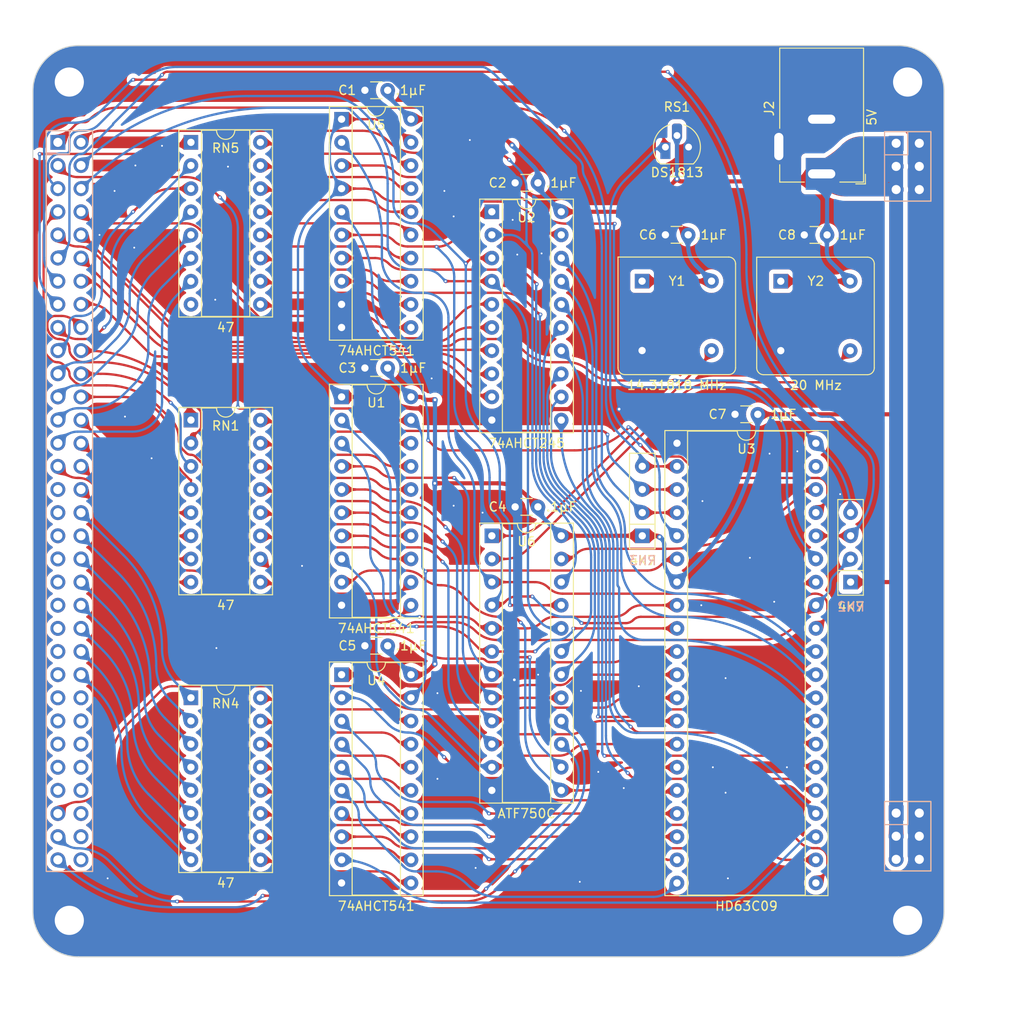
<source format=kicad_pcb>
(kicad_pcb (version 20240108) (generator "pcbnew") (generator_version "8.0")
  (layers (0 "F.Cu" signal) (31 "B.Cu" signal) (34 "B.Paste" user) (35 "F.Paste" user) (36 "B.SilkS" user "B.Silkscreen") (37 "F.SilkS" user "F.Silkscreen") (38 "B.Mask" user) (39 "F.Mask" user) (44 "Edge.Cuts" user))
  (net 0 "")
  (net 1 "GND")
  (net 2 "+5V")
  (net 6 "A6")
  (net 9 "~{IORQ}")
  (net 11 "~{BUSRQ}")
  (net 12 "D0")
  (net 13 "A14")
  (net 15 "~{IRQ}")
  (net 16 "D2")
  (net 17 "R{slash}~{W}")
  (net 18 "D4")
  (net 19 "A5")
  (net 20 "A15")
  (net 22 "~{MRDY}")
  (net 23 "D7")
  (net 25 "~{WR}")
  (net 27 "~{FIRQ}")
  (net 28 "E")
  (net 29 "A3")
  (net 31 "A1")
  (net 34 "A11")
  (net 35 "SPD_{LED}^{B}")
  (net 36 "D5")
  (net 37 "A12")
  (net 40 "~{NMI}")
  (net 41 "A13")
  (net 43 "D1")
  (net 45 "~{RD}")
  (net 46 "A8")
  (net 47 "~{HALT}")
  (net 49 "D6")
  (net 50 "A0")
  (net 52 "A10")
  (net 55 "A7")
  (net 56 "A9")
  (net 57 "BS")
  (net 59 "A2")
  (net 60 "D3")
  (net 62 "BA")
  (net 63 "/CPU section/20M_{clk}")
  (net 64 "Q")
  (net 65 "~{RESET}")
  (net 66 "A4")
  (net 67 "/CPU section/14M_{clk}")
  (net 68 "SPD_{LED}^{R}")
  (net 69 "SPD_{LED}^{G}")
  (net 70 "/CPU section/BA3")
  (net 71 "/CPU section/BA0")
  (net 72 "/CPU section/BBA")
  (net 73 "/CPU section/BA1")
  (net 74 "/CPU section/BA5")
  (net 75 "/CPU section/BA4")
  (net 76 "/CPU section/BA2")
  (net 77 "/CPU section/BA6")
  (net 78 "/CPU section/BA7")
  (net 79 "/CPU section/BD7")
  (net 80 "/CPU section/BD2")
  (net 81 "/CPU section/BD6")
  (net 82 "/CPU section/BD4")
  (net 83 "/CPU section/BD5")
  (net 84 "/CPU section/BR{slash}~{W}")
  (net 85 "/CPU section/BD1")
  (net 86 "/CPU section/BD3")
  (net 87 "/CPU section/BD0")
  (net 88 "/CPU section/BA13")
  (net 89 "/CPU section/BQ")
  (net 90 "/CPU section/BA14")
  (net 91 "/CPU section/BA12")
  (net 92 "/CPU section/BE")
  (net 94 "/CPU section/BA15")
  (net 95 "/CPU section/BA10")
  (net 96 "/CPU section/BA11")
  (net 97 "/CPU section/BA9")
  (net 98 "/CPU section/BBS")
  (net 99 "/CPU section/BA8")
  (net 100 "/CPU section/CPU_{clk}")
  (net 101 "/CPU section/~{BWR}")
  (net 102 "/CPU section/~{BRD}")
  (net 103 "Net-(RN1-R6.2)")
  (net 104 "Net-(RN1-R7.2)")
  (net 105 "Net-(RN1-R1.2)")
  (net 106 "Net-(RN1-R4.2)")
  (net 107 "Net-(RN1-R2.2)")
  (net 108 "Net-(RN1-R5.2)")
  (net 109 "Net-(RN1-R8.2)")
  (net 110 "Net-(RN1-R3.2)")
  (net 111 "Net-(RN4-R5.2)")
  (net 112 "Net-(RN4-R3.2)")
  (net 113 "Net-(RN4-R8.2)")
  (net 114 "Net-(RN4-R6.2)")
  (net 115 "Net-(RN4-R1.2)")
  (net 116 "Net-(RN4-R7.2)")
  (net 117 "Net-(RN4-R2.2)")
  (net 118 "Net-(RN4-R4.2)")
  (net 119 "Net-(RN5-R5.2)")
  (net 120 "Net-(RN5-R6.2)")
  (net 121 "Net-(RN5-R8.2)")
  (net 122 "Net-(RN5-R3.2)")
  (net 123 "Net-(RN5-R4.2)")
  (net 124 "Net-(RN5-R1.2)")
  (net 125 "Net-(RN5-R7.2)")
  (net 126 "Net-(RN5-R2.2)")
  (footprint "Package_TO_SOT_THT:TO-92_HandSolder" (layer "F.Cu") (at 136.525 55.765)
    (property "Reference" "RS1")
    (property "Value" "DS1813")
  )
  (footprint "Capacitor_THT:C_Disc_D3.0mm_W1.6mm_P2.50mm" (layer "F.Cu") (at 106.045 110.49 180)
    (property "Reference" "C5")
    (property "Value" ".1µF")
  )
  (footprint "Resistor_THT:R_Array_SIP4" (layer "F.Cu") (at 156.845 103.505 90)
    (property "Reference" "RN2")
    (property "Value" "4K7")
  )
  (footprint "Package_DIP:DIP-16_W7.62mm_Socket" (layer "F.Cu") (at 84.455 116.205)
    (property "Reference" "RN4")
    (property "Value" "47")
  )
  (footprint "Capacitor_THT:C_Disc_D3.0mm_W1.6mm_P2.50mm" (layer "F.Cu") (at 122.535 59.69 180)
    (property "Reference" "C2")
    (property "Value" ".1µF")
  )
  (footprint "Capacitor_THT:C_Disc_D3.0mm_W1.6mm_P2.50mm" (layer "F.Cu") (at 154.265 65.405 180)
    (property "Reference" "C8")
    (property "Value" ".1µF")
  )
  (footprint "Capacitor_THT:C_Disc_D3.0mm_W1.6mm_P2.50mm" (layer "F.Cu") (at 122.535 95.25 180)
    (property "Reference" "C4")
    (property "Value" ".1µF")
  )
  (footprint "Capacitor_THT:C_Disc_D3.0mm_W1.6mm_P2.50mm" (layer "F.Cu") (at 139.025 65.395 180)
    (property "Reference" "C6")
    (property "Value" ".1µF")
  )
  (footprint "6309 Step-by-Step:100x100 dev board with a 64-pin header." (layer "F.Cu") (at 67.1068 44.6278)
    (property "Reference" "J1")
    (property "Value" "100mm_Dev_Board")
    (fp_line (start 0 5) (end 0 95) (stroke (width 0.12)) (layer "Edge.Cuts"))
    (fp_line (start 5 100) (end 95 100) (stroke (width 0.12)) (layer "Edge.Cuts"))
    (fp_line (start 95 0) (end 5 0) (stroke (width 0.12)) (layer "Edge.Cuts"))
    (fp_line (start 100 95) (end 100 5) (stroke (width 0.12)) (layer "Edge.Cuts"))
    (fp_arc (start 0 5) (mid 1.464466 1.464466) (end 5 0) (stroke (width 0.12)) (layer "Edge.Cuts"))
    (fp_arc (start 5 100) (mid 1.464466 98.535534) (end 0 95) (stroke (width 0.12)) (layer "Edge.Cuts"))
    (fp_arc (start 95 0) (mid 98.535534 1.464466) (end 100 5) (stroke (width 0.12)) (layer "Edge.Cuts"))
    (fp_arc (start 100 95) (mid 98.535534 98.535534) (end 95 100) (stroke (width 0.12)) (layer "Edge.Cuts"))
  )
  (footprint "Package_DIP:DIP-16_W7.62mm_Socket" (layer "F.Cu") (at 84.455 85.725)
    (property "Reference" "RN1")
    (property "Value" "47")
  )
  (footprint "Package_DIP:DIP-24_W7.62mm_Socket" (layer "F.Cu") (at 117.475 98.425)
    (property "Reference" "U6")
    (property "Value" "ATF750C")
  )
  (footprint "Package_DIP:DIP-16_W7.62mm_Socket" (layer "F.Cu") (at 84.455 55.245)
    (property "Reference" "RN5")
    (property "Value" "47")
  )
  (footprint "Resistor_THT:R_Array_SIP4" (layer "F.Cu") (at 133.985 98.425 90)
    (property "Reference" "RN3")
    (property "Value" "4K7")
  )
  (footprint "Oscillator:Oscillator_DIP-8" (layer "F.Cu") (at 149.185 70.485 -90)
    (property "Reference" "Y2")
    (property "Value" "20 MHz")
  )
  (footprint "Capacitor_THT:C_Disc_D3.0mm_W1.6mm_P2.50mm" (layer "F.Cu") (at 106.045 80.01 180)
    (property "Reference" "C3")
    (property "Value" ".1µF")
  )
  (footprint "Connector_BarrelJack:BarrelJack_Horizontal" (layer "F.Cu") (at 153.67 58.705 -90)
    (property "Reference" "J2")
    (property "Value" "5V")
  )
  (footprint "Package_DIP:DIP-40_W15.24mm_Socket" (layer "F.Cu") (at 137.795 88.265)
    (property "Reference" "U3")
    (property "Value" "HD63C09")
  )
  (footprint "Package_DIP:DIP-20_W7.62mm_Socket" (layer "F.Cu") (at 100.985 113.665)
    (property "Reference" "U4")
    (property "Value" "74AHCT541")
  )
  (footprint "Capacitor_THT:C_Disc_D3.0mm_W1.6mm_P2.50mm" (layer "F.Cu") (at 106.045 49.53 180)
    (property "Reference" "C1")
    (property "Value" ".1µF")
  )
  (footprint "Package_DIP:DIP-20_W7.62mm_Socket" (layer "F.Cu") (at 100.985 83.185)
    (property "Reference" "U1")
    (property "Value" "74AHCT541")
  )
  (footprint "Package_DIP:DIP-20_W7.62mm_Socket" (layer "F.Cu") (at 117.475 62.865)
    (property "Reference" "U2")
    (property "Value" "74AHCT245")
  )
  (footprint "Package_DIP:DIP-20_W7.62mm_Socket" (layer "F.Cu") (at 100.985 52.705)
    (property "Reference" "U5")
    (property "Value" "74AHCT541")
  )
  (footprint "Capacitor_THT:C_Disc_D3.0mm_W1.6mm_P2.50mm" (layer "F.Cu") (at 146.665 85.09 180)
    (property "Reference" "C7")
    (property "Value" ".1µF")
  )
  (footprint "Oscillator:Oscillator_DIP-8" (layer "F.Cu") (at 133.965 70.475 -90)
    (property "Reference" "Y1")
    (property "Value" "14.31818 MHz")
  )
  (segment (start 153.67 52.705) (end 153.245 52.705) (width 0.45) (layer "F.Cu") (net 1))
  (segment (start 164.389 55.346941) (end 164.389 55.5349) (width 0.45) (layer "F.Cu") (net 1))
  (segment (start 160.3884 52.705) (end 157.92 52.705) (width 0.45) (layer "F.Cu") (net 1))
  (segment (start 161.7472 51.3462) (end 161.7472 50.948782) (width 0.45) (layer "F.Cu") (net 1))
  (segment (start 118.895305 114.8471) (end 108.513975 114.8471) (width 0.45) (layer "F.Cu") (net 1))
  (segment (start 139.01625 55.81375) (end 138.99375 55.83625) (width 0.45) (layer "F.Cu") (net 1))
  (segment (start 154.095 52.705) (end 153.67 52.705) (width 0.45) (layer "F.Cu") (net 1))
  (segment (start 164.38875 55.34655) (end 164.3888 55.3466) (width 0.45) (layer "F.Cu") (net 1))
  (segment (start 116.922296 85.725) (end 116.88545 85.725) (width 0.45) (layer "F.Cu") (net 1))
  (segment (start 117.032836 85.725) (end 116.995989 85.725) (width 0.45) (layer "F.Cu") (net 1))
  (segment (start 164.389 56.6635) (end 164.389 56.2873) (width 1.524) (layer "F.Cu") (net 1))
  (segment (start 164.3885 55.3463) (end 164.388562 55.346362) (width 0.45) (layer "F.Cu") (net 1))
  (segment (start 143.15705 85.09) (end 144.165 85.09) (width 0.45) (layer "F.Cu") (net 1))
  (segment (start 120.435269 85.725) (end 118.6541 85.725) (width 0.45) (layer "F.Cu") (net 1))
  (segment (start 139.09125 55.73875) (end 139.08375 55.74625) (width 0.45) (layer "F.Cu") (net 1))
  (segment (start 148.97 55.705) (end 139.167426 55.705) (width 0.45) (layer "F.Cu") (net 1))
  (segment (start 139.05 55.78) (end 139.035 55.795) (width 0.45) (layer "F.Cu") (net 1))
  (segment (start 164.389 56.0992) (end 164.389 55.9111) (width 1.524) (layer "F.Cu") (net 1))
  (segment (start 155.05125 52.705) (end 154.945 52.705) (width 0.45) (layer "F.Cu") (net 1))
  (segment (start 117.475 85.725) (end 117.327612 85.725) (width 0.45) (layer "F.Cu") (net 1))
  (segment (start 118.06455 85.725) (end 117.880315 85.725) (width 0.45) (layer "F.Cu") (net 1))
  (segment (start 119.9462 114.2315) (end 119.6384 114.5393) (width 0.45) (layer "F.Cu") (net 1))
  (segment (start 81.011856 136.525) (end 100.985 136.525) (width 0.45) (layer "F.Cu") (net 1))
  (segment (start 164.388862 55.346662) (end 164.388887 55.346687) (width 0.45) (layer "F.Cu") (net 1))
  (segment (start 164.38885 55.34665) (end 164.388862 55.346662) (width 0.45) (layer "F.Cu") (net 1))
  (segment (start 131.445 84.5233) (end 123.33641 84.5233) (width 0.45) (layer "F.Cu") (net 1))
  (segment (start 164.38865 55.34645) (end 164.388637 55.346437) (width 0.45) (layer "F.Cu") (net 1))
  (segment (start 164.388562 55.346362) (end 164.388637 55.346437) (width 0.45) (layer "F.Cu") (net 1))
  (segment (start 117.622388 85.725) (end 117.475 85.725) (width 0.45) (layer "F.Cu") (net 1))
  (segment (start 164.389 124.110358) (end 164.389 56.6635) (width 1.524) (layer "F.Cu") (net 1))
  (segment (start 72.646951 49.53) (end 103.545 49.53) (width 0.45) (layer "F.Cu") (net 1))
  (segment (start 139.08 55.75) (end 139.065 55.765) (width 0.45) (layer "F.Cu") (net 1))
  (segment (start 164.3887 55.3465) (end 164.38875 55.34655) (width 0.45) (layer "F.Cu") (net 1))
  (segment (start 135.205743 58.0257) (end 122.876137 58.0257) (width 0.45) (layer "F.Cu") (net 1))
  (segment (start 164.3883 55.3461) (end 164.3885 55.3463) (width 0.45) (layer "F.Cu") (net 1))
  (segment (start 155.68875 52.705) (end 156.22 52.705) (width 0.45) (layer "F.Cu") (net 1))
  (segment (start 164.3888 124.110841) (end 164.3888 128.8542) (width 0.45) (layer "F.Cu") (net 1))
  (segment (start 164.389 56.2873) (end 164.389 56.6635) (width 1.524) (layer "F.Cu") (net 1))
  (segment (start 152.82 52.705) (end 152.92625 52.705) (width 0.45) (layer "F.Cu") (net 1))
  (segment (start 138.38455 88.265) (end 137.795 88.265) (width 0.45) (layer "F.Cu") (net 1))
  (segment (start 164.389 124.110641) (end 164.389 133.934) (width 1.524) (layer "F.Cu") (net 1))
  (segment (start 103.545 80.49625) (end 103.545 80.01) (width 0.45) (layer "F.Cu") (net 1))
  (segment (start 138.99375 55.83625) (end 138.975 55.855) (width 0.45) (layer "F.Cu") (net 1))
  (segment (start 148.97 55.705) (end 151.368959 53.30604) (width 0.45) (layer "F.Cu") (net 1))
  (segment (start 164.389 55.9111) (end 164.389 55.723) (width 1.524) (layer "F.Cu") (net 1))
  (segment (start 107.469439 114.414439) (end 103.545 110.49) (width 0.45) (layer "F.Cu") (net 1))
  (segment (start 117.327612 85.725) (end 117.180224 85.725) (width 0.45) (layer "F.Cu") (net 1))
  (segment (start 118.6541 85.725) (end 118.06455 85.725) (width 0.45) (layer "F.Cu") (net 1))
  (segment (start 105.423707 82.861207) (end 103.88883 81.32633) (width 0.45) (layer "F.Cu") (net 1))
  (segment (start 117.880315 85.725) (end 117.659234 85.725) (width 0.45) (layer "F.Cu") (net 1))
  (segment (start 120.86715 58.85785) (end 120.035 59.69) (width 0.45) (layer "F.Cu") (net 1))
  (segment (start 153.245 52.705) (end 153.13875 52.705) (width 0.45) (layer "F.Cu") (net 1))
  (segment (start 164.389 56.0992) (end 164.389 55.9111) (width 1.524) (layer "F.Cu") (net 1))
  (segment (start 164.3888 55.3466) (end 164.38885 55.34665) (width 0.45) (layer "F.Cu") (net 1))
  (segment (start 116.995989 85.725) (end 116.922296 85.725) (width 0.45) (layer "F.Cu") (net 1))
  (segment (start 153.13875 52.705) (end 152.92625 52.705) (width 0.45) (layer "F.Cu") (net 1))
  (segment (start 117.180224 85.725) (end 117.032836 85.725) (width 0.45) (layer "F.Cu") (net 1))
  (segment (start 162.427 49.3076) (end 163.1068 48.6278) (width 0.45) (layer "F.Cu") (net 1))
  (segment (start 154.945 52.705) (end 154.52 52.705) (width 0.45) (layer "F.Cu") (net 1))
  (segment (start 164.389 56.0992) (end 164.389 56.2873) (width 1.524) (layer "F.Cu") (net 1))
  (segment (start 117.622388 85.725) (end 117.659234 85.725) (width 0.45) (layer "F.Cu") (net 1))
  (segment (start 115.879025 85.308125) (end 115.6609 85.09) (width 0.45) (layer "F.Cu") (net 1))
  (segment (start 164.38865 55.34645) (end 164.3887 55.3465) (width 0.45) (layer "F.Cu") (net 1))
  (segment (start 139.09125 55.73875) (end 139.095 55.735) (width 0.45) (layer "F.Cu") (net 1))
  (segment (start 164.3883 55.3461) (end 162.708016 53.665816) (width 0.45) (layer "F.Cu") (net 1))
  (segment (start 138.975 55.855) (end 138.915 55.915) (width 0.45) (layer "F.Cu") (net 1))
  (segment (start 164.389 55.9111) (end 164.389 55.723) (width 1.524) (layer "F.Cu") (net 1))
  (segment (start 139.01625 55.81375) (end 139.02 55.81) (width 0.45) (layer "F.Cu") (net 1))
  (segment (start 109.271463 84.455) (end 114.127874 84.455) (width 0.45) (layer "F.Cu") (net 1))
  (segment (start 164.3888 60.4266) (end 164.3888 57.8866) (width 0.45) (layer "F.Cu") (net 1))
  (segment (start 137.93465 56.89535) (end 138.915 55.915) (width 0.45) (layer "F.Cu") (net 1))
  (segment (start 139.08375 55.74625) (end 139.08 55.75) (width 0.45) (layer "F.Cu") (net 1))
  (segment (start 164.3888 131.3942) (end 164.3888 128.8542) (width 0.45) (layer "F.Cu") (net 1))
  (segment (start 164.389 124.110641) (end 164.389 124.110358) (width 1.524) (layer "F.Cu") (net 1))
  (segment (start 164.3888 131.3942) (end 164.3888 133.9342) (width 0.45) (layer "F.Cu") (net 1))
  (segment (start 71.5579 49.0789) (end 71.1068 48.6278) (width 0.45) (layer "F.Cu") (net 1))
  (segment (start 164.3889 55.3467) (end 164.388887 55.346687) (width 0.45) (layer "F.Cu") (net 1))
  (segment (start 139.390974 87.848125) (end 141.436371 85.802728) (width 0.45) (layer "F.Cu") (net 1))
  (segment (start 164.389 55.723) (end 164.389 55.5349) (width 1.524) (layer "F.Cu") (net 1))
  (segment (start 164.389 56.0992) (end 164.389 56.2873) (width 1.524) (layer "F.Cu") (net 1))
  (segment (start 157.92 52.705) (end 156.22 52.705) (width 0.45) (layer "F.Cu") (net 1))
  (segment (start 154.52 52.705) (end 154.095 52.705) (width 0.45) (layer "F.Cu") (net 1))
  (segment (start 155.68875 52.705) (end 155.05125 52.705) (width 0.45) (layer "F.Cu") (net 1))
  (segment (start 164.389 55.723) (end 164.389 55.5349) (width 1.524) (layer "F.Cu") (net 1))
  (segment (start 164.389 55.5349) (end 164.389 55.3466) (width 1.524) (layer "F.Cu") (net 1))
  (segment (start 139.065 55.765) (end 139.05 55.78) (width 0.45) (layer "F.Cu") (net 1))
  (segment (start 139.035 55.795) (end 139.02 55.81) (width 0.45) (layer "F.Cu") (net 1))
  (via (at 147.955 89.408) (size 0.4) (drill 0.2) (layers "F.Cu" "B.Cu") (net 1))
  (via (at 78.232 66.802) (size 0.4) (drill 0.2) (layers "F.Cu" "B.Cu") (net 1))
  (via (at 122.936 67.437) (size 0.4) (drill 0.2) (layers "F.Cu" "B.Cu") (net 1))
  (via (at 140.462 106.045) (size 0.4) (drill 0.2) (layers "F.Cu" "B.Cu") (net 1))
  (via (at 149.86 123.825) (size 0.4) (drill 0.2) (layers "F.Cu" "B.Cu") (net 1))
  (via (at 143.129 126.619) (size 0.4) (drill 0.2) (layers "F.Cu" "B.Cu") (net 1))
  (via (at 115.062 54.991) (size 0.4) (drill 0.2) (layers "F.Cu" "B.Cu") (net 1))
  (via (at 129.159 124.333) (size 0.4) (drill 0.2) (layers "F.Cu" "B.Cu") (net 1))
  (via (at 113.284 63.373) (size 0.4) (drill 0.2) (layers "F.Cu" "B.Cu") (net 1))
  (via (at 111.506 125.095) (size 0.4) (drill 0.2) (layers "F.Cu" "B.Cu") (net 1))
  (via (at 143.129 114.046) (size 0.4) (drill 0.2) (layers "F.Cu" "B.Cu") (net 1))
  (via (at 116.459 95.885) (size 0.4) (drill 0.2) (layers "F.Cu" "B.Cu") (net 1))
  (via (at 140.589 94.615) (size 0.4) (drill 0.2) (layers "F.Cu" "B.Cu") (net 1))
  (via (at 143.383 136.017) (size 0.4) (drill 0.2) (layers "F.Cu" "B.Cu") (net 1))
  (via (at 87.249 110.744) (size 0.4) (drill 0.2) (layers "F.Cu" "B.Cu") (net 1))
  (via (at 119.9462 114.2315) (size 0.6) (drill 0.3) (layers "F.Cu" "B.Cu") (net 1))
  (via (at 77.216 85.344) (size 0.4) (drill 0.2) (layers "F.Cu" "B.Cu") (net 1))
  (via (at 120.269 67.564) (size 0.4) (drill 0.2) (layers "F.Cu" "B.Cu") (net 1))
  (via (at 112.268 60.579) (size 0.4) (drill 0.2) (layers "F.Cu" "B.Cu") (net 1))
  (via (at 110.871 81.153) (size 0.4) (drill 0.2) (layers "F.Cu" "B.Cu") (net 1))
  (via (at 155.702 93.853) (size 0.4) (drill 0.2) (layers "F.Cu" "B.Cu") (net 1))
  (via (at 76.073 60.579) (size 0.4) (drill 0.2) (layers "F.Cu" "B.Cu") (net 1))
  (via (at 81.28 55.626) (size 0.4) (drill 0.2) (layers "F.Cu" "B.Cu") (net 1))
  (via (at 131.445 84.5233) (size 0.6) (drill 0.3) (layers "F.Cu" "B.Cu") (net 1))
  (via (at 113.284 95.123) (size 0.4) (drill 0.2) (layers "F.Cu" "B.Cu") (net 1))
  (via (at 148.463 105.664) (size 0.4) (drill 0.2) (layers "F.Cu" "B.Cu") (net 1))
  (via (at 119.761 63.754) (size 0.4) (drill 0.2) (layers "F.Cu" "B.Cu") (net 1))
  (via (at 151.003 89.154) (size 0.4) (drill 0.2) (layers "F.Cu" "B.Cu") (net 1))
  (via (at 122.555 113.665) (size 0.4) (drill 0.2) (layers "F.Cu" "B.Cu") (net 1))
  (via (at 145.796 100.838) (size 0.4) (drill 0.2) (layers "F.Cu" "B.Cu") (net 1))
  (via (at 75.311 136.017) (size 0.4) (drill 0.2) (layers "F.Cu" "B.Cu") (net 1))
  (via (at 133.604 114.935) (size 0.4) (drill 0.2) (layers "F.Cu" "B.Cu") (net 1))
  (via (at 141.732 123.825) (size 0.4) (drill 0.2) (layers "F.Cu" "B.Cu") (net 1))
  (via (at 88.519 57.912) (size 0.4) (drill 0.2) (layers "F.Cu" "B.Cu") (net 1))
  (via (at 87.122 72.517) (size 0.4) (drill 0.2) (layers "F.Cu" "B.Cu") (net 1))
  (via (at 127.254 115.443) (size 0.4) (drill 0.2) (layers "F.Cu" "B.Cu") (net 1))
  (via (at 80.137 89.916) (size 0.4) (drill 0.2) (layers "F.Cu" "B.Cu") (net 1))
  (via (at 96.647 101.727) (size 0.4) (drill 0.2) (layers "F.Cu" "B.Cu") (net 1))
  (via (at 127.127 136.398) (size 0.4) (drill 0.2) (layers "F.Cu" "B.Cu") (net 1))
  (via (at 111.506 115.697) (size 0.4) (drill 0.2) (layers "F.Cu" "B.Cu") (net 1))
  (via (at 78.359 57.785) (size 0.4) (drill 0.2) (layers "F.Cu" "B.Cu") (net 1))
  (via (at 115.697 134.874) (size 0.4) (drill 0.2) (layers "F.Cu" "B.Cu") (net 1))
  (via (at 74.422 65.405) (size 0.4) (drill 0.2) (layers "F.Cu" "B.Cu") (net 1))
  (via (at 131.953 126.111) (size 0.4) (drill 0.2) (layers "F.Cu" "B.Cu") (net 1))
  (arc (start 164.389 55.5349) (mid 164.389 55.5349) (end 164.389 55.5349) (width 0.45) (layer "F.Cu") (net 1))
  (arc (start 114.127874 84.455) (mid 114.957541 84.620031) (end 115.6609 85.09) (width 0.45) (layer "F.Cu") (net 1))
  (arc (start 107.469439 114.414439) (mid 107.948676 114.734655) (end 108.513975 114.8471) (width 0.45) (layer "F.Cu") (net 1))
  (arc (start 164.389 56.0992) (mid 164.389 56.0992) (end 164.389 56.0992) (width 1.524) (layer "F.Cu") (net 1))
  (arc (start 81.011856 136.525) (mid 75.651271 137.591287) (end 71.1068 140.6278) (width 0.45) (layer "F.Cu") (net 1))
  (arc (start 164.389 56.2873) (mid 164.389 56.2873) (end 164.389 56.2873) (width 1.524) (layer "F.Cu") (net 1))
  (arc (start 161.7472 51.3462) (mid 161.349216 52.307016) (end 160.3884 52.705) (width 0.45) (layer "F.Cu") (net 1))
  (arc (start 119.6384 114.5393) (mid 119.297465 114.767105) (end 118.895305 114.8471) (width 0.45) (layer "F.Cu") (net 1))
  (arc (start 137.93465 56.89535) (mid 136.682616 57.731931) (end 135.205743 58.0257) (width 0.45) (layer "F.Cu") (net 1))
  (arc (start 115.879025 85.308125) (mid 116.340776 85.616657) (end 116.88545 85.725) (width 0.45) (layer "F.Cu") (net 1))
  (arc (start 161.7472 51.3462) (mid 161.996907 52.601567) (end 162.708016 53.665816) (width 0.45) (layer "F.Cu") (net 1))
  (arc (start 160.3884 52.705) (mid 161.643767 52.954707) (end 162.708016 53.665816) (width 0.45) (layer "F.Cu") (net 1))
  (arc (start 164.389 55.723) (mid 164.389 55.723) (end 164.389 55.723) (width 1.524) (layer "F.Cu") (net 1))
  (arc (start 164.3889 55.3467) (mid 164.388974 55.34681) (end 164.389 55.346941) (width 0.45) (layer "F.Cu") (net 1))
  (arc (start 164.3889 124.1106) (mid 164.388974 124.110489) (end 164.389 124.110358) (width 0.45) (layer "F.Cu") (net 1))
  (arc (start 72.646951 49.53) (mid 72.05756 49.412762) (end 71.5579 49.0789) (width 0.45) (layer "F.Cu") (net 1))
  (arc (start 152.82 52.705) (mid 152.034702 52.861205) (end 151.368959 53.30604) (width 0.45) (layer "F.Cu") (net 1))
  (arc (start 164.3889 124.1106) (mid 164.388825 124.11071) (end 164.3888 124.110841) (width 0.45) (layer "F.Cu") (net 1))
  (arc (start 143.15705 85.09) (mid 142.225825 85.275231) (end 141.436371 85.802728) (width 0.45) (layer "F.Cu") (net 1))
  (arc (start 105.423707 82.861207) (mid 107.189072 84.040786) (end 109.271463 84.455) (width 0.45) (layer "F.Cu") (net 1))
  (arc (start 123.33641 84.5233) (mid 122.551379 84.679452) (end 121.88585 85.12415) (width 0.45) (layer "F.Cu") (net 1))
  (arc (start 162.427 49.3076) (mid 161.923874 50.06058) (end 161.7472 50.948782) (width 0.45) (layer "F.Cu") (net 1))
  (arc (start 120.86715 58.85785) (mid 121.788881 58.241968) (end 122.876137 58.0257) (width 0.45) (layer "F.Cu") (net 1))
  (arc (start 164.389 55.9111) (mid 164.389 55.9111) (end 164.389 55.9111) (width 1.524) (layer "F.Cu") (net 1))
  (arc (start 103.88883 81.32633) (mid 103.634358 80.945486) (end 103.545 80.49625) (width 0.45) (layer "F.Cu") (net 1))
  (arc (start 164.389 124.110641) (mid 164.388963 124.110587) (end 164.3889 124.1106) (width 1.524) (layer "F.Cu") (net 1))
  (arc (start 139.095 55.735) (mid 139.128229 55.712796) (end 139.167426 55.705) (width 0.45) (layer "F.Cu") (net 1))
  (arc (start 120.435269 85.725) (mid 121.220317 85.568844) (end 121.88585 85.12415) (width 0.45) (layer "F.Cu") (net 1))
  (arc (start 138.38455 88.265) (mid 138.929222 88.156657) (end 139.390974 87.848125) (width 0.45) (layer "F.Cu") (net 1))
  (segment (start 151.745 65.96595) (end 151.745 66.5069) (width 0.45) (layer "B.Cu") (net 1))
  (segment (start 101.651448 78.116448) (end 103.545 80.01) (width 0.45) (layer "B.Cu") (net 1))
  (segment (start 116.94815 60.87915) (end 117.94455 59.88275) (width 0.45) (layer "B.Cu") (net 1))
  (segment (start 151.745 65.96595) (end 151.745 66.5069) (width 0.45) (layer "B.Cu") (net 1))
  (segment (start 164.389 94.640441) (end 164.389 94.640158) (width 1.524) (layer "B.Cu") (net 1))
  (segment (start 105.584071 48.3421) (end 105.576605 48.3421) (width 0.45) (layer "B.Cu") (net 1))
  (segment (start 102.5725 110.49) (end 103.19205 110.49) (width 0.45) (layer "B.Cu") (net 1))
  (segment (start 105.572872 48.3421) (end 105.576605 48.3421) (width 0.45) (layer "B.Cu") (net 1))
  (segment (start 151.745 65.96595) (end 151.745 65.439142) (width 0.45) (layer "B.Cu") (net 1))
  (segment (start 118.228163 59.69) (end 120.035 59.69) (width 0.45) (layer "B.Cu") (net 1))
  (segment (start 117.944549 59.75425) (end 106.827969 48.637767) (width 0.45) (layer "B.Cu") (net 1))
  (segment (start 105.617668 48.3421) (end 105.602736 48.3421) (width 0.45) (layer "B.Cu") (net 1))
  (segment (start 139.065 61.058948) (end 139.065 55.765) (width 0.45) (layer "B.Cu") (net 1))
  (segment (start 118.7106 125.1294) (end 117.475 126.365) (width 0.45) (layer "B.Cu") (net 1))
  (segment (start 105.602736 48.3421) (end 105.587804 48.3421) (width 0.45) (layer "B.Cu") (net 1))
  (segment (start 105.692328 48.3421) (end 105.673663 48.3421) (width 0.45) (layer "B.Cu") (net 1))
  (segment (start 105.6326 48.3421) (end 105.617668 48.3421) (width 0.45) (layer "B.Cu") (net 1))
  (segment (start 136.199025 87.848125) (end 133.884703 85.533803) (width 0.45) (layer "B.Cu") (net 1))
  (segment (start 100.985 76.5075) (end 100.985 75.565) (width 0.45) (layer "B.Cu") (net 1))
  (segment (start 164.3888 57.8866) (end 164.3888 55.3466) (width 0.45) (layer "B.Cu") (net 1))
  (segment (start 151.745 67.5888) (end 151.745 67.04785) (width 0.45) (layer "B.Cu") (net 1))
  (segment (start 99.06 133.238819) (end 99.06 114.826051) (width 0.45) (layer "B.Cu") (net 1))
  (segment (start 100.912338 111.177661) (end 100.329999 111.759999) (width 0.45) (layer "B.Cu") (net 1))
  (segment (start 148.97 60.633636) (end 148.97 55.705) (width 0.45) (layer "B.Cu") (net 1))
  (segment (start 120.035 91.274293) (end 120.035 95.25) (width 0.45) (layer "B.Cu") (net 1))
  (segment (start 100.985 106.63455) (end 100.985 106.045) (width 0.45) (layer "B.Cu") (net 1))
  (segment (start 164.389 94.640158) (end 164.389 55.3466) (width 1.524) (layer "B.Cu") (net 1))
  (segment (start 105.647532 48.3421) (end 105.6326 48.3421) (width 0.45) (layer "B.Cu") (net 1))
  (segment (start 151.745 67.5888) (end 151.745 67.04785) (width 0.45) (layer "B.Cu") (net 1))
  (segment (start 151.745 69.21165) (end 151.745 73.734806) (width 0.45) (layer "B.Cu") (net 1))
  (segment (start 117.94455 59.88275) (end 118.07305 59.75425) (width 0.45) (layer "B.Cu") (net 1))
  (segment (start 105.584071 48.3421) (end 105.587804 48.3421) (width 0.45) (layer "B.Cu") (net 1))
  (segment (start 164.3888 138.439289) (end 164.3888 133.9342) (width 0.45) (layer "B.Cu") (net 1))
  (segment (start 137.795 64.125) (end 136.525 65.395) (width 0.45) (layer "B.Cu") (net 1))
  (segment (start 151.745 69.21165) (end 151.745 68.12975) (width 0.45) (layer "B.Cu") (net 1))
  (segment (start 151.745 68.12975) (end 151.745 67.5888) (width 0.45) (layer "B.Cu") (net 1))
  (segment (start 105.752056 48.3421) (end 105.692328 48.3421) (width 0.45) (layer "B.Cu") (net 1))
  (segment (start 119.9462 114.2315) (end 119.9462 122.146397) (width 0.45) (layer "B.Cu") (net 1))
  (segment (start 100.0225 135.5625) (end 100.985 136.525) (width 0.45) (layer "B.Cu") (net 1))
  (segment (start 151.745 68.12975) (end 151.745 69.21165) (width 0.45) (layer "B.Cu") (net 1))
  (segment (start 105.752056 48.3421) (end 106.11416 48.3421) (width 0.45) (layer "B.Cu") (net 1))
  (segment (start 164.389 94.640441) (end 164.389 133.934) (width 1.524) (layer "B.Cu") (net 1))
  (segment (start 117.891874 87.320974) (end 118.755 88.1841) (width 0.45) (layer "B.Cu") (net 1))
  (segment (start 151.755 65.395) (end 150.3675 64.0075) (width 0.45) (layer "B.Cu") (net 1))
  (segment (start 164.3888 94.639958) (end 164.3888 60.4266) (width 0.45) (layer "B.Cu") (net 1))
  (segment (start 120.035 95.25) (end 120.035 114.079908) (width 0.45) (layer "B.Cu") (net 1))
  (segment (start 105.673663 48.3421) (end 105.651265 48.3421) (width 0.45) (layer "B.Cu") (net 1))
  (segment (start 151.745 67.04785) (end 151.745 66.5069) (width 0.45) (layer "B.Cu") (net 1))
  (segment (start 101.401874 107.640974) (end 103.295426 109.534526) (width 0.45) (layer "B.Cu") (net 1))
  (segment (start 150.465 76.825) (end 149.185 78.105) (width 0.45) (layer "B.Cu") (net 1))
  (segment (start 163.7478 139.9868) (end 163.1068 140.6278) (width 0.45) (layer "B.Cu") (net 1))
  (segment (start 119.9906 114.1871) (end 119.9462 114.2315) (width 0.45) (layer "B.Cu") (net 1))
  (segment (start 104.13895 48.93605) (end 103.545 49.53) (width 0.45) (layer "B.Cu") (net 1))
  (segment (start 117.058125 85.308125) (end 116.68125 84.93125) (width 0.45) (layer "B.Cu") (net 1))
  (segment (start 137.20545 88.265) (end 137.795 88.265) (width 0.45) (layer "B.Cu") (net 1))
  (segment (start 115.8875 63.439785) (end 115.8875 83.014967) (width 0.45) (layer "B.Cu") (net 1))
  (segment (start 151.745 67.04785) (end 151.745 66.5069) (width 0.45) (layer "B.Cu") (net 1))
  (segment (start 105.651265 48.3421) (end 105.647532 48.3421) (width 0.45) (layer "B.Cu") (net 1))
  (segment (start 151.745 65.96595) (end 151.745 65.405) (width 0.45) (layer "B.Cu") (net 1))
  (segment (start 136.525 73.724806) (end 136.525 65.395) (width 0.45) (layer "B.Cu") (net 1))
  (segment (start 151.745 68.12975) (end 151.745 67.5888) (width 0.45) (layer "B.Cu") (net 1))
  (segment (start 135.245 76.815) (end 133.965 78.095) (width 0.45) (layer "B.Cu") (net 1))
  (arc (start 119.9906 114.1871) (mid 120.02346 114.13792) (end 120.035 114.079908) (width 0.45) (layer "B.Cu") (net 1))
  (arc (start 151.745 65.96595) (mid 151.745 65.96595) (end 151.745 65.96595) (width 0.45) (layer "B.Cu") (net 1))
  (arc (start 103.545 110.13705) (mid 103.441623 110.386623) (end 103.19205 110.49) (width 0.45) (layer "B.Cu") (net 1))
  (arc (start 151.745 68.12975) (mid 151.745 68.12975) (end 151.745 68.12975) (width 0.45) (layer "B.Cu") (net 1))
  (arc (start 150.465 76.825) (mid 151.412338 75.407207) (end 151.745 73.734806) (width 0.45) (layer "B.Cu") (net 1))
  (arc (start 117.94455 59.88275) (mid 117.971162 59.8185) (end 117.944549 59.75425) (width 0.45) (layer "B.Cu") (net 1))
  (arc (start 151.755 65.415) (mid 151.759142 65.405) (end 151.755 65.395) (width 0.45) (layer "B.Cu") (net 1))
  (arc (start 120.035 91.274293) (mid 119.702338 89.601892) (end 118.755 88.1841) (width 0.45) (layer "B.Cu") (net 1))
  (arc (start 164.389 94.640158) (mid 164.388963 94.640212) (end 164.3889 94.6402) (width 0.45) (layer "B.Cu") (net 1))
  (arc (start 164.389 94.640441) (mid 164.388974 94.64031) (end 164.3889 94.6402) (width 1.524) (layer "B.Cu") (net 1))
  (arc (start 116.68125 84.93125) (mid 116.093788 84.052052) (end 115.8875 83.014967) (width 0.45) (layer "B.Cu") (net 1))
  (arc (start 164.3889 94.6402) (mid 164.388825 94.640089) (end 164.3888 94.639958) (width 0.45) (layer "B.Cu") (net 1))
  (arc (start 163.7478 139.9868) (mid 164.222209 139.276795) (end 164.3888 138.439289) (width 0.45) (layer "B.Cu") (net 1))
  (arc (start 118.228163 59.69) (mid 118.144216 59.706698) (end 118.07305 59.75425) (width 0.45) (layer "B.Cu") (net 1))
  (arc (start 99.06 114.826051) (mid 99.390061 113.166715) (end 100.329999 111.759999) (width 0.45) (layer "B.Cu") (net 1))
  (arc (start 118.7106 125.1294) (mid 119.625078 123.760786) (end 119.9462 122.146397) (width 0.45) (layer "B.Cu") (net 1))
  (arc (start 137.795 64.125) (mid 138.734937 62.718283) (end 139.065 61.058948) (width 0.45) (layer "B.Cu") (net 1))
  (arc (start 100.985 106.63455) (mid 101.093342 107.179222) (end 101.401874 107.640974) (width 0.45) (layer "B.Cu") (net 1))
  (arc (start 117.944549 59.75425) (mid 118.008799 59.780863) (end 118.07305 59.75425) (width 0.45) (layer "B.Cu") (net 1))
  (arc (start 151.745 67.04785) (mid 151.745 67.04785) (end 151.745 67.04785) (width 0.45) (layer "B.Cu") (net 1))
  (arc (start 100.0225 135.5625) (mid 99.310145 134.496386) (end 99.06 133.238819) (width 0.45) (layer "B.Cu") (net 1))
  (arc (start 117.891874 87.320974) (mid 117.583342 86.859222) (end 117.475 86.31455) (width 0.45) (layer "B.Cu") (net 1))
  (arc (start 151.745 66.5069) (mid 151.745 66.5069) (end 151.745 66.5069) (width 0.45) (layer "B.Cu") (net 1))
  (arc (start 105.572872 48.3421) (mid 104.796839 48.496462) (end 104.13895 48.93605) (width 0.45) (layer "B.Cu") (net 1))
  (arc (start 136.199025 87.848125) (mid 136.660776 88.156657) (end 137.20545 88.265) (width 0.45) (layer "B.Cu") (net 1))
  (arc (start 106.11416 48.3421) (mid 106.50047 48.418941) (end 106.827969 48.637767) (width 0.45) (layer "B.Cu") (net 1))
  (arc (start 117.475 86.31455) (mid 117.366657 85.769876) (end 117.058125 85.308125) (width 0.45) (layer "B.Cu") (net 1))
  (arc (start 102.5725 110.49) (mid 101.674026 110.668717) (end 100.912338 111.177661) (width 0.45) (layer "B.Cu") (net 1))
  (arc (start 151.755 65.415) (mid 151.747598 65.426076) (end 151.745 65.439142) (width 0.45) (layer "B.Cu") (net 1))
  (arc (start 115.8875 63.439785) (mid 116.163153 62.053979) (end 116.94815 60.87915) (width 0.45) (layer "B.Cu") (net 1))
  (arc (start 101.651448 78.116448) (mid 101.158204 77.378256) (end 100.985 76.5075) (width 0.45) (layer "B.Cu") (net 1))
  (arc (start 150.3675 64.0075) (mid 149.333198 62.459558) (end 148.97 60.633636) (width 0.45) (layer "B.Cu") (net 1))
  (arc (start 135.245 76.815) (mid 136.192338 75.397207) (end 136.525 73.724806) (width 0.45) (layer "B.Cu") (net 1))
  (arc (start 103.545 110.13705) (mid 103.480137 109.810966) (end 103.295426 109.534526) (width 0.45) (layer "B.Cu") (net 1))
  (arc (start 131.445 84.5233) (mid 132.765374 84.785902) (end 133.884703 85.533803) (width 0.45) (layer "B.Cu") (net 1))
  (arc (start 151.745 67.5888) (mid 151.745 67.5888) (end 151.745 67.5888) (width 0.45) (layer "B.Cu") (net 1))
  (segment (start 161.805439 57.912) (end 155.023735 57.912) (width 1.5) (layer "F.Cu") (net 2))
  (segment (start 153.67 58.753) (end 153.67 58.8165) (width 0.762) (layer "F.Cu") (net 2))
  (segment (start 161.849 116.219144) (end 161.849 120.905432) (width 1.524) (layer "F.Cu") (net 2))
  (segment (start 161.8488 131.3942) (end 161.8488 129.922741) (width 0.45) (layer "F.Cu") (net 2))
  (segment (start 161.849 102.16028) (end 161.849 106.846568) (width 1.524) (layer "F.Cu") (net 2))
  (segment (start 109.32275 113.665) (end 108.605 113.665) (width 0.45) (layer "F.Cu") (net 2))
  (segment (start 138.261381 59.5324) (end 153.6828 59.5324) (width 0.45) (layer "F.Cu") (net 2))
  (segment (start 161.849 129.922541) (end 161.849 133.934) (width 1.524) (layer "F.Cu") (net 2))
  (segment (start 155.276549 57.194449) (end 156.50845 55.96255) (width 1.5) (layer "F.Cu") (net 2))
  (segment (start 161.849 125.910941) (end 161.849 129.922258) (width 1.524) (layer "F.Cu") (net 2))
  (segment (start 161.849 125.910658) (end 161.849 124.579617) (width 1.524) (layer "F.Cu") (net 2))
  (segment (start 135.91855 62.28855) (end 139.025 65.395) (width 0.45) (layer "F.Cu") (net 2))
  (segment (start 161.8488 125.911141) (end 161.8488 128.8542) (width 0.45) (layer "F.Cu") (net 2))
  (segment (start 137.795 59.2592) (end 135.91855 61.13565) (width 0.45) (layer "F.Cu") (net 2))
  (segment (start 161.849 121.917535) (end 161.849 124.579617) (width 1.524) (layer "F.Cu") (net 2))
  (segment (start 161.849 85.09) (end 146.665 85.09) (width 0.45) (layer "F.Cu") (net 2))
  (segment (start 133.965 70.475) (end 141.585 70.475) (width 0.45) (layer "F.Cu") (net 2))
  (segment (start 133.373976 62.865) (end 125.095 62.865) (width 0.45) (layer "F.Cu") (net 2))
  (segment (start 161.849 58.674) (end 161.595 58.928) (width 0.762) (layer "F.Cu") (net 2))
  (segment (start 156.22827 60.4266) (end 161.8488 60.4266) (width 1.5) (layer "F.Cu") (net 2))
  (segment (start 161.8488 131.3942) (end 161.8488 133.9342) (width 0.45) (layer "F.Cu") (net 2))
  (segment (start 161.849 125.910941) (end 161.849 125.910658) (width 1.524) (layer "F.Cu") (net 2))
  (segment (start 149.185 70.485) (end 156.805 70.485) (width 0.45) (layer "F.Cu") (net 2))
  (segment (start 161.849 103.505) (end 156.845 103.505) (width 0.45) (layer "F.Cu") (net 2))
  (segment (start 161.849 111.532856) (end 161.849 116.219144) (width 1.524) (layer "F.Cu") (net 2))
  (segment (start 135.89 98.5552) (end 135.8249 98.4901) (width 0.45) (layer "F.Cu") (net 2))
  (segment (start 111.2345 83.5025) (end 110.326106 83.5025) (width 0.45) (layer "F.Cu") (net 2))
  (segment (start 109.559593 83.185) (end 108.605 83.185) (width 0.45) (layer "F.Cu") (net 2))
  (segment (start 161.8361 57.8993) (end 161.8488 57.8866) (width 1.5) (layer "F.Cu") (net 2))
  (segment (start 156.039289 59.182) (end 160.981789 59.182) (width 1.5) (layer "F.Cu") (net 2))
  (segment (start 161.849 74.29808) (end 161.849 78.984368) (width 1.524) (layer "F.Cu") (net 2))
  (segment (start 161.849 102.16028) (end 161.849 97.72952) (width 1.524) (layer "F.Cu") (net 2))
  (segment (start 161.849 88.356944) (end 161.849 93.043232) (width 1.524) (layer "F.Cu") (net 2))
  (segment (start 161.849 93.043232) (end 161.849 97.72952) (width 1.524) (layer "F.Cu") (net 2))
  (segment (start 161.849 106.846568) (end 161.849 111.532856) (width 1.524) (layer "F.Cu") (net 2))
  (segment (start 156.763584 56.5785) (end 161.740598 56.5785) (width 1.5) (layer "F.Cu") (net 2))
  (segment (start 133.985 98.425) (end 125.095 98.425) (width 0.45) (layer "F.Cu") (net 2))
  (segment (start 153.748842 59.006842) (end 154.4193 59.6773) (width 1.5) (layer "F.Cu") (net 2))
  (segment (start 161.849 78.984368) (end 161.849 83.670656) (width 1.524) (layer "F.Cu") (net 2))
  (segment (start 154.066499 58.308499) (end 153.703941 58.671058) (width 1.5) (layer "F.Cu") (net 2))
  (segment (start 157.995484 55.3466) (end 161.8488 55.3466) (width 1.5) (layer "F.Cu") (net 2))
  (segment (start 134.76565 62.28855) (end 135.91855 61.13565) (width 0.45) (layer "F.Cu") (net 2))
  (segment (start 137.795 59.2592) (end 137.9316 59.3958) (width 0.45) (layer "F.Cu") (net 2))
  (segment (start 121.2404 93.9554) (end 122.535 95.25) (width 0.45) (layer "F.Cu") (net 2))
  (segment (start 161.849 83.670656) (end 161.849 88.356944) (width 1.524) (layer "F.Cu") (net 2))
  (segment (start 161.849 120.905432) (end 161.849 121.917535) (width 1.524) (layer "F.Cu") (net 2))
  (segment (start 161.849 58.674) (end 161.849 74.29808) (width 1.524) (layer "F.Cu") (net 2))
  (segment (start 111.2164 112.4891) (end 110.548025 113.157474) (width 0.45) (layer "F.Cu") (net 2))
  (segment (start 161.849 56.686901) (end 161.849 56.597098) (width 1.524) (layer "F.Cu") (net 2))
  (segment (start 161.849 56.597098) (end 161.849 55.3466) (width 1.524) (layer "F.Cu") (net 2))
  (segment (start 112.798947 52.705) (end 108.605 52.705) (width 0.45) (layer "F.Cu") (net 2))
  (segment (start 161.849 129.922541) (end 161.849 129.922258) (width 1.524) (layer "F.Cu") (net 2))
  (segment (start 161.849 58.674) (end 161.849 56.686901) (width 1.524) (layer "F.Cu") (net 2))
  (segment (start 155.276549 57.194449) (end 153.799941 58.671058) (width 1.5) (layer "F.Cu") (net 2))
  (segment (start 135.667734 98.425) (end 133.985 98.425) (width 0.45) (layer "F.Cu") (net 2))
  (segment (start 153.814 58.705) (end 153.718 58.705) (width 0.762) (layer "F.Cu") (net 2))
  (segment (start 153.814 58.705) (end 154.88771 58.705) (width 0.762) (layer "F.Cu") (net 2))
  (segment (start 111.2164 92.6608) (end 118.114959 92.6608) (width 0.45) (layer "F.Cu") (net 2))
  (via (at 119.6975 55.5625) (size 0.6) (drill 0.3) (layers "F.Cu" "B.Cu") (net 2))
  (via (at 111.2164 112.4891) (size 0.6) (drill 0.3) (layers "F.Cu" "B.Cu") (net 2))
  (via (at 111.2345 83.5025) (size 0.6) (drill 0.3) (layers "F.Cu" "B.Cu") (net 2))
  (via (at 137.795 59.2592) (size 0.6) (drill 0.3) (layers "F.Cu" "B.Cu") (net 2))
  (via (at 111.2164 92.6608) (size 0.6) (drill 0.3) (layers "F.Cu" "B.Cu") (net 2))
  (via (at 135.89 98.5552) (size 0.6) (drill 0.3) (layers "F.Cu" "B.Cu") (net 2))
  (arc (start 110.326106 83.5025) (mid 110.118689 83.461242) (end 109.94285 83.34375) (width 0.45) (layer "F.Cu") (net 2))
  (arc (start 155.4635 58.9435) (mid 155.727674 59.120015) (end 156.039289 59.182) (width 0.762) (layer "F.Cu") (net 2))
  (arc (start 110.548025 113.157474) (mid 109.985864 113.533098) (end 109.32275 113.665) (width 0.45) (layer "F.Cu") (net 2))
  (arc (start 155.4635 58.9435) (mid 155.199325 58.766984) (end 154.88771 58.705) (width 0.762) (layer "F.Cu") (net 2))
  (arc (start 109.559593 83.185) (mid 109.76701 83.226257) (end 109.94285 83.34375) (width 0.45) (layer "F.Cu") (net 2))
  (arc (start 161.81725 56.61025) (mid 161.782081 56.586751) (end 161.740598 56.5785) (width 1.5) (layer "F.Cu") (net 2))
  (arc (start 153.799941 58.671058) (mid 153.795631 58.692726) (end 153.814 58.705) (width 1.5) (layer "F.Cu") (net 2))
  (arc (start 161.849 125.910941) (mid 161.848963 125.910887) (end 161.8489 125.9109) (width 1.524) (layer "F.Cu") (net 2))
  (arc (start 161.595 58.928) (mid 161.313656 59.115987) (end 160.981789 59.182) (width 0.762) (layer "F.Cu") (net 2))
  (arc (start 121.2404 93.9554) (mid 119.806435 92.997255) (end 118.114959 92.6608) (width 0.45) (layer "F.Cu") (net 2))
  (arc (start 153.703941 58.671058) (mid 153.699631 58.692726) (end 153.718 58.705) (width 1.5) (layer "F.Cu") (net 2))
  (arc (start 157.995484 55.3466) (mid 157.190707 55.50668) (end 156.50845 55.96255) (width 1.5) (layer "F.Cu") (net 2))
  (arc (start 153.799941 58.671058) (mid 153.762346 58.696178) (end 153.718 58.705) (width 0.762) (layer "F.Cu") (net 2))
  (arc (start 161.8489 125.9109) (mid 161.848825 125.91101) (end 161.8488 125.911141) (width 0.45) (layer "F.Cu") (net 2))
  (arc (start 155.276549 57.194449) (mid 155.958806 56.738579) (end 156.763584 56.5785) (width 1.5) (layer "F.Cu") (net 2))
  (arc (start 135.91855 62.28855) (mid 135.679776 61.7121) (end 135.91855 61.13565) (width 0.45) (layer "F.Cu") (net 2))
  (arc (start 156.763584 56.5785) (mid 156.430234 56.355762) (end 156.50845 55.96255) (width 1.5) (layer "F.Cu") (net 2))
  (arc (start 154.066499 58.308499) (mid 154.505683 58.015046) (end 155.023735 57.912) (width 1.5) (layer "F.Cu") (net 2))
  (arc (start 161.81725 56.61025) (mid 161.837518 56.614281) (end 161.849 56.597098) (width 1.5) (layer "F.Cu") (net 2))
  (arc (start 161.8489 125.9109) (mid 161.848974 125.910789) (end 161.849 125.910658) (width 0.45) (layer "F.Cu") (net 2))
  (arc (start 134.76565 62.28855) (mid 134.127144 62.715185) (end 133.373976 62.865) (width 0.45) (layer "F.Cu") (net 2))
  (arc (start 134.76565 62.28855) (mid 135.3421 62.049776) (end 135.91855 62.28855) (width 0.45) (layer "F.Cu") (net 2))
  (arc (start 153.67 58.753) (mid 153.67882 58.708653) (end 153.703941 58.671058) (width 0.762) (layer "F.Cu") (net 2))
  (arc (start 138.261381 59.5324) (mid 138.082904 59.496898) (end 137.9316 59.3958) (width 0.45) (layer "F.Cu") (net 2))
  (arc (start 161.805439 57.912) (mid 161.822032 57.908699) (end 161.8361 57.8993) (width 1.5) (layer "F.Cu") (net 2))
  (arc (start 156.22827 60.4266) (mid 155.249262 60.231863) (end 154.4193 59.6773) (width 1.5) (layer "F.Cu") (net 2))
  (arc (start 161.8489 129.9225) (mid 161.848974 129.922389) (end 161.849 129.922258) (width 0.45) (layer "F.Cu") (net 2))
  (arc (start 112.798947 52.705) (mid 116.532393 53.447629) (end 119.6975 55.5625) (width 0.45) (layer "F.Cu") (net 2))
  (arc (start 153.67 58.753) (mid 153.684058 58.719058) (end 153.718 58.705) (width 0.762) (layer "F.Cu") (net 2))
  (arc (start 153.748842 59.006842) (mid 153.69049 58.919512) (end 153.67 58.8165) (width 0.762) (layer "F.Cu") (net 2))
  (arc (start 161.8489 129.9225) (mid 161.848825 129.92261) (end 161.8488 129.922741) (width 0.45) (layer "F.Cu") (net 2))
  (arc (start 135.667734 98.425) (mid 135.752791 98.441918) (end 135.8249 98.4901) (width 0.45) (layer "F.Cu") (net 2))
  (arc (start 161.849 129.922541) (mid 161.848963 129.922487) (end 161.8489 129.9225) (width 1.524) (layer "F.Cu") (net 2))
  (arc (start 161.81725 56.61025) (mid 161.840748 56.645417) (end 161.849 56.686901) (width 1.524) (layer "F.Cu") (net 2))
  (segment (start 154.245 66.492757) (end 154.245 65.405) (width 0.45) (layer "B.Cu") (net 2))
  (segment (start 153.703941 58.738941) (end 153.972 59.007) (width 1.5) (layer "B.Cu") (net 2))
  (segment (start 122.535 59.382499) (end 122.535 59.466874) (width 0.45) (layer "B.Cu") (net 2))
  (segment (start 136.13745 98.80265) (end 135.89 98.5552) (width 0.45) (layer "B.Cu") (net 2))
  (segment (start 154.385461 58.705) (end 153.718 58.705) (width 1.5) (layer "B.Cu") (net 2))
  (segment (start 122.535 59.659531) (end 122.535 59.789375) (width 0.45) (layer "B.Cu") (net 2))
  (segment (start 154.746374 68.426374) (end 156.805 70.485) (width 0.45) (layer "B.Cu") (net 2))
  (segment (start 111.22545 92.65175) (end 111.2164 92.6608) (width 0.45) (layer "B.Cu") (net 2))
  (segment (start 161.740598 56.4515) (end 156.288907 56.4515) (width 1.5) (layer "B.Cu") (net 2))
  (segment (start 122.752435 96.082435) (end 125.095 98.425) (width 0.45) (layer "B.Cu") (net 2))
  (segment (start 122.535 59.502968) (end 122.535 59.659531) (width 0.45) (layer "B.Cu") (net 2))
  (segment (start 122.535 59.789375) (end 122.535 59.928125) (width 0.45) (layer "B.Cu") (net 2))
  (segment (start 139.915954 68.805954) (end 141.585 70.475) (width 0.45) (layer "B.Cu") (net 2))
  (segment (start 158.175089 55.3466) (end 161.8488 55.3466) (width 1.5) (layer "B.Cu") (net 2))
  (segment (start 153.703941 58.834941) (end 154.4828 59.6138) (width 1.5) (layer "B.Cu") (net 2))
  (segment (start 139.915734 101.384266) (end 138.147525 103.152475) (width 0.45) (layer "B.Cu") (net 2))
  (segment (start 154.245 67.21595) (end 154.245 66.521042) (width 0.45) (layer "B.Cu") (net 2))
  (segment (start 122.535 59.045) (end 122.535 59.066093) (width 0.45) (layer "B.Cu") (net 2))
  (segment (start 106.262435 111.322435) (end 108.605 113.665) (width 0.45) (layer "B.Cu") (net 2))
  (segment (start 122.535 59.213749) (end 122.535 59.298124) (width 0.45) (layer "B.Cu") (net 2))
  (segment (start 122.535 59.129374) (end 122.535 59.213749) (width 0.45) (layer "B.Cu") (net 2))
  (segment (start 122.535 59.928125) (end 122.535 59.9975) (width 0.45) (layer "B.Cu") (net 2))
  (segment (start 111.2164 92.6608) (end 111.2164 112.4891) (width 0.45) (layer "B.Cu") (net 2))
  (segment (start 122.535 59.066093) (end 122.535 59.10828) (width 0.45) (layer "B.Cu") (net 2))
  (segment (start 122.752435 60.522435) (end 125.095 62.865) (width 0.45) (layer "B.Cu") (net 2))
  (segment (start 106.045 110.7975) (end 106.045 110.49) (width 0.45) (layer "B.Cu") (net 2))
  (segment (start 161.849 56.343098) (end 161.849 56.432901) (width 1.524) (layer "B.Cu") (net 2))
  (segment (start 161.849 56.343098) (end 161.849 55.3466) (width 1.524) (layer "B.Cu") (net 2))
  (segment (start 155.496 58.245) (end 155.9052 57.8358) (width 1.5) (layer "B.Cu") (net 2))
  (segment (start 136.3849 101.097808) (end 136.3849 99.400047) (width 0.45) (layer "B.Cu") (net 2))
  (segment (start 156.445072 60.4266) (end 161.8488 60.4266) (width 1.5) (layer "B.Cu") (net 2))
  (segment (start 155.447999 57.022999) (end 153.799941 58.671058) (width 1.5) (layer "B.Cu") (net 2))
  (segment (start 106.045 80.3175) (end 106.045 80.01) (width 0.45) (layer "B.Cu") (net 2))
  (segment (start 156.38145 56.08955) (end 155.829 56.642) (width 1.5) (layer "B.Cu") (net 2))
  (segment (start 122.535 59.129374) (end 122.535 59.10828) (width 0.45) (layer "B.Cu") (net 2))
  (segment (start 155.829 56.642) (end 155.447999 57.022999) (width 1.5) (layer "B.Cu") (net 2))
  (segment (start 154.265 66.472757) (end 154.265 65.405) (width 0.45) (layer "B.Cu") (net 2))
  (segment (start 156.129442 57.8866) (end 161.8488 57.8866) (width 1.5) (layer "B.Cu") (net 2))
  (segment (start 154.265 65.405) (end 154.265 59.5793) (width 0.45) (layer "B.Cu") (net 2))
  (segment (start 139.025 66.655) (end 139.025 65.395) (width 0.45) (layer "B.Cu") (net 2))
  (segment (start 159.420611 59.309) (end 154.701092 59.309) (width 1.5) (layer "B.Cu") (net 2))
  (segment (start 122.078916 57.943916) (end 119.6975 55.5625) (width 0.45) (layer "B.Cu") (net 2))
  (segment (start 155.447999 57.022999) (end 155.829 56.642) (width 1.5) (layer "B.Cu") (net 2))
  (segment (start 106.045 49.8375) (end 106.045 49.53) (width 0.45) (layer "B.Cu") (net 2))
  (segment (start 106.262435 80.842435) (end 108.605 83.185) (width 0.45) (layer "B.Cu") (net 2))
  (segment (start 122.535 95.5575) (end 122.535 95.25) (width 0.45) (layer "B.Cu") (net 2))
  (segment (start 111.2345 92.629901) (end 111.2345 83.5025) (width 0.45) (layer "B.Cu") (net 2))
  (segment (start 137.795 59.2592) (end 137.795 54.495) (width 0.45) (layer "B.Cu") (net 2))
  (segment (start 161.849 56.432901) (end 161.849 133.934) (width 1.524) (layer "B.Cu") (net 2))
  (segment (start 161.1376 58.5978) (end 161.8488 57.8866) (width 1.5) (layer "B.Cu") (net 2))
  (segment (start 122.535 59.298124) (end 122.535 59.382499) (width 0.45) (layer "B.Cu") (net 2))
  (segment (start 154.245 66.492757) (end 154.245 66.521042) (width 0.45) (layer "B.Cu") (net 2))
  (segment (start 122.535 59.502968) (end 122.535 59.466874) (width 0.45) (layer "B.Cu") (net 2))
  (segment (start 106.262435 50.362435) (end 108.605 52.705) (width 0.45) (layer "B.Cu") (net 2))
  (segment (start 137.442475 103.152475) (end 137.08995 102.79995) (width 0.45) (layer "B.Cu") (net 2))
  (arc (start 161.81725 56.41975) (mid 161.840748 56.384581) (end 161.849 56.343098) (width 1.5) (layer "B.Cu") (net 2))
  (arc (start 136.3849 101.097808) (mid 136.568136 102.019) (end 137.08995 102.79995) (width 0.45) (layer "B.Cu") (net 2))
  (arc (start 156.0068 57.8358) (mid 155.956 57.814757) (end 155.9052 57.8358) (width 1.5) (layer "B.Cu") (net 2))
  (arc (start 154.245 67.21595) (mid 154.375302 67.871026) (end 154.746374 68.426374) (width 0.45) (layer "B.Cu") (net 2))
  (arc (start 156.288907 56.4515) (mid 156.040007 56.501009) (end 155.829 56.642) (width 1.5) (layer "B.Cu") (net 2))
  (arc (start 161.81725 56.41975) (mid 161.782081 56.443248) (end 161.740598 56.4515) (width 1.5) (layer "B.Cu") (net 2))
  (arc (start 153.799941 58.671058) (mid 153.762346 58.696178) (end 153.718 58.705) (width 1.5) (layer "B.Cu") (net 2))
  (arc (start 138.147525 103.152475) (mid 137.795 103.298495) (end 137.442475 103.152475) (width 0.45) (layer "B.Cu") (net 2))
  (arc (start 161.1376 58.5978) (mid 160.349838 59.124165) (end 159.420611 59.309) (width 1.5) (layer "B.Cu") (net 2))
  (arc (start 153.718 58.705) (mid 153.718 58.705) (end 153.718 58.705) (width 1.5) (layer "B.Cu") (net 2))
  (arc (start 153.67 58.753) (mid 153.684058 58.719058) (end 153.718 58.705) (width 1.5) (layer "B.Cu") (net 2))
  (arc (start 139.915954 68.805954) (mid 139.256551 67.819088) (end 139.025 66.655) (width 0.45) (layer "B.Cu") (net 2))
  (arc (start 139.915734 101.384266) (mid 144.910942 93.908393) (end 146.665 85.09) (width 0.45) (layer "B.Cu") (net 2))
  (arc (start 106.045 80.3175) (mid 106.101509 80.601592) (end 106.262435 80.842435) (width 0.45) (layer "B.Cu") (net 2))
  (arc (start 106.045 110.7975) (mid 106.101509 111.081592) (end 106.262435 111.322435) (width 0.45) (layer "B.Cu") (net 2))
  (arc (start 154.4828 59.6138) (mid 155.383098 60.21536) (end 156.445072 60.4266) (width 1.5) (layer "B.Cu") (net 2))
  (arc (start 106.045 49.8375) (mid 106.101509 50.121592) (end 106.262435 50.362435) (width 0.45) (layer "B.Cu") (net 2))
  (arc (start 122.535 59.045) (mid 122.416467 58.449097) (end 122.078916 57.943916) (width 0.45) (layer "B.Cu") (net 2))
  (arc (start 122.535 95.5575) (mid 122.591509 95.841592) (end 122.752435 96.082435) (width 0.45) (layer "B.Cu") (net 2))
  (arc (start 161.849 56.432901) (mid 161.837518 56.415718) (end 161.81725 56.41975) (width 1.524) (layer "B.Cu") (net 2))
  (arc (start 154.255 66.4969) (mid 154.248616 66.498169) (end 154.245 66.492757) (width 0.45) (layer "B.Cu") (net 2))
  (arc (start 155.496 58.245) (mid 154.98648 58.585449) (end 154.385461 58.705) (width 1.5) (layer "B.Cu") (net 2))
  (arc (start 155.829 56.642) (mid 155.829 56.642) (end 155.829 56.642) (width 1.5) (layer "B.Cu") (net 2))
  (arc (start 153.718 58.705) (mid 153.699631 58.717273) (end 153.703941 58.738941) (width 1.5) (layer "B.Cu") (net 2))
  (arc (start 156.0068 57.8358) (mid 156.063068 57.873397) (end 156.129442 57.8866) (width 1.5) (layer "B.Cu") (net 2))
  (arc (start 122.535 59.9975) (mid 122.591509 60.281592) (end 122.752435 60.522435) (width 0.45) (layer "B.Cu") (net 2))
  (arc (start 111.22545 92.65175) (mid 111.232147 92.641725) (end 111.2345 92.629901) (width 0.45) (layer "B.Cu") (net 2))
  (arc (start 153.972 59.007) (mid 154.30651 59.230512) (end 154.701092 59.309) (width 1.5) (layer "B.Cu") (net 2))
  (arc (start 153.67 58.753) (mid 153.67882 58.797346) (end 153.703941 58.834941) (width 1.5) (layer "B.Cu") (net 2))
  (arc (start 158.175089 55.3466) (mid 157.204378 55.539686) (end 156.38145 56.08955) (width 1.5) (layer "B.Cu") (net 2))
  (arc (start 136.13745 98.80265) (mid 136.320589 99.076738) (end 136.3849 99.400047) (width 0.45) (layer "B.Cu") (net 2))
  (arc (start 153.703941 58.738941) (mid 153.682273 58.734631) (end 153.67 58.753) (width 1.5) (layer "B.Cu") (net 2))
  (arc (start 154.255 66.4969) (mid 154.262401 66.485823) (end 154.265 66.472757) (width 0.45) (layer "B.Cu") (net 2))
  (arc (start 154.255 66.4969) (mid 154.247598 66.507976) (end 154.245 66.521042) (width 0.45) (layer "B.Cu") (net 2))
  (segment (start 83.5025 100.965) (end 84.455 100.965) (width 0.254) (layer "F.Cu") (net 6))
  (segment (start 81.87648 100.29148) (end 72.39 90.805) (width 0.254) (layer "F.Cu") (net 6))
  (arc (start 83.5025 100.965) (mid 82.622504 100.789957) (end 81.87648 100.29148) (width 0.254) (layer "F.Cu") (net 6))
  (segment (start 98.094185 109.22) (end 106.076467 109.22) (width 0.254) (layer "F.Cu") (net 9))
  (segment (start 70.485 91.44) (end 69.85 90.805) (width 0.254) (layer "F.Cu") (net 9))
  (segment (start 72.018025 92.075) (end 72.126974 92.075) (width 0.254) (layer "F.Cu") (net 9))
  (segment (start 89.715731 105.749531) (end 87.526568 103.560368) (width 0.254) (layer "F.Cu") (net 9))
  (segment (start 116.332858 111.9079) (end 112.565632 111.9079) (width 0.254) (layer "F.Cu") (net 9))
  (segment (start 74.55405 94.3367) (end 81.126931 100.909581) (width 0.254) (layer "F.Cu") (net 9))
  (segment (start 73.66 92.71) (end 74.035969 93.085969) (width 0.254) (layer "F.Cu") (net 9))
  (segment (start 117.250741 112.2881) (end 118.421588 112.2881) (width 0.254) (layer "F.Cu") (net 9))
  (segment (start 119.719711 111.7504) (end 121.6444 111.7504) (width 0.254) (layer "F.Cu") (net 9))
  (via (at 121.6444 111.7504) (size 0.4) (drill 0.2) (layers "F.Cu" "B.Cu") (net 9))
  (arc (start 119.07065 112.01925) (mid 118.772857 112.218228) (end 118.421588 112.2881) (width 0.254) (layer "F.Cu") (net 9))
  (arc (start 87.526568 103.560368) (mid 86.058512 102.579448) (end 84.326775 102.235) (width 0.254) (layer "F.Cu") (net 9))
  (arc (start 109.32105 110.56395) (mid 107.832422 109.569281) (end 106.076467 109.22) (width 0.254) (layer "F.Cu") (net 9))
  (arc (start 84.326775 102.235) (mid 82.595032 101.890534) (end 81.126931 100.909581) (width 0.254) (layer "F.Cu") (net 9))
  (arc (start 109.32105 110.56395) (mid 110.809676 111.558618) (end 112.565632 111.9079) (width 0.254) (layer "F.Cu") (net 9))
  (arc (start 74.035969 93.085969) (mid 74.22768 93.372884) (end 74.295 93.711325) (width 0.254) (layer "F.Cu") (net 9))
  (arc (start 74.55405 94.3367) (mid 74.36233 94.049774) (end 74.295 93.711325) (width 0.254) (layer "F.Cu") (net 9))
  (arc (start 117.250741 112.2881) (mid 117.002364 112.238694) (end 116.7918 112.098) (width 0.254) (layer "F.Cu") (net 9))
  (arc (start 116.332858 111.9079) (mid 116.581235 111.957305) (end 116.7918 112.098) (width 0.254) (layer "F.Cu") (net 9))
  (arc (start 119.07065 112.01925) (mid 119.368441 111.820271) (end 119.719711 111.7504) (width 0.254) (layer "F.Cu") (net 9))
  (arc (start 89.715731 105.749531) (mid 93.559798 108.318055) (end 98.094185 109.22) (width 0.254) (layer "F.Cu") (net 9))
  (arc (start 73.66 92.71) (mid 72.956641 92.240031) (end 72.126974 92.075) (width 0.254) (layer "F.Cu") (net 9))
  (arc (start 70.485 91.44) (mid 71.188357 91.909968) (end 72.018025 92.075) (width 0.254) (layer "F.Cu") (net 9))
  (segment (start 121.6444 118.120436) (end 121.6444 111.7504) (width 0.254) (layer "B.Cu") (net 9))
  (segment (start 123.238192 121.968192) (end 125.095 123.825) (width 0.254) (layer "B.Cu") (net 9))
  (arc (start 123.238192 121.968192) (mid 122.058613 120.202826) (end 121.6444 118.120436) (width 0.254) (layer "B.Cu") (net 9))
  (segment (start 150.818792 108.261207) (end 153.035 106.045) (width 0.254) (layer "F.Cu") (net 11))
  (segment (start 87.869092 101.521592) (end 91.375115 105.027615) (width 0.254) (layer "F.Cu") (net 11))
  (segment (start 71.349597 81.199297) (end 71.59265 81.44235) (width 0.254) (layer "F.Cu") (net 11))
  (segment (start 109.11022 107.903) (end 113.338027 107.903) (width 0.254) (layer "F.Cu") (net 11))
  (segment (start 99.963402 108.585) (end 107.463727 108.585) (width 0.254) (layer "F.Cu") (net 11))
  (segment (start 69.06785 63.64715) (end 69.85 62.865) (width 0.254) (layer "F.Cu") (net 11))
  (segment (start 69.113243 79.097743) (end 68.8381 78.8226) (width 0.254) (layer "F.Cu") (net 11))
  (segment (start 68.2857 77.488988) (end 68.2857 65.535427) (width 0.254) (layer "F.Cu") (net 11))
  (segment (start 86.2753 92.120754) (end 86.2753 97.673836) (width 0.254) (layer "F.Cu") (net 11))
  (segment (start 84.981783 89.756183) (end 85.51795 90.29235) (width 0.254) (layer "F.Cu") (net 11))
  (segment (start 83.63095 89.03095) (end 83.913816 89.313816) (width 0.254) (layer "F.Cu") (net 11))
  (segment (start 82.179737 85.527337) (end 80.958383 84.305983) (width 0.254) (layer "F.Cu") (net 11))
  (segment (start 70.451956 79.652256) (end 70.890402 80.090702) (width 0.254) (layer "F.Cu") (net 11))
  (segment (start 118.050572 109.855) (end 146.971036 109.855) (width 0.254) (layer "F.Cu") (net 11))
  (segment (start 72.733728 81.915) (end 75.186039 81.915) (width 0.254) (layer "F.Cu") (net 11))
  (arc (start 83.63095 89.03095) (mid 83.257898 88.472638) (end 83.1269 87.814065) (width 0.254) (layer "F.Cu") (net 11))
  (arc (start 118.050572 109.855) (mid 116.775366 109.601345) (end 115.6943 108.879) (width 0.254) (layer "F.Cu") (net 11))
  (arc (start 72.733728 81.915) (mid 72.116181 81.792162) (end 71.59265 81.44235) (width 0.254) (layer "F.Cu") (net 11))
  (arc (start 68.2857 65.535427) (mid 68.488974 64.513498) (end 69.06785 63.64715) (width 0.254) (layer "F.Cu") (net 11))
  (arc (start 87.869092 101.521592) (mid 86.689513 99.756226) (end 86.2753 97.673836) (width 0.254) (layer "F.Cu") (net 11))
  (arc (start 71.12 80.645) (mid 71.17967 80.944983) (end 71.349597 81.199297) (width 0.254) (layer "F.Cu") (net 11))
  (arc (start 109.11022 107.903) (mid 108.664682 107.991623) (end 108.286974 108.244) (width 0.254) (layer "F.Cu") (net 11))
  (arc (start 68.2857 77.488988) (mid 68.429264 78.210733) (end 68.8381 78.8226) (width 0.254) (layer "F.Cu") (net 11))
  (arc (start 107.463727 108.585) (mid 107.909265 108.496376) (end 108.286974 108.244) (width 0.254) (layer "F.Cu") (net 11))
  (arc (start 71.12 80.645) (mid 71.060329 80.345016) (end 70.890402 80.090702) (width 0.254) (layer "F.Cu") (net 11))
  (arc (start 86.2753 92.120754) (mid 86.078471 91.131229) (end 85.51795 90.29235) (width 0.254) (layer "F.Cu") (net 11))
  (arc (start 99.963402 108.585) (mid 95.315455 107.660466) (end 91.375115 105.027615) (width 0.254) (layer "F.Cu") (net 11))
  (arc (start 146.971036 109.855) (mid 149.053426 109.440786) (end 150.818792 108.261207) (width 0.254) (layer "F.Cu") (net 11))
  (arc (start 75.186039 81.915) (mid 78.310009 82.536396) (end 80.958383 84.305983) (width 0.254) (layer "F.Cu") (net 11))
  (arc (start 84.4478 89.535) (mid 84.736789 89.592483) (end 84.981783 89.756183) (width 0.254) (layer "F.Cu") (net 11))
  (arc (start 113.338027 107.903) (mid 114.613232 108.156654) (end 115.6943 108.879) (width 0.254) (layer "F.Cu") (net 11))
  (arc (start 69.7826 79.375) (mid 70.144853 79.447056) (end 70.451956 79.652256) (width 0.254) (layer "F.Cu") (net 11))
  (arc (start 69.7826 79.375) (mid 69.420346 79.302943) (end 69.113243 79.097743) (width 0.254) (layer "F.Cu") (net 11))
  (arc (start 82.179737 85.527337) (mid 82.88074 86.576463) (end 83.1269 87.814065) (width 0.254) (layer "F.Cu") (net 11))
  (arc (start 84.4478 89.535) (mid 84.15881 89.477516) (end 83.913816 89.313816) (width 0.254) (layer "F.Cu") (net 11))
  (segment (start 154.173487 104.906512) (end 153.035 106.045) (width 0.254) (layer "B.Cu") (net 11))
  (segment (start 155.071512 102.738487) (end 156.845 100.965) (width 0.254) (layer "B.Cu") (net 11))
  (arc (start 154.6225 103.8225) (mid 154.505805 104.409163) (end 154.173487 104.906512) (width 0.254) (layer "B.Cu") (net 11))
  (arc (start 154.6225 103.8225) (mid 154.739194 103.235836) (end 155.071512 102.738487) (width 0.254) (layer "B.Cu") (net 11))
  (segment (start 103.269888 53.975) (end 74.558025 53.975) (width 0.254) (layer "F.Cu") (net 12))
  (segment (start 117.572012 56.4011) (end 109.127011 56.4011) (width 0.254) (layer "F.Cu") (net 12))
  (segment (start 73.025 54.61) (end 72.39 55.245) (width 0.254) (layer "F.Cu") (net 12))
  (via (at 119.38 57.15) (size 0.4) (drill 0.2) (layers "F.Cu" "B.Cu") (net 12))
  (arc (start 109.127011 56.4011) (mid 107.542085 56.085838) (end 106.19845 55.18805) (width 0.254) (layer "F.Cu") (net 12))
  (arc (start 103.269888 53.975) (mid 104.854814 54.290261) (end 106.19845 55.18805) (width 0.254) (layer "F.Cu") (net 12))
  (arc (start 117.572012 56.4011) (mid 118.550481 56.595729) (end 119.38 57.15) (width 0.254) (layer "F.Cu") (net 12))
  (arc (start 73.025 54.61) (mid 73.728357 54.140031) (end 74.558025 53.975) (width 0.254) (layer "F.Cu") (net 12))
  (segment (start 120.95105 66.15985) (end 120.73675 65.94555) (width 0.254) (layer "B.Cu") (net 12))
  (segment (start 125.110955 95.900955) (end 123.523592 94.313592) (width 0.254) (layer "B.Cu") (net 12))
  (segment (start 126.6825 100.794967) (end 126.6825 99.695) (width 0.254) (layer "B.Cu") (net 12))
  (segment (start 121.2773 60.388893) (end 121.2773 66.024712) (width 0.254) (layer "B.Cu") (net 12))
  (segment (start 119.431746 65.405) (end 117.475 65.405) (width 0.254) (layer "B.Cu") (net 12))
  (segment (start 125.88875 102.71125) (end 125.095 103.505) (width 0.254) (layer "B.Cu") (net 12))
  (segment (start 120.95105 66.15985) (end 121.60355 66.81235) (width 0.254) (layer "B.Cu") (net 12))
  (segment (start 119.38 57.15) (end 120.32865 58.09865) (width 0.254) (layer "B.Cu") (net 12))
  (segment (start 121.9298 90.465836) (end 121.9298 67.599988) (width 0.254) (layer "B.Cu") (net 12))
  (arc (start 121.2773 66.024712) (mid 121.362089 66.450978) (end 121.60355 66.81235) (width 0.254) (layer "B.Cu") (net 12))
  (arc (start 120.95105 66.15985) (mid 121.159322 66.201277) (end 121.2773 66.024712) (width 0.254) (layer "B.Cu") (net 12))
  (arc (start 125.88875 102.71125) (mid 126.476211 101.832052) (end 126.6825 100.794967) (width 0.254) (layer "B.Cu") (net 12))
  (arc (start 121.9298 90.465836) (mid 122.344013 92.548226) (end 123.523592 94.313592) (width 0.254) (layer "B.Cu") (net 12))
  (arc (start 121.2773 60.388893) (mid 121.030753 59.149422) (end 120.32865 58.09865) (width 0.254) (layer "B.Cu") (net 12))
  (arc (start 125.110955 95.900955) (mid 126.274068 97.641677) (end 126.6825 99.695) (width 0.254) (layer "B.Cu") (net 12))
  (arc (start 121.60355 66.81235) (mid 121.84501 67.173721) (end 121.9298 67.599988) (width 0.254) (layer "B.Cu") (net 12))
  (arc (start 119.431746 65.405) (mid 120.138009 65.545484) (end 120.73675 65.94555) (width 0.254) (layer "B.Cu") (net 12))
  (segment (start 73.970127 112.705127) (end 72.39 111.125) (width 0.254) (layer "B.Cu") (net 13))
  (segment (start 79.807168 126.797168) (end 84.455 131.445) (width 0.254) (layer "B.Cu") (net 13))
  (arc (start 79.807168 126.797168) (mid 78.077406 124.20839) (end 77.470005 121.154643) (width 0.254) (layer "B.Cu") (net 13))
  (arc (start 77.470005 121.154643) (mid 76.560429 116.581798) (end 73.970127 112.705127) (width 0.254) (layer "B.Cu") (net 13))
  (segment (start 130.175 87.3125) (end 129.9758 87.1133) (width 0.254) (layer "F.Cu") (net 15))
  (segment (start 87.63 61.2775) (end 86.51875 60.16625) (width 0.254) (layer "F.Cu") (net 15))
  (segment (start 107.702946 86.9141) (end 129.494888 86.9141) (width 0.254) (layer "F.Cu") (net 15))
  (segment (start 137.795 93.345) (end 133.985 93.345) (width 0.254) (layer "F.Cu") (net 15))
  (segment (start 89.67395 84.38305) (end 89.602 84.3111) (width 0.254) (layer "F.Cu") (net 15))
  (segment (start 101.766153 84.455) (end 89.847652 84.455) (width 0.254) (layer "F.Cu") (net 15))
  (segment (start 70.485 58.42) (end 69.85 57.785) (width 0.254) (layer "F.Cu") (net 15))
  (segment (start 83.835955 59.055) (end 72.018025 59.055) (width 0.254) (layer "F.Cu") (net 15))
  (via (at 87.63 61.2775) (size 0.4) (drill 0.2) (layers "F.Cu" "B.Cu") (net 15))
  (via (at 89.602 84.3111) (size 0.4) (drill 0.2) (layers "F.Cu" "B.Cu") (net 15))
  (via (at 130.175 87.3125) (size 0.4) (drill 0.2) (layers "F.Cu" "B.Cu") (net 15))
  (arc (start 83.835955 59.055) (mid 85.287873 59.343804) (end 86.51875 60.16625) (width 0.254) (layer "F.Cu") (net 15))
  (arc (start 129.494888 86.9141) (mid 129.755155 86.96587) (end 129.9758 87.1133) (width 0.254) (layer "F.Cu") (net 15))
  (arc (start 101.766153 84.455) (mid 103.372638 84.774549) (end 104.73455 85.68455) (width 0.254) (layer "F.Cu") (net 15))
  (arc (start 107.702946 86.9141) (mid 106.096461 86.59455) (end 104.73455 85.68455) (width 0.254) (layer "F.Cu") (net 15))
  (arc (start 70.485 58.42) (mid 71.188357 58.889968) (end 72.018025 59.055) (width 0.254) (layer "F.Cu") (net 15))
  (arc (start 89.67395 84.38305) (mid 89.753645 84.4363) (end 89.847652 84.455) (width 0.254) (layer "F.Cu") (net 15))
  (segment (start 130.175 88.42375) (end 130.175 87.3125) (width 0.254) (layer "B.Cu") (net 15))
  (segment (start 88.616 62.2635) (end 87.63 61.2775) (width 0.254) (layer "B.Cu") (net 15))
  (segment (start 130.960772 90.320772) (end 133.985 93.345) (width 0.254) (layer "B.Cu") (net 15))
  (segment (start 89.602 64.643914) (end 89.602 84.3111) (width 0.254) (layer "B.Cu") (net 15))
  (arc (start 88.616 62.2635) (mid 89.345746 63.355643) (end 89.602 64.643914) (width 0.254) (layer "B.Cu") (net 15))
  (arc (start 130.175 88.42375) (mid 130.379215 89.450411) (end 130.960772 90.320772) (width 0.254) (layer "B.Cu") (net 15))
  (segment (start 112.395 70.485) (end 117.475 70.485) (width 0.254) (layer "F.Cu") (net 16))
  (via (at 112.395 70.485) (size 0.4) (drill 0.2) (layers "F.Cu" "B.Cu") (net 16))
  (segment (start 124.30125 108.585) (end 125.095 108.585) (width 0.254) (layer "B.Cu") (net 16))
  (segment (start 72.502679 60.212321) (end 72.39 60.325) (width 0.254) (layer "B.Cu") (net 16))
  (segment (start 110.226974 69.215) (end 108.7896 69.215) (width 0.254) (layer "B.Cu") (net 16))
  (segment (start 121.4376 76.701563) (end 121.4376 105.051459) (width 0.254) (layer "B.Cu") (net 16))
  (segment (start 106.045 66.470399) (end 106.045 59.781632) (width 0.254) (layer "B.Cu") (net 16))
  (segment (start 102.097583 51.795183) (end 103.188973 52.886573) (width 0.254) (layer "B.Cu") (net 16))
  (segment (start 122.47255 107.55005) (end 122.946233 108.023733) (width 0.254) (layer "B.Cu") (net 16))
  (segment (start 101.228024 51.435) (end 93.693005 51.435) (width 0.254) (layer "B.Cu") (net 16))
  (segment (start 111.76 69.85) (end 112.395 70.485) (width 0.254) (layer "B.Cu") (net 16))
  (segment (start 119.843807 72.853807) (end 117.475 70.485) (width 0.254) (layer "B.Cu") (net 16))
  (arc (start 72.502679 60.212321) (mid 82.224883 53.716151) (end 93.693005 51.435) (width 0.254) (layer "B.Cu") (net 16))
  (arc (start 108.7896 69.215) (mid 107.739287 69.006079) (end 106.848875 68.411125) (width 0.254) (layer "B.Cu") (net 16))
  (arc (start 124.30125 108.585) (mid 123.56792 108.439131) (end 122.946233 108.023733) (width 0.254) (layer "B.Cu") (net 16))
  (arc (start 102.097583 51.795183) (mid 101.698626 51.528608) (end 101.228024 51.435) (width 0.254) (layer "B.Cu") (net 16))
  (arc (start 111.76 69.85) (mid 111.056641 69.380031) (end 110.226974 69.215) (width 0.254) (layer "B.Cu") (net 16))
  (arc (start 106.045 66.470399) (mid 106.25392 67.520712) (end 106.848875 68.411125) (width 0.254) (layer "B.Cu") (net 16))
  (arc (start 121.4376 76.701563) (mid 121.023386 74.619172) (end 119.843807 72.853807) (width 0.254) (layer "B.Cu") (net 16))
  (arc (start 122.47255 107.55005) (mid 121.706574 106.403686) (end 121.4376 105.051459) (width 0.254) (layer "B.Cu") (net 16))
  (arc (start 103.188973 52.886573) (mid 105.302743 56.050053) (end 106.045 59.781632) (width 0.254) (layer "B.Cu") (net 16))
  (segment (start 80.206992 69.653007) (end 84.455 65.405) (width 0.254) (layer "B.Cu") (net 17))
  (segment (start 77.019407 77.623892) (end 73.296919 81.34638) (width 0.254) (layer "B.Cu") (net 17))
  (segment (start 78.6132 73.500763) (end 78.6132 73.776136) (width 0.254) (layer "B.Cu") (net 17))
  (segment (start 70.55138 82.483619) (end 69.85 83.185) (width 0.254) (layer "B.Cu") (net 17))
  (arc (start 73.296919 81.34638) (mid 72.667087 81.76722) (end 71.92415 81.915) (width 0.254) (layer "B.Cu") (net 17))
  (arc (start 77.019407 77.623892) (mid 78.198986 75.858526) (end 78.6132 73.776136) (width 0.254) (layer "B.Cu") (net 17))
  (arc (start 70.55138 82.483619) (mid 71.181212 82.062779) (end 71.92415 81.915) (width 0.254) (layer "B.Cu") (net 17))
  (arc (start 80.206992 69.653007) (mid 79.027413 71.418372) (end 78.6132 73.500763) (width 0.254) (layer "B.Cu") (net 17))
  (segment (start 86.527363 77.1525) (end 111.208967 77.1525) (width 0.254) (layer "F.Cu") (net 18))
  (segment (start 72.573947 65.453047) (end 82.679607 75.558707) (width 0.254) (layer "F.Cu") (net 18))
  (segment (start 115.041532 75.565) (end 117.475 75.565) (width 0.254) (layer "F.Cu") (net 18))
  (segment (start 72.45795 65.405) (end 72.39 65.405) (width 0.254) (layer "F.Cu") (net 18))
  (arc (start 115.041532 75.565) (mid 114.004447 75.771288) (end 113.12525 76.35875) (width 0.254) (layer "F.Cu") (net 18))
  (arc (start 72.45795 65.405) (mid 72.520727 65.417487) (end 72.573947 65.453047) (width 0.254) (layer "F.Cu") (net 18))
  (arc (start 86.527363 77.1525) (mid 84.444972 76.738286) (end 82.679607 75.558707) (width 0.254) (layer "F.Cu") (net 18))
  (arc (start 111.208967 77.1525) (mid 112.246052 76.946211) (end 113.12525 76.35875) (width 0.254) (layer "F.Cu") (net 18))
  (segment (start 81.87648 97.75148) (end 72.39 88.265) (width 0.254) (layer "F.Cu") (net 19))
  (segment (start 83.5025 98.425) (end 84.455 98.425) (width 0.254) (layer "F.Cu") (net 19))
  (arc (start 83.5025 98.425) (mid 82.622504 98.249957) (end 81.87648 97.75148) (width 0.254) (layer "F.Cu") (net 19))
  (segment (start 74.062839 115.337839) (end 72.39 113.665) (width 0.254) (layer "B.Cu") (net 20))
  (segment (start 79.900009 129.430009) (end 84.455 133.985) (width 0.254) (layer "B.Cu") (net 20))
  (arc (start 76.835 122.030423) (mid 76.114538 118.408424) (end 74.062839 115.337839) (width 0.254) (layer "B.Cu") (net 20))
  (arc (start 76.835 122.030423) (mid 77.63157 126.03505) (end 79.900009 129.430009) (width 0.254) (layer "B.Cu") (net 20))
  (segment (start 81.28 47.8376) (end 81.4498 47.6678) (width 0.254) (layer "F.Cu") (net 22))
  (segment (start 136.779 47.498) (end 81.859785 47.498) (width 0.254) (layer "F.Cu") (net 22))
  (segment (start 153.035 98.425) (end 156.845 98.425) (width 0.254) (layer "F.Cu") (net 22))
  (segment (start 81.28 47.8376) (end 81.4761 47.6415) (width 0.254) (layer "F.Cu") (net 22))
  (via (at 81.28 47.8376) (size 0.4) (drill 0.2) (layers "F.Cu" "B.Cu") (net 22))
  (via (at 136.779 47.498) (size 0.4) (drill 0.2) (layers "F.Cu" "B.Cu") (net 22))
  (arc (start 81.859785 47.498) (mid 81.637884 47.542139) (end 81.4498 47.6678) (width 0.254) (layer "F.Cu") (net 22))
  (segment (start 154.33675 85.344) (end 153.7335 85.344) (width 0.254) (layer "B.Cu") (net 22))
  (segment (start 71.12 58.074612) (end 71.12 65.776974) (width 0.254) (layer "B.Cu") (net 22))
  (segment (start 154.40025 85.344) (end 154.33675 85.344) (width 0.254) (layer "B.Cu") (net 22))
  (segment (start 158.544635 89.075635) (end 155.082407 85.613407) (width 0.254) (layer "B.Cu") (net 22))
  (segment (start 75.93563 53.181969) (end 81.28 47.8376) (width 0.254) (layer "B.Cu") (net 22))
  (segment (start 70.485 67.31) (end 69.85 67.945) (width 0.254) (layer "B.Cu") (net 22))
  (segment (start 154.432 85.344) (end 154.40025 85.344) (width 0.254) (layer "B.Cu") (net 22))
  (segment (start 71.804497 56.744102) (end 71.576799 56.971799) (width 0.254) (layer "B.Cu") (net 22))
  (segment (start 75.879769 53.31683) (end 72.910702 56.285897) (width 0.254) (layer "B.Cu") (net 22))
  (segment (start 153.191493 85.119493) (end 151.33917 83.26717) (width 0.254) (layer "B.Cu") (net 22))
  (segment (start 145.415 67.5801) (end 145.415 68.964956) (width 0.254) (layer "B.Cu") (net 22))
  (segment (start 159.385 91.104455) (end 159.385 92.292911) (width 0.254) (layer "B.Cu") (net 22))
  (segment (start 136.779 47.498) (end 137.321385 48.040385) (width 0.254) (layer "B.Cu") (net 22))
  (arc (start 75.9077 53.2494) (mid 75.90044 53.285893) (end 75.879769 53.31683) (width 0.254) (layer "B.Cu") (net 22))
  (arc (start 154.432 85.344) (mid 154.783997 85.414016) (end 155.082407 85.613407) (width 0.254) (layer "B.Cu") (net 22))
  (arc (start 70.485 67.31) (mid 70.954968 66.606641) (end 71.12 65.776974) (width 0.254) (layer "B.Cu") (net 22))
  (arc (start 145.415 67.5801) (mid 143.311538 57.005282) (end 137.321385 48.040385) (width 0.254) (layer "B.Cu") (net 22))
  (arc (start 159.385 92.292911) (mid 158.724878 95.611569) (end 156.845 98.425) (width 0.254) (layer "B.Cu") (net 22))
  (arc (start 72.3576 56.515) (mid 72.656936 56.455458) (end 72.910702 56.285897) (width 0.254) (layer "B.Cu") (net 22))
  (arc (start 71.12 58.074612) (mid 71.238718 57.477774) (end 71.576799 56.971799) (width 0.254) (layer "B.Cu") (net 22))
  (arc (start 72.3576 56.515) (mid 72.058262 56.574541) (end 71.804497 56.744102) (width 0.254) (layer "B.Cu") (net 22))
  (arc (start 159.385 91.104455) (mid 159.166596 90.006465) (end 158.544635 89.075635) (width 0.254) (layer "B.Cu") (net 22))
  (arc (start 153.191493 85.119493) (mid 153.440168 85.285652) (end 153.7335 85.344) (width 0.254) (layer "B.Cu") (net 22))
  (arc (start 75.93563 53.181969) (mid 75.914958 53.212906) (end 75.9077 53.2494) (width 0.254) (layer "B.Cu") (net 22))
  (arc (start 151.33917 83.26717) (mid 146.954642 76.705258) (end 145.415 68.964956) (width 0.254) (layer "B.Cu") (net 22))
  (segment (start 81.663625 78.8289) (end 109.783836 78.8289) (width 0.254) (layer "F.Cu") (net 23))
  (segment (start 73.46145 73.025) (end 72.39 73.025) (width 0.254) (layer "F.Cu") (net 23))
  (segment (start 81.449002 78.74) (end 80.879882 78.74) (width 0.254) (layer "F.Cu") (net 23))
  (segment (start 116.93445 83.185) (end 117.475 83.185) (width 0.254) (layer "F.Cu") (net 23))
  (segment (start 113.631592 80.422692) (end 116.011673 82.802773) (width 0.254) (layer "F.Cu") (net 23))
  (segment (start 75.290529 73.782629) (end 79.801021 78.293121) (width 0.254) (layer "F.Cu") (net 23))
  (arc (start 113.631592 80.422692) (mid 111.866226 79.243113) (end 109.783836 78.8289) (width 0.254) (layer "F.Cu") (net 23))
  (arc (start 81.663625 78.8289) (mid 81.605548 78.817347) (end 81.556314 78.78445) (width 0.254) (layer "F.Cu") (net 23))
  (arc (start 73.46145 73.025) (mid 74.45134 73.221901) (end 75.290529 73.782629) (width 0.254) (layer "F.Cu") (net 23))
  (arc (start 79.801021 78.293121) (mid 80.296006 78.623859) (end 80.879882 78.74) (width 0.254) (layer "F.Cu") (net 23))
  (arc (start 116.011673 82.802773) (mid 116.435046 83.085662) (end 116.93445 83.185) (width 0.254) (layer "F.Cu") (net 23))
  (arc (start 81.556314 78.78445) (mid 81.507078 78.751552) (end 81.449002 78.74) (width 0.254) (layer "F.Cu") (net 23))
  (segment (start 81.28 75.905064) (end 81.28 83.742961) (width 0.254) (layer "B.Cu") (net 25))
  (segment (start 70.485 87.63) (end 69.85 88.265) (width 0.254) (layer "B.Cu") (net 25))
  (segment (start 82.8675 72.0725) (end 84.455 70.485) (width 0.254) (layer "B.Cu") (net 25))
  (segment (start 72.018025 86.995) (end 78.027961 86.995) (width 0.254) (layer "B.Cu") (net 25))
  (arc (start 82.8675 72.0725) (mid 81.692577 73.830895) (end 81.28 75.905064) (width 0.254) (layer "B.Cu") (net 25))
  (arc (start 80.3275 86.0425) (mid 79.272462 86.747453) (end 78.027961 86.995) (width 0.254) (layer "B.Cu") (net 25))
  (arc (start 80.3275 86.0425) (mid 81.032453 84.987462) (end 81.28 83.742961) (width 0.254) (layer "B.Cu") (net 25))
  (arc (start 72.018025 86.995) (mid 71.188357 87.160031) (end 70.485 87.63) (width 0.254) (layer "B.Cu") (net 25))
  (segment (start 137.795 95.885) (end 133.985 95.885) (width 0.254) (layer "F.Cu") (net 27))
  (segment (start 127.081638 57.138985) (end 125.406298 55.463645) (width 0.254) (layer "B.Cu") (net 27))
  (segment (start 131.223455 93.123455) (end 133.985 95.885) (width 0.254) (layer "B.Cu") (net 27))
  (segment (start 124.108238 54.107738) (end 118.033255 48.032755) (width 0.254) (layer "B.Cu") (net 27))
  (segment (start 68.749696 58.441718) (end 68.749696 57.803395) (width 0.254) (layer "B.Cu") (net 27))
  (segment (start 130.897081 92.778782) (end 130.820763 92.68783) (width 0.254) (layer "B.Cu") (net 27))
  (segment (start 69.099467 56.95898) (end 69.172428 56.88602) (width 0.254) (layer "B.Cu") (net 27))
  (segment (start 129.5457 90.572102) (end 129.5457 67.234933) (width 0.254) (layer "B.Cu") (net 27))
  (segment (start 71.12 56.11796) (end 71.12 55.059012) (width 0.254) (layer "B.Cu") (net 27))
  (segment (start 117.688582 47.706381) (end 117.59763 47.630063) (width 0.254) (layer "B.Cu") (net 27))
  (segment (start 116.377888 46.967536) (end 82.921426 46.967536) (width 0.254) (layer "B.Cu") (net 27))
  (segment (start 70.192993 56.463288) (end 70.774672 56.463288) (width 0.254) (layer "B.Cu") (net 27))
  (segment (start 124.830189 54.860286) (end 124.689649 54.706121) (width 0.254) (layer "B.Cu") (net 27))
  (segment (start 69.108821 59.546977) (end 69.152306 59.606828) (width 0.254) (layer "B.Cu") (net 27))
  (segment (start 129.524058 66.192305) (end 129.533692 66.400693) (width 0.254) (layer "B.Cu") (net 27))
  (segment (start 69.350732 59.825732) (end 69.85 60.325) (width 0.254) (layer "B.Cu") (net 27))
  (segment (start 129.7896 91.107201) (end 129.751608 91.069209) (width 0.254) (layer "B.Cu") (net 27))
  (segment (start 72.707499 53.975) (end 72.204012 53.975) (width 0.254) (layer "B.Cu") (net 27))
  (segment (start 127.464149 58.186171) (end 127.464149 58.062447) (width 0.254) (layer "B.Cu") (net 27))
  (segment (start 79.07367 48.561328) (end 74.333517 53.301481) (width 0.254) (layer "B.Cu") (net 27))
  (arc (start 71.018856 56.362144) (mid 70.906823 56.437001) (end 70.774672 56.463288) (width 0.254) (layer "B.Cu") (net 27))
  (arc (start 117.221194 47.341214) (mid 117.023885 47.209376) (end 116.821014 47.086271) (width 0.254) (layer "B.Cu") (net 27))
  (arc (start 128.853953 62.084333) (mid 128.73517 61.684458) (end 128.607182 61.287434) (width 0.254) (layer "B.Cu") (net 27))
  (arc (start 128.004624 59.73205) (mid 127.831735 59.35242) (end 127.650123 58.976886) (width 0.254) (layer "B.Cu") (net 27))
  (arc (start 72.204012 53.975) (mid 71.789178 54.057515) (end 71.4375 54.2925) (width 0.254) (layer "B.Cu") (net 27))
  (arc (start 131.223455 93.123455) (mid 131.139722 93.039264) (end 131.056449 92.954618) (width 0.254) (layer "B.Cu") (net 27))
  (arc (start 117.864418 47.865749) (mid 117.949064 47.949022) (end 118.033255 48.032755) (width 0.254) (layer "B.Cu") (net 27))
  (arc (start 129.524058 66.192305) (mid 129.499981 65.775856) (end 129.466292 65.360075) (width 0.254) (layer "B.Cu") (net 27))
  (arc (start 130.820763 92.68783) (mid 130.672231 92.502763) (end 130.531914 92.311394) (width 0.254) (layer "B.Cu") (net 27))
  (arc (start 71.4375 54.2925) (mid 71.202515 54.644178) (end 71.12 55.059012) (width 0.254) (layer "B.Cu") (net 27))
  (arc (start 130.276971 91.911213) (mid 130.400076 92.114085) (end 130.531914 92.311394) (width 0.254) (layer "B.Cu") (net 27))
  (arc (start 68.749696 58.441718) (mid 68.755492 58.589251) (end 68.772847 58.735875) (width 0.254) (layer "B.Cu") (net 27))
  (arc (start 124.402429 54.403602) (mid 124.547571 54.553406) (end 124.689649 54.706121) (width 0.254) (layer "B.Cu") (net 27))
  (arc (start 124.402429 54.403602) (mid 124.255543 54.255461) (end 124.108238 54.107738) (width 0.254) (layer "B.Cu") (net 27))
  (arc (start 127.464149 58.186171) (mid 127.511268 58.592316) (end 127.650123 58.976886) (width 0.254) (layer "B.Cu") (net 27))
  (arc (start 128.004624 59.73205) (mid 128.168698 60.115571) (end 128.32387 60.502781) (width 0.254) (layer "B.Cu") (net 27))
  (arc (start 130.057876 91.490338) (mid 129.940498 91.287034) (end 129.7896 91.107201) (width 0.254) (layer "B.Cu") (net 27))
  (arc (start 69.099467 56.95898) (mid 68.840599 57.3464) (end 68.749696 57.803395) (width 0.254) (layer "B.Cu") (net 27))
  (arc (start 116.821014 47.086271) (mid 116.607267 46.997734) (end 116.377888 46.967536) (width 0.254) (layer "B.Cu") (net 27))
  (arc (start 79.07367 48.561328) (mid 80.839035 47.381749) (end 82.921426 46.967536) (width 0.254) (layer "B.Cu") (net 27))
  (arc (start 117.864418 47.865749) (mid 117.778021 47.784386) (end 117.688582 47.706381) (width 0.254) (layer "B.Cu") (net 27))
  (arc (start 129.466292 65.360075) (mid 129.423008 64.945182) (end 129.370153 64.5314) (width 0.254) (layer "B.Cu") (net 27))
  (arc (start 129.544513 66.817702) (mid 129.545403 67.026316) (end 129.5457 67.234933) (width 0.254) (layer "B.Cu") (net 27))
  (arc (start 129.063657 62.891779) (mid 129.154465 63.298919) (end 129.235846 63.708049) (width 0.254) (layer "B.Cu") (net 27))
  (arc (start 69.247104 59.720051) (mid 69.197758 59.665069) (end 69.152306 59.606828) (width 0.254) (layer "B.Cu") (net 27))
  (arc (start 68.954649 59.295393) (mid 69.026793 59.424213) (end 69.108821 59.546977) (width 0.254) (layer "B.Cu") (net 27))
  (arc (start 129.533692 66.400693) (mid 129.541214 66.609142) (end 129.544513 66.817702) (width 0.254) (layer "B.Cu") (net 27))
  (arc (start 128.607182 61.287434) (mid 128.470057 60.893471) (end 128.32387 60.502781) (width 0.254) (layer "B.Cu") (net 27))
  (arc (start 130.897081 92.778782) (mid 130.975086 92.868221) (end 131.056449 92.954618) (width 0.254) (layer "B.Cu") (net 27))
  (arc (start 72.707499 53.975) (mid 73.587493 53.799958) (end 74.333517 53.301481) (width 0.254) (layer "B.Cu") (net 27))
  (arc (start 71.018856 56.362144) (mid 71.093713 56.250111) (end 71.12 56.11796) (width 0.254) (layer "B.Cu") (net 27))
  (arc (start 130.276971 91.911213) (mid 130.162831 91.703166) (end 130.057876 91.490338) (width 0.254) (layer "B.Cu") (net 27))
  (arc (start 125.406298 55.463645) (mid 125.114759 55.165292) (end 124.830189 54.860286) (width 0.254) (layer "B.Cu") (net 27))
  (arc (start 68.772847 58.735875) (mid 68.801652 58.880684) (end 68.841731 59.022788) (width 0.254) (layer "B.Cu") (net 27))
  (arc (start 69.350732 59.825732) (mid 69.298659 59.773145) (end 69.247104 59.720051) (width 0.254) (layer "B.Cu") (net 27))
  (arc (start 70.192993 56.463288) (mid 69.640667 56.573152) (end 69.172428 56.88602) (width 0.254) (layer "B.Cu") (net 27))
  (arc (start 68.954649 59.295393) (mid 68.892834 59.161308) (end 68.841731 59.022788) (width 0.254) (layer "B.Cu") (net 27))
  (arc (start 117.221194 47.341214) (mid 117.412563 47.481531) (end 117.59763 47.630063) (width 0.254) (layer "B.Cu") (net 27))
  (arc (start 129.063657 62.891779) (mid 128.963468 62.486845) (end 128.853953 62.084333) (width 0.254) (layer "B.Cu") (net 27))
  (arc (start 127.081638 57.138985) (mid 127.364737 57.562673) (end 127.464149 58.062447) (width 0.254) (layer "B.Cu") (net 27))
  (arc (start 129.5457 90.572102) (mid 129.599213 90.841134) (end 129.751608 91.069209) (width 0.254) (layer "B.Cu") (net 27))
  (arc (start 129.235846 63.708049) (mid 129.307754 64.118948) (end 129.370153 64.5314) (width 0.254) (layer "B.Cu") (net 27))
  (segment (start 82.991673 55.627226) (end 82.738899 55.879999) (width 0.254) (layer "F.Cu") (net 28))
  (segment (start 81.205874 56.515) (end 67.8454 56.515) (width 0.254) (layer "F.Cu") (net 28))
  (segment (start 83.91445 55.245) (end 84.455 55.245) (width 0.254) (layer "F.Cu") (net 28))
  (via (at 67.8454 56.515) (size 0.4) (drill 0.2) (layers "F.Cu" "B.Cu") (net 28))
  (arc (start 82.991673 55.627226) (mid 83.415046 55.344337) (end 83.91445 55.245) (width 0.254) (layer "F.Cu") (net 28))
  (arc (start 81.205874 56.515) (mid 82.035541 56.349968) (end 82.738899 55.879999) (width 0.254) (layer "F.Cu") (net 28))
  (segment (start 68.8477 72.0227) (end 69.85 73.025) (width 0.254) (layer "B.Cu") (net 28))
  (segment (start 67.8454 69.602933) (end 67.8454 56.515) (width 0.254) (layer "B.Cu") (net 28))
  (arc (start 67.8454 69.602933) (mid 68.105889 70.912501) (end 68.8477 72.0227) (width 0.254) (layer "B.Cu") (net 28))
  (segment (start 83.76397 91.68487) (end 84.303402 92.224302) (width 0.254) (layer "F.Cu") (net 29))
  (segment (start 84.455 92.3199) (end 84.455 93.345) (width 0.254) (layer "F.Cu") (net 29))
  (segment (start 76.887483 83.185) (end 72.39 83.185) (width 0.254) (layer "F.Cu") (net 29))
  (arc (start 82.3511 88.273874) (mid 81.983918 86.427912) (end 80.938229 84.862929) (width 0.254) (layer "F.Cu") (net 29))
  (arc (start 83.76397 91.68487) (mid 82.718293 90.119902) (end 82.3511 88.273874) (width 0.254) (layer "F.Cu") (net 29))
  (arc (start 84.399 92.2639) (mid 84.438597 92.280302) (end 84.455 92.3199) (width 0.254) (layer "F.Cu") (net 29))
  (arc (start 80.938229 84.862929) (mid 79.07968 83.621055) (end 76.887483 83.185) (width 0.254) (layer "F.Cu") (net 29))
  (arc (start 84.303402 92.224302) (mid 84.347262 92.253608) (end 84.399 92.2639) (width 0.254) (layer "F.Cu") (net 29))
  (segment (start 85.340002 86.905193) (end 85.325561 86.919635) (width 0.254) (layer "F.Cu") (net 31))
  (segment (start 84.455 87.48705) (end 84.455 88.265) (width 0.254) (layer "F.Cu") (net 31))
  (segment (start 85.313598 86.931599) (end 85.304113 86.941084) (width 0.254) (layer "F.Cu") (net 31))
  (segment (start 85.5659 84.968248) (end 85.5659 86.429203) (width 0.254) (layer "F.Cu") (net 31))
  (segment (start 85.27803 86.967168) (end 85.275659 86.96954) (width 0.254) (layer "F.Cu") (net 31))
  (segment (start 85.304113 86.941084) (end 85.294628 86.950569) (width 0.254) (layer "F.Cu") (net 31))
  (segment (start 85.282772 86.962425) (end 85.285143 86.960054) (width 0.254) (layer "F.Cu") (net 31))
  (segment (start 85.323083 86.922112) (end 85.313598 86.931599) (width 0.254) (layer "F.Cu") (net 31))
  (segment (start 85.360918 86.884279) (end 85.340002 86.905193) (width 0.254) (layer "F.Cu") (net 31))
  (segment (start 85.282772 86.962425) (end 85.27803 86.967168) (width 0.254) (layer "F.Cu") (net 31))
  (segment (start 72.918425 78.105) (end 72.39 78.105) (width 0.254) (layer "F.Cu") (net 31))
  (segment (start 85.323083 86.922112) (end 85.325561 86.919635) (width 0.254) (layer "F.Cu") (net 31))
  (segment (start 85.43293 84.64723) (end 83.113736 82.328036) (width 0.254) (layer "F.Cu") (net 31))
  (segment (start 85.294628 86.950569) (end 85.285143 86.960054) (width 0.254) (layer "F.Cu") (net 31))
  (segment (start 85.379676 86.865523) (end 85.360918 86.884279) (width 0.254) (layer "F.Cu") (net 31))
  (segment (start 85.379676 86.865523) (end 85.389055 86.856145) (width 0.254) (layer "F.Cu") (net 31))
  (arc (start 84.75815 87.1839) (mid 85.038223 87.128189) (end 85.275659 86.96954) (width 0.254) (layer "F.Cu") (net 31))
  (arc (start 85.43293 84.64723) (mid 85.531342 84.794514) (end 85.5659 84.968248) (width 0.254) (layer "F.Cu") (net 31))
  (arc (start 72.918425 78.105) (mid 78.436088 79.202531) (end 83.113736 82.328036) (width 0.254) (layer "F.Cu") (net 31))
  (arc (start 84.455 87.48705) (mid 84.54379 87.27269) (end 84.75815 87.1839) (width 0.254) (layer "F.Cu") (net 31))
  (arc (start 85.5659 86.429203) (mid 85.519939 86.660262) (end 85.389055 86.856145) (width 0.254) (layer "F.Cu") (net 31))
  (segment (start 75.131701 106.246701) (end 72.39 103.505) (width 0.254) (layer "B.Cu") (net 34))
  (segment (start 80.968792 120.338792) (end 84.455 123.825) (width 0.254) (layer "B.Cu") (net 34))
  (arc (start 75.131701 106.246701) (mid 78.272202 110.946793) (end 79.375 116.491036) (width 0.254) (layer "B.Cu") (net 34))
  (arc (start 80.968792 120.338792) (mid 79.789213 118.573426) (end 79.375 116.491036) (width 0.254) (layer "B.Cu") (net 34))
  (segment (start 116.84 137.16) (end 116.459 137.541) (width 0.254) (layer "F.Cu") (net 35))
  (segment (start 92.329 137.922) (end 115.539184 137.922) (width 0.254) (layer "F.Cu") (net 35))
  (via (at 116.84 137.16) (size 0.4) (drill 0.2) (layers "F.Cu" "B.Cu") (net 35))
  (via (at 92.329 137.922) (size 0.4) (drill 0.2) (layers "F.Cu" "B.Cu") (net 35))
  (arc (start 116.459 137.541) (mid 116.036984 137.822981) (end 115.539184 137.922) (width 0.254) (layer "F.Cu") (net 35))
  (segment (start 116.84 137.16) (end 125.652961 128.347038) (width 0.254) (layer "B.Cu") (net 35))
  (segment (start 126.0475 122.2375) (end 125.095 121.285) (width 0.254) (layer "B.Cu") (net 35))
  (segment (start 82.420745 139.192) (end 89.263003 139.192) (width 0.254) (layer "B.Cu") (net 35))
  (segment (start 127 124.537038) (end 127 125.095) (width 0.254) (layer "B.Cu") (net 35))
  (arc (start 127 125.095) (mid 126.649915 126.85499) (end 125.652961 128.347038) (width 0.254) (layer "B.Cu") (net 35))
  (arc (start 126.0475 122.2375) (mid 126.752453 123.292537) (end 127 124.537038) (width 0.254) (layer "B.Cu") (net 35))
  (arc (start 82.420745 139.192) (mid 75.617531 137.838756) (end 69.85 133.985) (width 0.254) (layer "B.Cu") (net 35))
  (arc (start 92.329 137.922) (mid 90.922288 138.861947) (end 89.263003 139.192) (width 0.254) (layer "B.Cu") (net 35))
  (segment (start 117.323238 78.0161) (end 84.715063 78.0161) (width 0.254) (layer "F.Cu") (net 36))
  (segment (start 117.43055 78.06055) (end 117.475 78.105) (width 0.254) (layer "F.Cu") (net 36))
  (segment (start 80.867307 76.422307) (end 72.39 67.945) (width 0.254) (layer "F.Cu") (net 36))
  (arc (start 80.867307 76.422307) (mid 82.632672 77.601886) (end 84.715063 78.0161) (width 0.254) (layer "F.Cu") (net 36))
  (arc (start 117.43055 78.06055) (mid 117.381314 78.027652) (end 117.323238 78.0161) (width 0.254) (layer "F.Cu") (net 36))
  (segment (start 75.342844 108.997844) (end 72.39 106.045) (width 0.254) (layer "B.Cu") (net 37))
  (segment (start 81.179993 123.089993) (end 84.455 126.365) (width 0.254) (layer "B.Cu") (net 37))
  (arc (start 75.342844 108.997844) (mid 77.857116 112.760722) (end 78.740003 117.19934) (width 0.254) (layer "B.Cu") (net 37))
  (arc (start 78.740003 117.19934) (mid 79.374132 120.387325) (end 81.179993 123.089993) (width 0.254) (layer "B.Cu") (net 37))
  (segment (start 119.280322 51.435) (end 76.43736 51.435) (width 0.254) (layer "F.Cu") (net 40))
  (segment (start 71.726337 53.368662) (end 69.85 55.245) (width 0.254) (layer "F.Cu") (net 40))
  (segment (start 72.546857 53.028792) (end 72.808551 53.028792) (width 0.254) (layer "F.Cu") (net 40))
  (segment (start 137.795 90.805) (end 133.985 90.805) (width 0.254) (layer "F.Cu") (net 40))
  (segment (start 73.337155 52.719144) (end 73.18233 52.873968) (width 0.254) (layer "F.Cu") (net 40))
  (via (at 125.4125 53.975) (size 0.4) (drill 0.2) (layers "F.Cu" "B.Cu") (net 40))
  (arc (start 72.808551 53.028792) (mid 73.010838 52.988554) (end 73.18233 52.873968) (width 0.254) (layer "F.Cu") (net 40))
  (arc (start 125.4125 53.975) (mid 122.599062 52.095139) (end 119.280322 51.435) (width 0.254) (layer "F.Cu") (net 40))
  (arc (start 72.546857 53.028792) (mid 72.102795 53.117121) (end 71.726337 53.368662) (width 0.254) (layer "F.Cu") (net 40))
  (arc (start 73.337155 52.719144) (mid 74.759542 51.768738) (end 76.43736 51.435) (width 0.254) (layer "F.Cu") (net 40))
  (segment (start 133.985 90.2938) (end 133.985 90.805) (width 0.254) (layer "B.Cu") (net 40))
  (segment (start 133.623527 89.421127) (end 131.599692 87.397292) (width 0.254) (layer "B.Cu") (net 40))
  (segment (start 130.0059 83.549536) (end 130.0059 65.064389) (width 0.254) (layer "B.Cu") (net 40))
  (arc (start 133.623527 89.421127) (mid 133.891056 89.821512) (end 133.985 90.2938) (width 0.254) (layer "B.Cu") (net 40))
  (arc (start 125.4125 53.975) (mid 128.812126 59.062879) (end 130.0059 65.064389) (width 0.254) (layer "B.Cu") (net 40))
  (arc (start 130.0059 83.549536) (mid 130.420113 85.631926) (end 131.599692 87.397292) (width 0.254) (layer "B.Cu") (net 40))
  (segment (start 80.678244 125.128244) (end 84.455 128.905) (width 0.254) (layer "B.Cu") (net 41))
  (segment (start 74.84113 111.03613) (end 72.39 108.585) (width 0.254) (layer "B.Cu") (net 41))
  (arc (start 80.678244 125.128244) (mid 78.773763 122.277983) (end 78.105003 118.915845) (width 0.254) (layer "B.Cu") (net 41))
  (arc (start 78.105003 118.915845) (mid 77.256756 114.651374) (end 74.84113 111.03613) (width 0.254) (layer "B.Cu") (net 41))
  (segment (start 119.45495 106.04465) (end 119.4546 106.0443) (width 0.254) (layer "F.Cu") (net 43))
  (segment (start 115.637154 67.945) (end 117.475 67.945) (width 0.254) (layer "F.Cu") (net 43))
  (segment (start 119.455794 106.045) (end 125.095 106.045) (width 0.254) (layer "F.Cu") (net 43))
  (segment (start 114.91615 68.24365) (end 114.6175 68.5423) (width 0.254) (layer "F.Cu") (net 43))
  (via (at 114.6175 68.5423) (size 0.4) (drill 0.2) (layers "F.Cu" "B.Cu") (net 43))
  (via (at 119.4546 106.0443) (size 0.4) (drill 0.2) (layers "F.Cu" "B.Cu") (net 43))
  (arc (start 119.455794 106.045) (mid 119.455337 106.044909) (end 119.45495 106.04465) (width 0.254) (layer "F.Cu") (net 43))
  (arc (start 115.637154 67.945) (mid 115.246949 68.022616) (end 114.91615 68.24365) (width 0.254) (layer "F.Cu") (net 43))
  (segment (start 114.6175 83.083336) (end 114.6175 68.5423) (width 0.254) (layer "B.Cu") (net 43))
  (segment (start 119.4546 106.0443) (end 119.4546 97.580382) (width 0.254) (layer "B.Cu") (net 43))
  (segment (start 118.3497 94.912917) (end 118.3497 91.323463) (width 0.254) (layer "B.Cu") (net 43))
  (segment (start 116.211292 86.931092) (end 116.755907 87.475707) (width 0.254) (layer "B.Cu") (net 43))
  (segment (start 106.68 61.966974) (end 106.68 59.394389) (width 0.254) (layer "B.Cu") (net 43))
  (segment (start 111.17334 65.09814) (end 114.6175 68.5423) (width 0.254) (layer "B.Cu") (net 43))
  (segment (start 90.786249 50.165) (end 99.346036 50.165) (width 0.254) (layer "B.Cu") (net 43))
  (segment (start 103.74594 52.31094) (end 103.193792 51.758792) (width 0.254) (layer "B.Cu") (net 43))
  (arc (start 107.315 63.5) (mid 108.018357 63.969968) (end 108.848025 64.135) (width 0.254) (layer "B.Cu") (net 43))
  (arc (start 118.3497 91.323463) (mid 117.935486 89.241072) (end 116.755907 87.475707) (width 0.254) (layer "B.Cu") (net 43))
  (arc (start 114.6175 83.083336) (mid 115.031713 85.165726) (end 116.211292 86.931092) (width 0.254) (layer "B.Cu") (net 43))
  (arc (start 118.3497 94.912917) (mid 118.493277 95.634728) (end 118.90215 96.24665) (width 0.254) (layer "B.Cu") (net 43))
  (arc (start 103.74594 52.31094) (mid 105.917463 55.560854) (end 106.68 59.394389) (width 0.254) (layer "B.Cu") (net 43))
  (arc (start 118.90215 96.24665) (mid 119.311022 96.858571) (end 119.4546 97.580382) (width 0.254) (layer "B.Cu") (net 43))
  (arc (start 111.17334 65.09814) (mid 110.106518 64.385312) (end 108.848025 64.135) (width 0.254) (layer "B.Cu") (net 43))
  (arc (start 99.346036 50.165) (mid 101.428426 50.579213) (end 103.193792 51.758792) (width 0.254) (layer "B.Cu") (net 43))
  (arc (start 90.786249 50.165) (mid 80.830292 52.145364) (end 72.39 57.785) (width 0.254) (layer "B.Cu") (net 43))
  (arc (start 107.315 63.5) (mid 106.845031 62.796641) (end 106.68 61.966974) (width 0.254) (layer "B.Cu") (net 43))
  (segment (start 79.778 77.954436) (end 79.778 74.875963) (width 0.254) (layer "B.Cu") (net 45))
  (segment (start 70.5018 85.0732) (end 69.85 85.725) (width 0.254) (layer "B.Cu") (net 45))
  (segment (start 73.3593 84.4214) (end 72.075384 84.4214) (width 0.254) (layer "B.Cu") (net 45))
  (segment (start 81.371792 71.028207) (end 84.455 67.945) (width 0.254) (layer "B.Cu") (net 45))
  (segment (start 77.124665 82.861734) (end 78.184206 81.802192) (width 0.254) (layer "B.Cu") (net 45))
  (arc (start 81.371792 71.028207) (mid 80.192213 72.793572) (end 79.778 74.875963) (width 0.254) (layer "B.Cu") (net 45))
  (arc (start 73.3593 84.4214) (mid 75.3971 84.016056) (end 77.124665 82.861734) (width 0.254) (layer "B.Cu") (net 45))
  (arc (start 70.5018 85.0732) (mid 71.223766 84.590797) (end 72.075384 84.4214) (width 0.254) (layer "B.Cu") (net 45))
  (arc (start 79.778 77.954436) (mid 79.363786 80.036826) (end 78.184206 81.802192) (width 0.254) (layer "B.Cu") (net 45))
  (segment (start 77.03031 100.52531) (end 72.39 95.885) (width 0.254) (layer "B.Cu") (net 46))
  (segment (start 82.867474 114.617474) (end 84.455 116.205) (width 0.254) (layer "B.Cu") (net 46))
  (arc (start 82.867474 114.617474) (mid 81.692578 112.859123) (end 81.28 110.784935) (width 0.254) (layer "B.Cu") (net 46))
  (arc (start 77.03031 100.52531) (mid 80.175542 105.232482) (end 81.28 110.784935) (width 0.254) (layer "B.Cu") (net 46))
  (segment (start 70.485 66.04) (end 69.85 65.405) (width 0.254) (layer "F.Cu") (net 47))
  (segment (start 72.018025 66.675) (end 72.13485 66.675) (width 0.254) (layer "F.Cu") (net 47))
  (segment (start 114.339795 76.835) (end 117.901448 76.835) (width 0.254) (layer "F.Cu") (net 47))
  (segment (start 86.338363 77.6097) (end 112.469504 77.6097) (width 0.254) (layer "F.Cu") (net 47))
  (segment (start 73.867307 67.392607) (end 82.490607 76.015907) (width 0.254) (layer "F.Cu") (net 47))
  (segment (start 130.629401 81.3747) (end 137.5636 81.3747) (width 0.254) (layer "F.Cu") (net 47))
  (segment (start 125.801698 79.375) (end 124.033551 79.375) (width 0.254) (layer "F.Cu") (net 47))
  (via (at 137.5636 81.3747) (size 0.4) (drill 0.2) (layers "F.Cu" "B.Cu") (net 47))
  (arc (start 124.033551 79.375) (mid 122.374216 79.044937) (end 120.9675 78.105) (width 0.254) (layer "F.Cu") (net 47))
  (arc (start 70.485 66.04) (mid 71.188357 66.509968) (end 72.018025 66.675) (width 0.254) (layer "F.Cu") (net 47))
  (arc (start 117.901448 76.835) (mid 119.560783 77.165062) (end 120.9675 78.105) (width 0.254) (layer "F.Cu") (net 47))
  (arc (start 73.867307 67.392607) (mid 73.072449 66.861499) (end 72.13485 66.675) (width 0.254) (layer "F.Cu") (net 47))
  (arc (start 114.339795 76.835) (mid 113.833698 76.935668) (end 113.40465 77.22235) (width 0.254) (layer "F.Cu") (net 47))
  (arc (start 125.801698 79.375) (mid 127.108065 79.634852) (end 128.21555 80.37485) (width 0.254) (layer "F.Cu") (net 47))
  (arc (start 112.469504 77.6097) (mid 112.975601 77.509031) (end 113.40465 77.22235) (width 0.254) (layer "F.Cu") (net 47))
  (arc (start 86.338363 77.6097) (mid 84.255972 77.195486) (end 82.490607 76.015907) (width 0.254) (layer "F.Cu") (net 47))
  (arc (start 130.629401 81.3747) (mid 129.323034 81.114847) (end 128.21555 80.37485) (width 0.254) (layer "F.Cu") (net 47))
  (segment (start 143.890736 81.3747) (end 137.5636 81.3747) (width 0.254) (layer "B.Cu") (net 47))
  (segment (start 154.150901 89.380901) (end 153.035 88.265) (width 0.254) (layer "B.Cu") (net 47))
  (segment (start 147.738492 82.968492) (end 153.035 88.265) (width 0.254) (layer "B.Cu") (net 47))
  (arc (start 154.150901 89.380901) (mid 156.144827 92.365021) (end 156.845 95.885) (width 0.254) (layer "B.Cu") (net 47))
  (arc (start 147.738492 82.968492) (mid 145.973126 81.788913) (end 143.890736 81.3747) (width 0.254) (layer "B.Cu") (net 47))
  (segment (start 74.341282 70.994682) (end 80.175307 76.828707) (width 0.254) (layer "F.Cu") (net 49))
  (segment (start 84.023063 78.4225) (end 111.521955 78.4225) (width 0.254) (layer "F.Cu") (net 49))
  (segment (start 116.3955 80.645) (end 117.475 80.645) (width 0.254) (layer "F.Cu") (net 49))
  (segment (start 73.1108 70.485) (end 72.39 70.485) (width 0.254) (layer "F.Cu") (net 49))
  (segment (start 114.20475 79.53375) (end 114.552678 79.881678) (width 0.254) (layer "F.Cu") (net 49))
  (arc (start 114.20475 79.53375) (mid 112.973873 78.711304) (end 111.521955 78.4225) (width 0.254) (layer "F.Cu") (net 49))
  (arc (start 116.3955 80.645) (mid 115.398171 80.446619) (end 114.552678 79.881678) (width 0.254) (layer "F.Cu") (net 49))
  (arc (start 74.341282 70.994682) (mid 73.776732 70.617462) (end 73.1108 70.485) (width 0.254) (layer "F.Cu") (net 49))
  (arc (start 84.023063 78.4225) (mid 81.940672 78.008286) (end 80.175307 76.828707) (width 0.254) (layer "F.Cu") (net 49))
  (segment (start 71.755 74.93) (end 72.39 75.565) (width 0.254) (layer "F.Cu") (net 50))
  (segment (start 83.943938 83.768438) (end 83.217207 83.041707) (width 0.254) (layer "F.Cu") (net 50))
  (segment (start 70.01495 76.835) (end 70.035987 76.835) (width 0.254) (layer "F.Cu") (net 50))
  (segment (start 69.212524 76.502624) (end 69.103742 76.393842) (width 0.254) (layer "F.Cu") (net 50))
  (segment (start 71.5927 78.9023) (end 71.459269 78.768869) (width 0.254) (layer "F.Cu") (net 50))
  (segment (start 71.12 77.9498) (end 71.12 77.919012) (width 0.254) (layer "F.Cu") (net 50))
  (segment (start 68.6921 75.187646) (end 68.6921 75.40005) (width 0.254) (layer "F.Cu") (net 50))
  (segment (start 69.584746 74.295) (end 70.221974 74.295) (width 0.254) (layer "F.Cu") (net 50))
  (segment (start 72.733898 79.375) (end 74.364991 79.375) (width 0.254) (layer "F.Cu") (net 50))
  (segment (start 84.455 85.00225) (end 84.455 85.725) (width 0.254) (layer "F.Cu") (net 50))
  (arc (start 69.584746 74.295) (mid 69.243145 74.362948) (end 68.95355 74.55645) (width 0.254) (layer "F.Cu") (net 50))
  (arc (start 68.6921 75.187646) (mid 68.760048 74.846045) (end 68.95355 74.55645) (width 0.254) (layer "F.Cu") (net 50))
  (arc (start 70.8025 77.1525) (mid 70.45082 76.917515) (end 70.035987 76.835) (width 0.254) (layer "F.Cu") (net 50))
  (arc (start 71.12 77.9498) (mid 71.208173 78.393077) (end 71.459269 78.768869) (width 0.254) (layer "F.Cu") (net 50))
  (arc (start 71.5927 78.9023) (mid 72.116286 79.252149) (end 72.733898 79.375) (width 0.254) (layer "F.Cu") (net 50))
  (arc (start 83.217207 83.041707) (mid 79.155776 80.327945) (end 74.364991 79.375) (width 0.254) (layer "F.Cu") (net 50))
  (arc (start 68.6921 75.40005) (mid 68.799082 75.937886) (end 69.103742 76.393842) (width 0.254) (layer "F.Cu") (net 50))
  (arc (start 83.943938 83.768438) (mid 84.322179 84.334515) (end 84.455 85.00225) (width 0.254) (layer "F.Cu") (net 50))
  (arc (start 70.01495 76.835) (mid 69.58068 76.748618) (end 69.212524 76.502624) (width 0.254) (layer "F.Cu") (net 50))
  (arc (start 71.755 74.93) (mid 71.051641 74.460031) (end 70.221974 74.295) (width 0.254) (layer "F.Cu") (net 50))
  (arc (start 70.8025 77.1525) (mid 71.037484 77.504178) (end 71.12 77.919012) (width 0.254) (layer "F.Cu") (net 50))
  (segment (start 75.766663 104.341663) (end 72.39 100.965) (width 0.254) (layer "B.Cu") (net 52))
  (segment (start 81.603783 118.433783) (end 84.455 121.285) (width 0.254) (layer "B.Cu") (net 52))
  (arc (start 75.766663 104.341663) (mid 78.907193 109.041798) (end 80.01 114.586036) (width 0.254) (layer "B.Cu") (net 52))
  (arc (start 81.603783 118.433783) (mid 80.424217 116.668446) (end 80.01 114.586036) (width 0.254) (layer "B.Cu") (net 52))
  (segment (start 81.87648 102.83148) (end 72.39 93.345) (width 0.254) (layer "F.Cu") (net 55))
  (segment (start 83.5025 103.505) (end 84.455 103.505) (width 0.254) (layer "F.Cu") (net 55))
  (arc (start 83.5025 103.505) (mid 82.622504 103.329957) (end 81.87648 102.83148) (width 0.254) (layer "F.Cu") (net 55))
  (segment (start 76.401644 102.436644) (end 72.39 98.425) (width 0.254) (layer "B.Cu") (net 56))
  (segment (start 82.238821 116.528821) (end 84.455 118.745) (width 0.254) (layer "B.Cu") (net 56))
  (arc (start 76.401644 102.436644) (mid 79.542188 107.1368) (end 80.645 112.681036) (width 0.254) (layer "B.Cu") (net 56))
  (arc (start 82.238821 116.528821) (mid 81.059227 114.763442) (end 80.645 112.681036) (width 0.254) (layer "B.Cu") (net 56))
  (segment (start 72.40445 79.375) (end 72.018025 79.375) (width 0.254) (layer "B.Cu") (net 57))
  (segment (start 70.485 80.01) (end 69.85 80.645) (width 0.254) (layer "B.Cu") (net 57))
  (segment (start 79.329692 67.990307) (end 84.455 62.865) (width 0.254) (layer "B.Cu") (net 57))
  (segment (start 76.142107 76.921792) (end 74.597143 78.466756) (width 0.254) (layer "B.Cu") (net 57))
  (segment (start 77.7359 71.838063) (end 77.7359 73.074036) (width 0.254) (layer "B.Cu") (net 57))
  (arc (start 79.329692 67.990307) (mid 78.150113 69.755672) (end 77.7359 71.838063) (width 0.254) (layer "B.Cu") (net 57))
  (arc (start 70.485 80.01) (mid 71.188357 79.540031) (end 72.018025 79.375) (width 0.254) (layer "B.Cu") (net 57))
  (arc (start 76.142107 76.921792) (mid 77.321686 75.156426) (end 77.7359 73.074036) (width 0.254) (layer "B.Cu") (net 57))
  (arc (start 74.597143 78.466756) (mid 73.591126 79.138955) (end 72.40445 79.375) (width 0.254) (layer "B.Cu") (net 57))
  (segment (start 74.567426 80.645) (end 72.39 80.645) (width 0.254) (layer "F.Cu") (net 59))
  (via (at 82.2325 83.82) (size 0.4) (drill 0.2) (layers "F.Cu" "B.Cu") (net 59))
  (arc (start 74.567426 80.645) (mid 78.715712 81.470145) (end 82.2325 83.82) (width 0.254) (layer "F.Cu") (net 59))
  (segment (start 83.3242 85.683648) (end 83.3242 88.874603) (width 0.254) (layer "B.Cu") (net 59))
  (segment (start 82.77835 84.36585) (end 82.2325 83.82) (width 0.254) (layer "B.Cu") (net 59))
  (segment (start 83.8896 90.2396) (end 84.455 90.805) (width 0.254) (layer "B.Cu") (net 59))
  (arc (start 83.3242 85.683648) (mid 83.182338 84.97046) (end 82.77835 84.36585) (width 0.254) (layer "B.Cu") (net 59))
  (arc (start 83.8896 90.2396) (mid 83.471142 89.613334) (end 83.3242 88.874603) (width 0.254) (layer "B.Cu") (net 59))
  (segment (start 92.666907 75.152307) (end 88.728348 71.213748) (width 0.254) (layer "F.Cu") (net 60))
  (segment (start 112.934692 75.152307) (end 114.208875 73.878124) (width 0.254) (layer "F.Cu") (net 60))
  (segment (start 96.514663 76.7461) (end 109.086936 76.7461) (width 0.254) (layer "F.Cu") (net 60))
  (segment (start 116.2685 73.025) (end 117.475 73.025) (width 0.254) (layer "F.Cu") (net 60))
  (segment (start 86.531651 65.910451) (end 85.402878 64.781678) (width 0.254) (layer "F.Cu") (net 60))
  (segment (start 73.025 63.5) (end 72.39 62.865) (width 0.254) (layer "F.Cu") (net 60))
  (segment (start 83.84166 64.135) (end 74.558025 64.135) (width 0.254) (layer "F.Cu") (net 60))
  (arc (start 87.63 68.5621) (mid 87.344548 67.127037) (end 86.531651 65.910451) (width 0.254) (layer "F.Cu") (net 60))
  (arc (start 112.934692 75.152307) (mid 111.169326 76.331886) (end 109.086936 76.7461) (width 0.254) (layer "F.Cu") (net 60))
  (arc (start 114.208875 73.878124) (mid 115.153839 73.246719) (end 116.2685 73.025) (width 0.254) (layer "F.Cu") (net 60))
  (arc (start 73.025 63.5) (mid 73.728357 63.969968) (end 74.558025 64.135) (width 0.254) (layer "F.Cu") (net 60))
  (arc (start 96.514663 76.7461) (mid 94.432272 76.331886) (end 92.666907 75.152307) (width 0.254) (layer "F.Cu") (net 60))
  (arc (start 87.63 68.5621) (mid 87.915451 69.997161) (end 88.728348 71.213748) (width 0.254) (layer "F.Cu") (net 60))
  (arc (start 85.402878 64.781678) (mid 84.686585 64.303066) (end 83.84166 64.135) (width 0.254) (layer "F.Cu") (net 60))
  (segment (start 78.105 62.865) (end 79.375 61.595) (width 0.254) (layer "F.Cu") (net 62))
  (segment (start 82.441051 60.325) (end 84.455 60.325) (width 0.254) (layer "F.Cu") (net 62))
  (via (at 78.105 62.865) (size 0.4) (drill 0.2) (layers "F.Cu" "B.Cu") (net 62))
  (arc (start 82.441051 60.325) (mid 80.781716 60.655062) (end 79.375 61.595) (width 0.254) (layer "F.Cu") (net 62))
  (segment (start 73.732667 73.736032) (end 73.922399 73.546299) (width 0.254) (layer "B.Cu") (net 62))
  (segment (start 74.6711 71.738778) (end 74.6711 68.552863) (width 0.254) (layer "B.Cu") (net 62))
  (segment (start 78.105 62.865) (end 76.264892 64.705107) (width 0.254) (layer "B.Cu") (net 62))
  (segment (start 71.926949 74.295) (end 72.3832 74.295) (width 0.254) (layer "B.Cu") (net 62))
  (segment (start 71.12 75.101949) (end 71.12 75.936974) (width 0.254) (layer "B.Cu") (net 62))
  (segment (start 70.485 77.47) (end 69.85 78.105) (width 0.254) (layer "B.Cu") (net 62))
  (arc (start 74.6711 71.738778) (mid 74.476518 72.717001) (end 73.922399 73.546299) (width 0.254) (layer "B.Cu") (net 62))
  (arc (start 73.732667 73.736032) (mid 73.113526 74.149728) (end 72.3832 74.295) (width 0.254) (layer "B.Cu") (net 62))
  (arc (start 70.485 77.47) (mid 70.954968 76.766641) (end 71.12 75.936974) (width 0.254) (layer "B.Cu") (net 62))
  (arc (start 71.35635 74.53135) (mid 71.181425 74.793143) (end 71.12 75.101949) (width 0.254) (layer "B.Cu") (net 62))
  (arc (start 76.264892 64.705107) (mid 75.085313 66.470472) (end 74.6711 68.552863) (width 0.254) (layer "B.Cu") (net 62))
  (arc (start 71.35635 74.53135) (mid 71.618143 74.356425) (end 71.926949 74.295) (width 0.254) (layer "B.Cu") (net 62))
  (segment (start 154.925918 79.98381) (end 156.805 78.105) (width 0.254) (layer "F.Cu") (net 63))
  (segment (start 118.90375 100.965) (end 117.475 100.965) (width 0.254) (layer "F.Cu") (net 63))
  (segment (start 138.126207 83.171292) (end 121.342778 99.954721) (width 0.254) (layer "F.Cu") (net 63))
  (segment (start 141.973963 81.5775) (end 151.07802 81.5775) (width 0.254) (layer "F.Cu") (net 63))
  (arc (start 141.973963 81.5775) (mid 139.891572 81.991713) (end 138.126207 83.171292) (width 0.254) (layer "F.Cu") (net 63))
  (arc (start 121.342778 99.954721) (mid 120.223742 100.702437) (end 118.90375 100.965) (width 0.254) (layer "F.Cu") (net 63))
  (arc (start 154.925918 79.98381) (mid 153.160456 81.163316) (end 151.07802 81.5775) (width 0.254) (layer "F.Cu") (net 63))
  (segment (start 72.018025 76.835) (end 72.761974 76.835) (width 0.254) (layer "F.Cu") (net 64))
  (segment (start 70.485 76.2) (end 69.85 75.565) (width 0.254) (layer "F.Cu") (net 64))
  (segment (start 74.295 76.2) (end 74.93 75.565) (width 0.254) (layer "F.Cu") (net 64))
  (via (at 74.93 75.565) (size 0.4) (drill 0.2) (layers "F.Cu" "B.Cu") (net 64))
  (arc (start 74.295 76.2) (mid 73.591641 76.669968) (end 72.761974 76.835) (width 0.254) (layer "F.Cu") (net 64))
  (arc (start 70.485 76.2) (mid 71.188357 76.669968) (end 72.018025 76.835) (width 0.254) (layer "F.Cu") (net 64))
  (segment (start 75.7067 74.23909) (end 75.7067 68.787263) (width 0.254) (layer "B.Cu") (net 64))
  (segment (start 75.31835 75.17665) (end 74.93 75.565) (width 0.254) (layer "B.Cu") (net 64))
  (segment (start 77.300492 64.939507) (end 84.455 57.785) (width 0.254) (layer "B.Cu") (net 64))
  (arc (start 77.300492 64.939507) (mid 76.120913 66.704872) (end 75.7067 68.787263) (width 0.254) (layer "B.Cu") (net 64))
  (arc (start 75.7067 74.23909) (mid 75.605771 74.746493) (end 75.31835 75.17665) (width 0.254) (layer "B.Cu") (net 64))
  (segment (start 139.410337 90.891437) (end 139.407666 90.888766) (width 0.254) (layer "F.Cu") (net 65))
  (segment (start 139.410337 90.891437) (end 139.415679 90.896779) (width 0.254) (layer "F.Cu") (net 65))
  (segment (start 139.290156 90.771257) (end 138.426664 89.907785) (width 0.254) (layer "F.Cu") (net 65))
  (segment (start 139.386302 90.867402) (end 139.396984 90.878084) (width 0.254) (layer "F.Cu") (net 65))
  (segment (start 139.290156 90.771257) (end 139.332887 90.813988) (width 0.254) (layer "F.Cu") (net 65))
  (segment (start 135.927038 89.7239) (end 137.982719 89.7239) (width 0.254) (layer "F.Cu") (net 65))
  (segment (start 134.41055 89.09575) (end 133.7824 88.4676) (width 0.254) (layer "F.Cu") (net 65))
  (segment (start 153.220987 92.075) (end 142.25641 92.075) (width 0.254) (layer "F.Cu") (net 65))
  (segment (start 139.415679 90.896779) (end 139.41835 90.89945) (width 0.254) (layer "F.Cu") (net 65))
  (segment (start 139.362265 90.843365) (end 139.364935 90.846035) (width 0.254) (layer "F.Cu") (net 65))
  (segment (start 136.525 55.37445) (end 136.525 55.765) (width 0.254) (layer "F.Cu") (net 65))
  (segment (start 139.396984 90.878084) (end 139.407666 90.888766) (width 0.254) (layer "F.Cu") (net 65))
  (segment (start 154.305 93.716974) (end 154.305 93.159012) (width 0.254) (layer "F.Cu") (net 65))
  (segment (start 139.346241 90.827342) (end 139.362265 90.843365) (width 0.254) (layer "F.Cu") (net 65))
  (segment (start 139.375618 90.856718) (end 139.386302 90.867402) (width 0.254) (layer "F.Cu") (net 65))
  (segment (start 78.105 48.3709) (end 120.950448 48.3709) (width 0.254) (layer "F.Cu") (net 65))
  (segment (start 139.364935 90.846035) (end 139.375618 90.856718) (width 0.254) (layer "F.Cu") (net 65))
  (segment (start 153.67 95.25) (end 153.035 95.885) (width 0.254) (layer "F.Cu") (net 65))
  (segment (start 139.332887 90.813988) (end 139.346241 90.827342) (width 0.254) (layer "F.Cu") (net 65))
  (via (at 133.7824 88.4676) (size 0.4) (drill 0.2) (layers "F.Cu" "B.Cu") (net 65))
  (via (at 78.105 48.3709) (size 0.4) (drill 0.2) (layers "F.Cu" "B.Cu") (net 65))
  (arc (start 139.41835 90.89945) (mid 140.720452 91.76948) (end 142.25641 92.075) (width 0.254) (layer "F.Cu") (net 65))
  (arc (start 138.426664 89.907785) (mid 138.22298 89.77169) (end 137.982719 89.7239) (width 0.254) (layer "F.Cu") (net 65))
  (arc (start 153.9875 92.3925) (mid 154.222484 92.744178) (end 154.305 93.159012) (width 0.254) (layer "F.Cu") (net 65))
  (arc (start 153.9875 92.3925) (mid 153.63582 92.157515) (end 153.220987 92.075) (width 0.254) (layer "F.Cu") (net 65))
  (arc (start 134.41055 89.09575) (mid 135.10632 89.560649) (end 135.927038 89.7239) (width 0.254) (layer "F.Cu") (net 65))
  (arc (start 136.525 55.37445) (mid 136.453228 55.013628) (end 136.248839 54.707739) (width 0.254) (layer "F.Cu") (net 65))
  (arc (start 120.950448 48.3709) (mid 129.229842 50.017774) (end 136.248839 54.707739) (width 0.254) (layer "F.Cu") (net 65))
  (arc (start 154.305 93.716974) (mid 154.139968 94.546641) (end 153.67 95.25) (width 0.254) (layer "F.Cu") (net 65))
  (segment (start 77.95489 48.410109) (end 74.465005 51.899994) (width 0.254) (layer "B.Cu") (net 65))
  (segment (start 136.10945 55.765) (end 136.525 55.765) (width 0.254) (layer "B.Cu") (net 65))
  (segment (start 132.058592 86.790992) (end 133.718512 88.450912) (width 0.254) (layer "B.Cu") (net 65))
  (segment (start 132.058592 59.400307) (end 135.400061 56.058838) (width 0.254) (layer "B.Cu") (net 65))
  (segment (start 130.4648 63.248063) (end 130.4648 82.943236) (width 0.254) (layer "B.Cu") (net 65))
  (segment (start 78.105 48.3709) (end 78.04955 48.3709) (width 0.254) (layer "B.Cu") (net 65))
  (segment (start 68.3387 67.905049) (end 68.3387 55.740491) (width 0.254) (layer "B.Cu") (net 65))
  (segment (start 69.09435 69.72935) (end 69.85 70.485) (width 0.254) (layer "B.Cu") (net 65))
  (segment (start 133.7824 88.4676) (end 133.7588 88.4676) (width 0.254) (layer "B.Cu") (net 65))
  (segment (start 71.5788 53.0955) (end 70.983691 53.0955) (width 0.254) (layer "B.Cu") (net 65))
  (arc (start 69.1134 53.8702) (mid 69.971496 53.296837) (end 70.983691 53.0955) (width 0.254) (layer "B.Cu") (net 65))
  (arc (start 68.3387 67.905049) (mid 68.535087 68.892353) (end 69.09435 69.72935) (width 0.254) (layer "B.Cu") (net 65))
  (arc (start 132.058592 86.790992) (mid 130.879013 85.025626) (end 130.4648 82.943236) (width 0.254) (layer "B.Cu") (net 65))
  (arc (start 71.5788 53.0955) (mid 73.140803 52.784798) (end 74.465005 51.899994) (width 0.254) (layer "B.Cu") (net 65))
  (arc (start 133.7588 88.4676) (mid 133.736996 88.463262) (end 133.718512 88.450912) (width 0.254) (layer "B.Cu") (net 65))
  (arc (start 132.058592 59.400307) (mid 130.879013 61.165672) (end 130.4648 63.248063) (width 0.254) (layer "B.Cu") (net 65))
  (arc (start 136.10945 55.765) (mid 135.725531 55.841366) (end 135.400061 56.058838) (width 0.254) (layer "B.Cu") (net 65))
  (arc (start 69.1134 53.8702) (mid 68.540037 54.728296) (end 68.3387 55.740491) (width 0.254) (layer "B.Cu") (net 65))
  (arc (start 77.95489 48.410109) (mid 77.99832 48.38109) (end 78.04955 48.3709) (width 0.254) (layer "B.Cu") (net 65))
  (segment (start 81.87648 95.21148) (end 72.39 85.725) (width 0.254) (layer "F.Cu") (net 66))
  (segment (start 83.5025 95.885) (end 84.455 95.885) (width 0.254) (layer "F.Cu") (net 66))
  (arc (start 83.5025 95.885) (mid 82.622504 95.709957) (end 81.87648 95.21148) (width 0.254) (layer "F.Cu") (net 66))
  (segment (start 141.585 78.26875) (end 141.585 78.095) (width 0.254) (layer "F.Cu") (net 67))
  (segment (start 119.53875 98.425) (end 117.475 98.425) (width 0.254) (layer "F.Cu") (net 67))
  (segment (start 141.46214 78.565359) (end 123.061791 96.965708) (width 0.254) (layer "F.Cu") (net 67))
  (arc (start 123.061791 96.965708) (mid 121.445406 98.045742) (end 119.53875 98.425) (width 0.254) (layer "F.Cu") (net 67))
  (arc (start 141.46214 78.565359) (mid 141.553069 78.429273) (end 141.585 78.26875) (width 0.254) (layer "F.Cu") (net 67))
  (segment (start 102.978948 114.935) (end 82.348605 114.935) (width 0.254) (layer "F.Cu") (net 68))
  (segment (start 81.122183 115.473815) (end 77.38546 119.210539) (width 0.254) (layer "F.Cu") (net 68))
  (segment (start 74.422061 126.364937) (end 73.953824 126.833175) (width 0.254) (layer "F.Cu") (net 68))
  (segment (start 109.111051 117.475) (end 117.796874 117.475) (width 0.254) (layer "F.Cu") (net 68))
  (segment (start 120.862925 116.205) (end 125.095 116.205) (width 0.254) (layer "F.Cu") (net 68))
  (segment (start 70.485 128.27) (end 69.85 128.905) (width 0.254) (layer "F.Cu") (net 68))
  (arc (start 106.045 116.205) (mid 107.451716 117.144937) (end 109.111051 117.475) (width 0.254) (layer "F.Cu") (net 68))
  (arc (start 75.692 123.298948) (mid 76.132117 121.0863) (end 77.38546 119.210539) (width 0.254) (layer "F.Cu") (net 68))
  (arc (start 72.018025 127.635) (mid 73.065683 127.426613) (end 73.953824 126.833175) (width 0.254) (layer "F.Cu") (net 68))
  (arc (start 75.692 123.298948) (mid 75.361954 124.958286) (end 74.422061 126.364937) (width 0.254) (layer "F.Cu") (net 68))
  (arc (start 81.122183 115.473815) (mid 81.719002 115.075033) (end 82.422999 114.935) (width 0.254) (layer "F.Cu") (net 68))
  (arc (start 119.3299 116.84) (mid 118.626541 117.309968) (end 117.796874 117.475) (width 0.254) (layer "F.Cu") (net 68))
  (arc (start 70.485 128.27) (mid 71.188357 127.800031) (end 72.018025 127.635) (width 0.254) (layer "F.Cu") (net 68))
  (arc (start 120.862925 116.205) (mid 120.033257 116.370031) (end 119.3299 116.84) (width 0.254) (layer "F.Cu") (net 68))
  (arc (start 102.978948 114.935) (mid 104.638283 115.265062) (end 106.045 116.205) (width 0.254) (layer "F.Cu") (net 68))
  (segment (start 82.931 138.557) (end 114.459036 138.557) (width 0.254) (layer "F.Cu") (net 69))
  (segment (start 120.015 135.255) (end 118.306792 136.963207) (width 0.254) (layer "F.Cu") (net 69))
  (via (at 120.015 135.255) (size 0.4) (drill 0.2) (layers "F.Cu" "B.Cu") (net 69))
  (via (at 82.931 138.557) (size 0.4) (drill 0.2) (layers "F.Cu" "B.Cu") (net 69))
  (arc (start 114.459036 138.557) (mid 116.541426 138.142786) (end 118.306792 136.963207) (width 0.254) (layer "F.Cu") (net 69))
  (segment (start 120.015 135.255) (end 126.041207 129.228792) (width 0.254) (layer "B.Cu") (net 69))
  (segment (start 125.095 118.90375) (end 125.095 118.745) (width 0.254) (layer "B.Cu") (net 69))
  (segment (start 125.207253 119.174753) (end 126.365 120.3325) (width 0.254) (layer "B.Cu") (net 69))
  (segment (start 127.635 125.381036) (end 127.635 123.398551) (width 0.254) (layer "B.Cu") (net 69))
  (segment (start 77.814851 136.437851) (end 75.558463 134.181463) (width 0.254) (layer "B.Cu") (net 69))
  (segment (start 70.485 132.08) (end 69.85 131.445) (width 0.254) (layer "B.Cu") (net 69))
  (arc (start 70.485 132.08) (mid 71.188357 132.549968) (end 72.018025 132.715) (width 0.254) (layer "B.Cu") (net 69))
  (arc (start 126.365 120.3325) (mid 127.304937 121.739216) (end 127.635 123.398551) (width 0.254) (layer "B.Cu") (net 69))
  (arc (start 77.814851 136.437851) (mid 80.162128 138.006251) (end 82.931 138.557) (width 0.254) (layer "B.Cu") (net 69))
  (arc (start 72.018025 132.715) (mid 73.934135 133.096122) (end 75.558463 134.181463) (width 0.254) (layer "B.Cu") (net 69))
  (arc (start 125.207253 119.174753) (mid 125.124173 119.050415) (end 125.095 118.90375) (width 0.254) (layer "B.Cu") (net 69))
  (arc (start 127.635 125.381036) (mid 127.220786 127.463426) (end 126.041207 129.228792) (width 0.254) (layer "B.Cu") (net 69))
  (segment (start 103.559474 93.345) (end 100.985 93.345) (width 0.254) (layer "F.Cu") (net 70))
  (segment (start 118.13475 116.205) (end 117.475 116.205) (width 0.254) (layer "F.Cu") (net 70))
  (segment (start 119.49795 115.50155) (end 119.261013 115.738486) (width 0.254) (layer "F.Cu") (net 70))
  (segment (start 121.196228 114.7981) (end 124.996123 114.7981) (width 0.254) (layer "F.Cu") (net 70))
  (segment (start 126.05735 114.23155) (end 125.840589 114.448311) (width 0.254) (layer "F.Cu") (net 70))
  (segment (start 127.425122 113.665) (end 137.795 113.665) (width 0.254) (layer "F.Cu") (net 70))
  (segment (start 106.625525 94.615) (end 107.6325 94.615) (width 0.254) (layer "F.Cu") (net 70))
  (segment (start 112.395 97.4725) (end 110.884538 95.962038) (width 0.254) (layer "F.Cu") (net 70))
  (via (at 112.395 97.4725) (size 0.4) (drill 0.2) (layers "F.Cu" "B.Cu") (net 70))
  (arc (start 105.0925 93.98) (mid 104.389141 93.510031) (end 103.559474 93.345) (width 0.254) (layer "F.Cu") (net 70))
  (arc (start 118.13475 116.205) (mid 118.744279 116.083756) (end 119.261013 115.738486) (width 0.254) (layer "F.Cu") (net 70))
  (arc (start 127.425122 113.665) (mid 126.684889 113.812241) (end 126.05735 114.23155) (width 0.254) (layer "F.Cu") (net 70))
  (arc (start 119.49795 115.50155) (mid 120.277126 114.98092) (end 121.196228 114.7981) (width 0.254) (layer "F.Cu") (net 70))
  (arc (start 105.0925 93.98) (mid 105.795857 94.449968) (end 106.625525 94.615) (width 0.254) (layer "F.Cu") (net 70))
  (arc (start 125.840589 114.448311) (mid 125.453145 114.707193) (end 124.996123 114.7981) (width 0.254) (layer "F.Cu") (net 70))
  (arc (start 107.6325 94.615) (mid 109.39249 94.965083) (end 110.884538 95.962038) (width 0.254) (layer "F.Cu") (net 70))
  (segment (start 112.395 97.4725) (end 113.3475 98.425) (width 0.254) (layer "B.Cu") (net 70))
  (segment (start 114.3 100.724538) (end 114.3 110.784935) (width 0.254) (layer "B.Cu") (net 70))
  (segment (start 115.8875 114.6175) (end 117.475 116.205) (width 0.254) (layer "B.Cu") (net 70))
  (arc (start 114.3 100.724538) (mid 114.052453 99.480037) (end 113.3475 98.425) (width 0.254) (layer "B.Cu") (net 70))
  (arc (start 115.8875 114.6175) (mid 114.712577 112.859104) (end 114.3 110.784935) (width 0.254) (layer "B.Cu") (net 70))
  (segment (start 118.5561 108.585) (end 118.01555 108.585) (width 0.254) (layer "F.Cu") (net 71))
  (segment (start 116.011673 108.202773) (end 115.7589 107.95) (width 0.254) (layer "F.Cu") (net 71))
  (segment (start 114.225874 107.315) (end 109.5375 107.315) (width 0.254) (layer "F.Cu") (net 71))
  (segment (start 133.930525 106.045) (end 137.795 106.045) (width 0.254) (layer "F.Cu") (net 71))
  (segment (start 117.846628 108.585) (end 117.643922 108.585) (width 0.254) (layer "F.Cu") (net 71))
  (segment (start 117.204724 108.585) (end 117.069586 108.585) (width 0.254) (layer "F.Cu") (net 71))
  (segment (start 116.968234 108.585) (end 116.93445 108.585) (width 0.254) (layer "F.Cu") (net 71))
  (segment (start 118.5561 108.585) (end 121.339474 108.585) (width 0.254) (layer "F.Cu") (net 71))
  (segment (start 117.846628 108.585) (end 118.01555 108.585) (width 0.254) (layer "F.Cu") (net 71))
  (segment (start 117.643922 108.585) (end 117.610138 108.585) (width 0.254) (layer "F.Cu") (net 71))
  (segment (start 117.069586 108.585) (end 117.035802 108.585) (width 0.254) (layer "F.Cu") (net 71))
  (segment (start 130.864474 107.315) (end 124.405525 107.315) (width 0.254) (layer "F.Cu") (net 71))
  (segment (start 117.610138 108.585) (end 117.475 108.585) (width 0.254) (layer "F.Cu") (net 71))
  (segment (start 117.035802 108.585) (end 116.968234 108.585) (width 0.254) (layer "F.Cu") (net 71))
  (segment (start 117.475 108.585) (end 117.339862 108.585) (width 0.254) (layer "F.Cu") (net 71))
  (segment (start 117.339862 108.585) (end 117.204724 108.585) (width 0.254) (layer "F.Cu") (net 71))
  (via (at 109.5375 107.315) (size 0.4) (drill 0.2) (layers "F.Cu" "B.Cu") (net 71))
  (arc (start 116.011673 108.202773) (mid 116.435046 108.485662) (end 116.93445 108.585) (width 0.254) (layer "F.Cu") (net 71))
  (arc (start 124.405525 107.315) (mid 123.575857 107.480031) (end 122.8725 107.95) (width 0.254) (layer "F.Cu") (net 71))
  (arc (start 133.930525 106.045) (mid 133.100857 106.210031) (end 132.3975 106.68) (width 0.254) (layer "F.Cu") (net 71))
  (arc (start 130.864474 107.315) (mid 131.694141 107.149968) (end 132.3975 106.68) (width 0.254) (layer "F.Cu") (net 71))
  (arc (start 121.339474 108.585) (mid 122.169141 108.419968) (end 122.8725 107.95) (width 0.254) (layer "F.Cu") (net 71))
  (arc (start 114.225874 107.315) (mid 115.055541 107.480031) (end 115.7589 107.95) (width 0.254) (layer "F.Cu") (net 71))
  (segment (start 106.3625 93.356463) (end 106.3625 105.146974) (width 0.254) (layer "B.Cu") (net 71))
  (segment (start 109.5375 107.315) (end 108.530525 107.315) (width 0.254) (layer "B.Cu") (net 71))
  (segment (start 104.768707 89.508707) (end 100.985 85.725) (width 0.254) (layer "B.Cu") (net 71))
  (arc (start 106.9975 106.68) (mid 106.527531 105.976641) (end 106.3625 105.146974) (width 0.254) (layer "B.Cu") (net 71))
  (arc (start 106.9975 106.68) (mid 107.700857 107.149968) (end 108.530525 107.315) (width 0.254) (layer "B.Cu") (net 71))
  (arc (start 104.768707 89.508707) (mid 105.948286 91.274072) (end 106.3625 93.356463) (width 0.254) (layer "B.Cu") (net 71))
  (segment (start 102.40375 83.185) (end 100.985 83.185) (width 0.254) (layer "F.Cu") (net 72))
  (segment (start 107.335 53.975) (end 108.605 55.245) (width 0.254) (layer "F.Cu") (net 72))
  (segment (start 103.187848 113.665) (end 100.985 113.665) (width 0.254) (layer "F.Cu") (net 72))
  (segment (start 105.569656 84.932156) (end 104.825707 84.188207) (width 0.254) (layer "F.Cu") (net 72))
  (segment (start 137.25445 100.965) (end 137.795 100.965) (width 0.254) (layer "F.Cu") (net 72))
  (segment (start 121.941492 63.332592) (end 123.631673 65.022773) (width 0.254) (layer "F.Cu") (net 72))
  (segment (start 108.06445 116.205) (end 108.605 116.205) (width 0.254) (layer "F.Cu") (net 72))
  (segment (start 103.457792 60.325) (end 100.985 60.325) (width 0.254) (layer "F.Cu") (net 72))
  (segment (start 110.2493 102.2903) (end 110.194 102.3456) (width 0.254) (layer "F.Cu") (net 72))
  (segment (start 134.545874 102.235) (end 110.382806 102.235) (width 0.254) (layer "F.Cu") (net 72))
  (segment (start 104.268948 52.705) (end 100.985 52.705) (width 0.254) (layer "F.Cu") (net 72))
  (segment (start 106.871007 61.7388) (end 118.093736 61.7388) (width 0.254) (layer "F.Cu") (net 72))
  (segment (start 107.141673 115.822773) (end 106.2539 114.935) (width 0.254) (layer "F.Cu") (net 72))
  (segment (start 136.331673 101.347226) (end 136.078899 101.599999) (width 0.254) (layer "F.Cu") (net 72))
  (segment (start 124.55445 65.405) (end 125.095 65.405) (width 0.254) (layer "F.Cu") (net 72))
  (segment (start 107.48375 85.725) (end 108.605 85.725) (width 0.254) (layer "F.Cu") (net 72))
  (via (at 110.194 102.3456) (size 0.4) (drill 0.2) (layers "F.Cu" "B.Cu") (net 72))
  (arc (start 121.941492 63.332592) (mid 120.176126 62.153013) (end 118.093736 61.7388) (width 0.254) (layer "F.Cu") (net 72))
  (arc (start 105.1644 61.0319) (mid 105.947398 61.555082) (end 106.871007 61.7388) (width 0.254) (layer "F.Cu") (net 72))
  (arc (start 134.545874 102.235) (mid 135.375541 102.069968) (end 136.078899 101.599999) (width 0.254) (layer "F.Cu") (net 72))
  (arc (start 124.55445 65.405) (mid 124.055046 65.305662) (end 123.631673 65.022773) (width 0.254) (layer "F.Cu") (net 72))
  (arc (start 106.2539 114.935) (mid 104.847183 113.995062) (end 103.187848 113.665) (width 0.254) (layer "F.Cu") (net 72))
  (arc (start 110.2493 102.2903) (mid 110.310553 102.249372) (end 110.382806 102.235) (width 0.254) (layer "F.Cu") (net 72))
  (arc (start 104.825707 84.188207) (mid 103.714503 83.445725) (end 102.40375 83.185) (width 0.254) (layer "F.Cu") (net 72))
  (arc (start 136.331673 101.347226) (mid 136.755046 101.064337) (end 137.25445 100.965) (width 0.254) (layer "F.Cu") (net 72))
  (arc (start 107.48375 85.725) (mid 106.447849 85.518946) (end 105.569656 84.932156) (width 0.254) (layer "F.Cu") (net 72))
  (arc (start 107.141673 115.822773) (mid 107.565046 116.105662) (end 108.06445 116.205) (width 0.254) (layer "F.Cu") (net 72))
  (arc (start 103.457792 60.325) (mid 104.381401 60.508717) (end 105.1644 61.0319) (width 0.254) (layer "F.Cu") (net 72))
  (arc (start 104.268948 52.705) (mid 105.928283 53.035062) (end 107.335 53.975) (width 0.254) (layer "F.Cu") (net 72))
  (segment (start 100.907819 60.18388) (end 97.796292 63.295407) (width 0.254) (layer "B.Cu") (net 72))
  (segment (start 99.695 57.101523) (end 99.695 55.819389) (width 0.254) (layer "B.Cu") (net 72))
  (segment (start 100.985 60.21585) (end 100.985 60.325) (width 0.254) (layer "B.Cu") (net 72))
  (segment (start 109.855 87.858883) (end 109.855 101.76689) (width 0.254) (layer "B.Cu") (net 72))
  (segment (start 109.23 86.35) (end 108.605 85.725) (width 0.254) (layer "B.Cu") (net 72))
  (segment (start 110.194 102.3456) (end 110.0245 102.1761) (width 0.254) (layer "B.Cu") (net 72))
  (segment (start 96.2025 76.148536) (end 96.2025 67.143163) (width 0.254) (layer "B.Cu") (net 72))
  (segment (start 97.796292 79.996292) (end 100.985 83.185) (width 0.254) (layer "B.Cu") (net 72))
  (segment (start 109.3995 115.4105) (end 108.605 116.205) (width 0.254) (layer "B.Cu") (net 72))
  (segment (start 110.194 102.3456) (end 110.194 113.492407) (width 0.254) (layer "B.Cu") (net 72))
  (arc (start 109.855 87.858883) (mid 109.692567 87.042281) (end 109.23 86.35) (width 0.254) (layer "B.Cu") (net 72))
  (arc (start 97.796292 79.996292) (mid 96.616713 78.230926) (end 96.2025 76.148536) (width 0.254) (layer "B.Cu") (net 72))
  (arc (start 109.3995 115.4105) (mid 109.987516 114.530471) (end 110.194 113.492407) (width 0.254) (layer "B.Cu") (net 72))
  (arc (start 100.907819 60.18388) (mid 100.939788 60.106699) (end 100.907819 60.029519) (width 0.254) (layer "B.Cu") (net 72))
  (arc (start 100.907819 60.18388) (mid 100.95709 60.174079) (end 100.985 60.21585) (width 0.254) (layer "B.Cu") (net 72))
  (arc (start 99.695 57.101523) (mid 100.010201 58.686141) (end 100.907819 60.029519) (width 0.254) (layer "B.Cu") (net 72))
  (arc (start 99.695 55.819389) (mid 100.03027 54.133873) (end 100.985 52.705) (width 0.254) (layer "B.Cu") (net 72))
  (arc (start 97.796292 63.295407) (mid 96.616713 65.060772) (end 96.2025 67.143163) (width 0.254) (layer "B.Cu") (net 72))
  (arc (start 100.907819 60.029519) (mid 100.964941 60.115008) (end 100.985 60.21585) (width 0.254) (layer "B.Cu") (net 72))
  (arc (start 109.855 101.76689) (mid 109.899051 101.988353) (end 110.0245 102.1761) (width 0.254) (layer "B.Cu") (net 72))
  (segment (start 120.17775 111.125) (end 119.09665 111.125) (width 0.254) (layer "F.Cu") (net 73))
  (segment (start 118.285824 111.125) (end 118.015549 111.125) (width 0.254) (layer "F.Cu") (net 73))
  (segment (start 117.474999 111.125) (end 117.204724 111.125) (width 0.254) (layer "F.Cu") (net 73))
  (segment (start 118.015549 111.125) (end 117.745274 111.125) (width 0.254) (layer "F.Cu") (net 73))
  (segment (start 115.0226 109.7537) (end 116.011673 110.742773) (width 0.254) (layer "F.Cu") (net 73))
  (segment (start 117.745274 111.125) (end 117.474999 111.125) (width 0.254) (layer "F.Cu") (net 73))
  (segment (start 117.204724 111.125) (end 117.137155 111.125) (width 0.254) (layer "F.Cu") (net 73))
  (segment (start 126.4171 108.585) (end 137.795 108.585) (width 0.254) (layer "F.Cu") (net 73))
  (segment (start 117.137155 111.125) (end 117.002018 111.125) (width 0.254) (layer "F.Cu") (net 73))
  (segment (start 118.758806 111.125) (end 118.353393 111.125) (width 0.254) (layer "F.Cu") (net 73))
  (segment (start 122.2375 111.125) (end 120.17775 111.125) (width 0.254) (layer "F.Cu") (net 73))
  (segment (start 118.285824 111.125) (end 118.353393 111.125) (width 0.254) (layer "F.Cu") (net 73))
  (segment (start 111.711988 108.3824) (end 109.22 108.3824) (width 0.254) (layer "F.Cu") (net 73))
  (segment (start 118.758806 111.125) (end 119.09665 111.125) (width 0.254) (layer "F.Cu") (net 73))
  (segment (start 116.93445 111.125) (end 117.002018 111.125) (width 0.254) (layer "F.Cu") (net 73))
  (via (at 122.2375 111.125) (size 0.4) (drill 0.2) (layers "F.Cu" "B.Cu") (net 73))
  (via (at 126.4171 108.585) (size 0.4) (drill 0.2) (layers "F.Cu" "B.Cu") (net 73))
  (via (at 109.22 108.3824) (size 0.4) (drill 0.2) (layers "F.Cu" "B.Cu") (net 73))
  (arc (start 115.0226 109.7537) (mid 113.503678 108.738789) (end 111.711988 108.3824) (width 0.254) (layer "F.Cu") (net 73))
  (arc (start 116.93445 111.125) (mid 116.435046 111.025662) (end 116.011673 110.742773) (width 0.254) (layer "F.Cu") (net 73))
  (segment (start 122.2375 111.125) (end 122.8725 110.49) (width 0.254) (layer "B.Cu") (net 73))
  (segment (start 109.22 108.3824) (end 108.4837 108.3824) (width 0.254) (layer "B.Cu") (net 73))
  (segment (start 124.405525 109.855) (end 124.665181 109.855) (width 0.254) (layer "B.Cu") (net 73))
  (segment (start 102.5625 89.8425) (end 100.985 88.265) (width 0.254) (layer "B.Cu") (net 73))
  (segment (start 107.226757 107.861757) (end 106.6574 107.2924) (width 0.254) (layer "B.Cu") (net 73))
  (segment (start 105.5674 104.660907) (end 105.5674 103.719224) (width 0.254) (layer "B.Cu") (net 73))
  (segment (start 104.14 100.273175) (end 104.14 93.650921) (width 0.254) (layer "B.Cu") (net 73))
  (segment (start 126.4171 108.706875) (end 126.4171 108.585) (width 0.254) (layer "B.Cu") (net 73))
  (segment (start 126.330921 108.914928) (end 125.903975 109.341875) (width 0.254) (layer "B.Cu") (net 73))
  (arc (start 104.14 93.650921) (mid 103.730021 91.589818) (end 102.5625 89.8425) (width 0.254) (layer "B.Cu") (net 73))
  (arc (start 126.4171 108.706875) (mid 126.394702 108.819472) (end 126.330921 108.914928) (width 0.254) (layer "B.Cu") (net 73))
  (arc (start 124.665181 109.855) (mid 125.335611 109.721643) (end 125.903975 109.341875) (width 0.254) (layer "B.Cu") (net 73))
  (arc (start 124.405525 109.855) (mid 123.575857 110.020031) (end 122.8725 110.49) (width 0.254) (layer "B.Cu") (net 73))
  (arc (start 104.8537 101.9962) (mid 105.381915 102.78673) (end 105.5674 103.719224) (width 0.254) (layer "B.Cu") (net 73))
  (arc (start 105.5674 104.660907) (mid 105.850681 106.08506) (end 106.6574 107.2924) (width 0.254) (layer "B.Cu") (net 73))
  (arc (start 104.14 100.273175) (mid 104.325484 101.205669) (end 104.8537 101.9962) (width 0.254) (layer "B.Cu") (net 73))
  (arc (start 107.226757 107.861757) (mid 107.803447 108.247089) (end 108.4837 108.3824) (width 0.254) (layer "B.Cu") (net 73))
  (segment (start 126.024201 120.2039) (end 120.401653 120.2039) (width 0.254) (layer "F.Cu") (net 74))
  (segment (start 118.01555 121.285) (end 117.475 121.285) (width 0.254) (layer "F.Cu") (net 74))
  (segment (start 112.0775 101.2825) (end 111.28375 100.48875) (width 0.254) (layer "F.Cu") (net 74))
  (segment (start 118.938326 120.902773) (end 119.09665 120.74445) (width 0.254) (layer "F.Cu") (net 74))
  (segment (start 103.437974 98.425) (end 100.985 98.425) (width 0.254) (layer "F.Cu") (net 74))
  (segment (start 109.367467 99.695) (end 106.504025 99.695) (width 0.254) (layer "F.Cu") (net 74))
  (segment (start 129.546298 118.745) (end 137.795 118.745) (width 0.254) (layer "F.Cu") (net 74))
  (via (at 112.0775 101.2825) (size 0.4) (drill 0.2) (layers "F.Cu" "B.Cu") (net 74))
  (arc (start 118.938326 120.902773) (mid 118.514952 121.185662) (end 118.01555 121.285) (width 0.254) (layer "F.Cu") (net 74))
  (arc (start 104.971 99.06) (mid 104.267641 98.590031) (end 103.437974 98.425) (width 0.254) (layer "F.Cu") (net 74))
  (arc (start 119.09665 120.74445) (mid 119.69539 120.344384) (end 120.401653 120.2039) (width 0.254) (layer "F.Cu") (net 74))
  (arc (start 104.971 99.06) (mid 105.674357 99.529968) (end 106.504025 99.695) (width 0.254) (layer "F.Cu") (net 74))
  (arc (start 129.546298 118.745) (mid 128.593225 118.934577) (end 127.78525 119.47445) (width 0.254) (layer "F.Cu") (net 74))
  (arc (start 109.367467 99.695) (mid 110.404552 99.901288) (end 111.28375 100.48875) (width 0.254) (layer "F.Cu") (net 74))
  (arc (start 126.024201 120.2039) (mid 126.977274 120.014322) (end 127.78525 119.47445) (width 0.254) (layer "F.Cu") (net 74))
  (segment (start 114.306292 118.116292) (end 117.475 121.285) (width 0.254) (layer "B.Cu") (net 74))
  (segment (start 112.7125 114.268536) (end 112.7125 102.366512) (width 0.254) (layer "B.Cu") (net 74))
  (segment (start 112.0775 101.2825) (end 112.395 101.6) (width 0.254) (layer "B.Cu") (net 74))
  (arc (start 114.306292 118.116292) (mid 113.126713 116.350926) (end 112.7125 114.268536) (width 0.254) (layer "B.Cu") (net 74))
  (arc (start 112.7125 102.366512) (mid 112.629984 101.951678) (end 112.395 101.6) (width 0.254) (layer "B.Cu") (net 74))
  (segment (start 121.046598 117.2861) (end 129.599446 117.2861) (width 0.254) (layer "F.Cu") (net 75))
  (segment (start 118.938326 118.362773) (end 119.28555 118.01555) (width 0.254) (layer "F.Cu") (net 75))
  (segment (start 103.692905 95.885) (end 100.985 95.885) (width 0.254) (layer "F.Cu") (net 75))
  (segment (start 118.01555 118.745) (end 117.475 118.745) (width 0.254) (layer "F.Cu") (net 75))
  (segment (start 132.209453 116.205) (end 137.795 116.205) (width 0.254) (layer "F.Cu") (net 75))
  (segment (start 111.03065 98.01315) (end 112.0775 99.06) (width 0.254) (layer "F.Cu") (net 75))
  (segment (start 106.303394 96.9663) (end 108.50333 96.9663) (width 0.254) (layer "F.Cu") (net 75))
  (via (at 112.0775 99.06) (size 0.4) (drill 0.2) (layers "F.Cu" "B.Cu") (net 75))
  (arc (start 118.938326 118.362773) (mid 118.514952 118.645662) (end 118.01555 118.745) (width 0.254) (layer "F.Cu") (net 75))
  (arc (start 103.692905 95.885) (mid 104.399298 96.02551) (end 104.99815 96.42565) (width 0.254) (layer "F.Cu") (net 75))
  (arc (start 121.046598 117.2861) (mid 120.093525 117.475677) (end 119.28555 118.01555) (width 0.254) (layer "F.Cu") (net 75))
  (arc (start 130.90445 116.74555) (mid 131.50319 116.345484) (end 132.209453 116.205) (width 0.254) (layer "F.Cu") (net 75))
  (arc (start 111.03065 98.01315) (mid 109.871105 97.238367) (end 108.50333 96.9663) (width 0.254) (layer "F.Cu") (net 75))
  (arc (start 129.599446 117.2861) (mid 130.305709 117.145615) (end 130.90445 116.74555) (width 0.254) (layer "F.Cu") (net 75))
  (arc (start 106.303394 96.9663) (mid 105.597001 96.825789) (end 104.99815 96.42565) (width 0.254) (layer "F.Cu") (net 75))
  (segment (start 112.87125 99.85375) (end 112.0775 99.06) (width 0.254) (layer "B.Cu") (net 75))
  (segment (start 113.665 101.770032) (end 113.665 112.681036) (width 0.254) (layer "B.Cu") (net 75))
  (segment (start 115.258792 116.528792) (end 117.475 118.745) (width 0.254) (layer "B.Cu") (net 75))
  (arc (start 113.665 112.681036) (mid 114.079213 114.763426) (end 115.258792 116.528792) (width 0.254) (layer "B.Cu") (net 75))
  (arc (start 113.665 101.770032) (mid 113.458711 100.732947) (end 112.87125 99.85375) (width 0.254) (layer "B.Cu") (net 75))
  (segment (start 106.711493 92.0571) (end 113.3475 92.0571) (width 0.254) (layer "F.Cu") (net 76))
  (segment (start 118.01555 113.665) (end 117.475 113.665) (width 0.254) (layer "F.Cu") (net 76))
  (segment (start 118.938326 113.282773) (end 119.23785 112.98325) (width 0.254) (layer "F.Cu") (net 76))
  (segment (start 103.688656 90.805) (end 100.985 90.805) (width 0.254) (layer "F.Cu") (net 76))
  (segment (start 120.88374 112.3015) (end 130.706588 112.3015) (width 0.254) (layer "F.Cu") (net 76))
  (segment (start 133.546911 111.125) (end 137.795 111.125) (width 0.254) (layer "F.Cu") (net 76))
  (via (at 113.3475 92.0571) (size 0.4) (drill 0.2) (layers "F.Cu" "B.Cu") (net 76))
  (arc (start 132.12675 111.71325) (mid 131.475174 112.148618) (end 130.706588 112.3015) (width 0.254) (layer "F.Cu") (net 76))
  (arc (start 118.938326 113.282773) (mid 118.514952 113.565662) (end 118.01555 113.665) (width 0.254) (layer "F.Cu") (net 76))
  (arc (start 105.200075 91.43105) (mid 104.50663 90.967705) (end 103.688656 90.805) (width 0.254) (layer "F.Cu") (net 76))
  (arc (start 132.12675 111.71325) (mid 132.778325 111.277881) (end 133.546911 111.125) (width 0.254) (layer "F.Cu") (net 76))
  (arc (start 105.200075 91.43105) (mid 105.893519 91.894394) (end 106.711493 92.0571) (width 0.254) (layer "F.Cu") (net 76))
  (arc (start 120.88374 112.3015) (mid 119.99299 112.478681) (end 119.23785 112.98325) (width 0.254) (layer "F.Cu") (net 76))
  (segment (start 114.935 94.767132) (end 114.935 109.328948) (width 0.254) (layer "B.Cu") (net 76))
  (segment (start 114.14125 92.85085) (end 113.3475 92.0571) (width 0.254) (layer "B.Cu") (net 76))
  (segment (start 116.205 112.395) (end 117.475 113.665) (width 0.254) (layer "B.Cu") (net 76))
  (arc (start 114.935 94.767132) (mid 114.728711 93.730047) (end 114.14125 92.85085) (width 0.254) (layer "B.Cu") (net 76))
  (arc (start 114.935 109.328948) (mid 115.265062 110.988283) (end 116.205 112.395) (width 0.254) (layer "B.Cu") (net 76))
  (segment (start 118.01555 123.825) (end 117.475 123.825) (width 0.254) (layer "F.Cu") (net 77))
  (segment (start 127.914025 121.285) (end 137.795 121.285) (width 0.254) (layer "F.Cu") (net 77))
  (segment (start 120.724125 122.555) (end 124.847974 122.555) (width 0.254) (layer "F.Cu") (net 77))
  (segment (start 119.1911 123.19) (end 118.938326 123.442773) (width 0.254) (layer "F.Cu") (net 77))
  (arc (start 119.1911 123.19) (mid 119.894457 122.720031) (end 120.724125 122.555) (width 0.254) (layer "F.Cu") (net 77))
  (arc (start 126.381 121.92) (mid 125.677641 122.389968) (end 124.847974 122.555) (width 0.254) (layer "F.Cu") (net 77))
  (arc (start 118.01555 123.825) (mid 118.514952 123.725662) (end 118.938326 123.442773) (width 0.254) (layer "F.Cu") (net 77))
  (arc (start 126.381 121.92) (mid 127.084357 121.450031) (end 127.914025 121.285) (width 0.254) (layer "F.Cu") (net 77))
  (segment (start 116.93445 123.825) (end 117.475 123.825) (width 0.254) (layer "B.Cu") (net 77))
  (segment (start 116.011673 123.442773) (end 110.668982 118.100082) (width 0.254) (layer "B.Cu") (net 77))
  (segment (start 103.201207 103.181207) (end 100.985 100.965) (width 0.254) (layer "B.Cu") (net 77))
  (segment (start 104.795 107.028963) (end 104.795 111.740136) (width 0.254) (layer "B.Cu") (net 77))
  (segment (start 106.388792 115.587892) (end 107.650817 116.849917) (width 0.254) (layer "B.Cu") (net 77))
  (arc (start 106.388792 115.587892) (mid 105.209213 113.822526) (end 104.795 111.740136) (width 0.254) (layer "B.Cu") (net 77))
  (arc (start 110.668982 118.100082) (mid 109.976609 117.637453) (end 109.1599 117.475) (width 0.254) (layer "B.Cu") (net 77))
  (arc (start 107.650817 116.849917) (mid 108.34319 117.312546) (end 109.1599 117.475) (width 0.254) (layer "B.Cu") (net 77))
  (arc (start 116.011673 123.442773) (mid 116.435046 123.725662) (end 116.93445 123.825) (width 0.254) (layer "B.Cu") (net 77))
  (arc (start 104.795 107.028963) (mid 104.380786 104.946572) (end 103.201207 103.181207) (width 0.254) (layer "B.Cu") (net 77))
  (segment (start 102.701099 102.869999) (end 102.448326 103.122773) (width 0.254) (layer "F.Cu") (net 78))
  (segment (start 118.324225 107.315) (end 119.565987 107.315) (width 0.254) (layer "F.Cu") (net 78))
  (segment (start 101.52555 103.505) (end 100.985 103.505) (width 0.254) (layer "F.Cu") (net 78))
  (segment (start 107.982798 102.235) (end 104.234125 102.235) (width 0.254) (layer "F.Cu") (net 78))
  (segment (start 111.954925 103.8506) (end 111.883201 103.8506) (width 0.254) (layer "F.Cu") (net 78))
  (segment (start 127.426448 126.365) (end 125.095 126.365) (width 0.254) (layer "F.Cu") (net 78))
  (segment (start 114.027566 104.709116) (end 115.437891 106.119441) (width 0.254) (layer "F.Cu") (net 78))
  (segment (start 120.3325 107.6325) (end 120.65 107.95) (width 0.254) (layer "F.Cu") (net 78))
  (segment (start 133.075376 123.825) (end 137.795 123.825) (width 0.254) (layer "F.Cu") (net 78))
  (segment (start 130.4925 125.095) (end 130.834157 124.753343) (width 0.254) (layer "F.Cu") (net 78))
  (via (at 120.65 107.95) (size 0.4) (drill 0.2) (layers "F.Cu" "B.Cu") (net 78))
  (arc (start 120.3325 107.6325) (mid 119.98082 107.397515) (end 119.565987 107.315) (width 0.254) (layer "F.Cu") (net 78))
  (arc (start 101.52555 103.505) (mid 102.024952 103.405662) (end 102.448326 103.122773) (width 0.254) (layer "F.Cu") (net 78))
  (arc (start 109.933 103.0428) (mid 110.827759 103.640659) (end 111.883201 103.8506) (width 0.254) (layer "F.Cu") (net 78))
  (arc (start 133.075376 123.825) (mid 131.862437 124.066269) (end 130.834157 124.753343) (width 0.254) (layer "F.Cu") (net 78))
  (arc (start 107.982798 102.235) (mid 109.038239 102.44494) (end 109.933 103.0428) (width 0.254) (layer "F.Cu") (net 78))
  (arc (start 111.954925 103.8506) (mid 113.07663 104.073721) (end 114.027566 104.709116) (width 0.254) (layer "F.Cu") (net 78))
  (arc (start 118.324225 107.315) (mid 116.762152 107.004284) (end 115.437891 106.119441) (width 0.254) (layer "F.Cu") (net 78))
  (arc (start 104.234125 102.235) (mid 103.404457 102.40003) (end 102.701099 102.869999) (width 0.254) (layer "F.Cu") (net 78))
  (arc (start 130.4925 125.095) (mid 129.085783 126.034937) (end 127.426448 126.365) (width 0.254) (layer "F.Cu") (net 78))
  (segment (start 121.1406 120.156636) (end 121.1406 108.787506) (width 0.254) (layer "B.Cu") (net 78))
  (segment (start 122.734392 124.004392) (end 125.095 126.365) (width 0.254) (layer "B.Cu") (net 78))
  (segment (start 120.8953 108.1953) (end 120.65 107.95) (width 0.254) (layer "B.Cu") (net 78))
  (arc (start 122.734392 124.004392) (mid 121.554813 122.239026) (end 121.1406 120.156636) (width 0.254) (layer "B.Cu") (net 78))
  (arc (start 120.8953 108.1953) (mid 121.076848 108.467006) (end 121.1406 108.787506) (width 0.254) (layer "B.Cu") (net 78))
  (segment (start 133.352557 120.0536) (end 137.30597 120.0536) (width 0.254) (layer "B.Cu") (net 79))
  (segment (start 149.046819 124.916819) (end 153.035 128.905) (width 0.254) (layer "B.Cu") (net 79))
  (segment (start 131.788066 119.405566) (end 131.41985 119.03735) (width 0.254) (layer "B.Cu") (net 79))
  (segment (start 128.464298 95.595898) (end 128.809807 95.941407) (width 0.254) (layer "B.Cu") (net 79))
  (segment (start 125.095 87.461692) (end 125.095 85.725) (width 0.254) (layer "B.Cu") (net 79))
  (segment (start 130.4036 99.789163) (end 130.4036 116.583905) (width 0.254) (layer "B.Cu") (net 79))
  (arc (start 128.464298 95.595898) (mid 125.970652 91.863893) (end 125.095 87.461692) (width 0.254) (layer "B.Cu") (net 79))
  (arc (start 130.4036 116.583905) (mid 130.667714 117.911699) (end 131.41985 119.03735) (width 0.254) (layer "B.Cu") (net 79))
  (arc (start 149.046819 124.916819) (mid 143.660072 121.317509) (end 137.30597 120.0536) (width 0.254) (layer "B.Cu") (net 79))
  (arc (start 133.352557 120.0536) (mid 132.505861 119.885181) (end 131.788066 119.405566) (width 0.254) (layer "B.Cu") (net 79))
  (arc (start 128.809807 95.941407) (mid 129.989386 97.706772) (end 130.4036 99.789163) (width 0.254) (layer "B.Cu") (net 79))
  (segment (start 134.155032 109.855) (end 137.48923 109.855) (width 0.254) (layer "B.Cu") (net 80))
  (segment (start 131.2672 99.500927) (end 131.2672 103.776212) (width 0.254) (layer "B.Cu") (net 80))
  (segment (start 151.571673 115.822773) (end 151.341838 115.592938) (width 0.254) (layer "B.Cu") (net 80))
  (segment (start 131.445 104.205459) (end 131.445 107.144967) (width 0.254) (layer "B.Cu") (net 80))
  (segment (start 152.49445 116.205) (end 153.035 116.205) (width 0.254) (layer "B.Cu") (net 80))
  (segment (start 127.9153 79.83379) (end 127.9153 91.408751) (width 0.254) (layer "B.Cu") (net 80))
  (arc (start 134.155032 109.855) (mid 133.117947 109.648711) (end 132.23875 109.06125) (width 0.254) (layer "B.Cu") (net 80))
  (arc (start 132.23875 109.06125) (mid 131.651288 108.182052) (end 131.445 107.144967) (width 0.254) (layer "B.Cu") (net 80))
  (arc (start 137.48923 109.855) (mid 144.986207 111.346242) (end 151.341838 115.592938) (width 0.254) (layer "B.Cu") (net 80))
  (arc (start 131.2672 99.500927) (mid 130.852986 97.418536) (end 129.673407 95.653171) (width 0.254) (layer "B.Cu") (net 80))
  (arc (start 152.49445 116.205) (mid 151.995046 116.105662) (end 151.571673 115.822773) (width 0.254) (layer "B.Cu") (net 80))
  (arc (start 131.3561 103.990836) (mid 131.421895 104.089305) (end 131.445 104.205459) (width 0.254) (layer "B.Cu") (net 80))
  (arc (start 131.3561 103.990836) (mid 131.290304 103.892365) (end 131.2672 103.776212) (width 0.254) (layer "B.Cu") (net 80))
  (arc (start 127.9153 79.83379) (mid 127.182331 76.148906) (end 125.095 73.025) (width 0.254) (layer "B.Cu") (net 80))
  (arc (start 129.673407 95.653171) (mid 128.372211 93.705804) (end 127.9153 91.408751) (width 0.254) (layer "B.Cu") (net 80))
  (segment (start 132.3975 124.46) (end 132.715 124.7775) (width 0.254) (layer "F.Cu") (net 81))
  (segment (start 151.3189 125.73) (end 151.571673 125.982773) (width 0.254) (layer "F.Cu") (net 81))
  (segment (start 133.481512 125.095) (end 149.785874 125.095) (width 0.254) (layer "F.Cu") (net 81))
  (segment (start 152.49445 126.365) (end 153.035 126.365) (width 0.254) (layer "F.Cu") (net 81))
  (via (at 132.3975 124.46) (size 0.4) (drill 0.2) (layers "F.Cu" "B.Cu") (net 81))
  (arc (start 152.49445 126.365) (mid 151.995046 126.265662) (end 151.571673 125.982773) (width 0.254) (layer "F.Cu") (net 81))
  (arc (start 149.785874 125.095) (mid 150.615541 125.260031) (end 151.3189 125.73) (width 0.254) (layer "F.Cu") (net 81))
  (arc (start 133.481512 125.095) (mid 133.066678 125.012484) (end 132.715 124.7775) (width 0.254) (layer "F.Cu") (net 81))
  (segment (start 131.19735 123.25985) (end 132.3975 124.46) (width 0.254) (layer "B.Cu") (net 81))
  (segment (start 129.9972 99.961963) (end 129.9972 120.362431) (width 0.254) (layer "B.Cu") (net 81))
  (segment (start 123.9703 89.427136) (end 123.9703 85.104982) (width 0.254) (layer "B.Cu") (net 81))
  (segment (start 125.564092 93.274892) (end 128.403407 96.114207) (width 0.254) (layer "B.Cu") (net 81))
  (segment (start 124.53265 83.74735) (end 125.095 83.185) (width 0.254) (layer "B.Cu") (net 81))
  (arc (start 131.19735 123.25985) (mid 130.309108 121.930502) (end 129.9972 120.362431) (width 0.254) (layer "B.Cu") (net 81))
  (arc (start 123.9703 89.427136) (mid 124.384513 91.509526) (end 125.564092 93.274892) (width 0.254) (layer "B.Cu") (net 81))
  (arc (start 124.53265 83.74735) (mid 124.11645 84.370237) (end 123.9703 85.104982) (width 0.254) (layer "B.Cu") (net 81))
  (arc (start 129.9972 99.961963) (mid 129.582986 97.879572) (end 128.403407 96.114207) (width 0.254) (layer "B.Cu") (net 81))
  (segment (start 151.571673 120.902773) (end 151.3189 120.65) (width 0.254) (layer "F.Cu") (net 82))
  (segment (start 132.715 119.38) (end 133.0325 119.6975) (width 0.254) (layer "F.Cu") (net 82))
  (segment (start 152.49445 121.285) (end 153.035 121.285) (width 0.254) (layer "F.Cu") (net 82))
  (segment (start 149.785874 120.015) (end 133.799012 120.015) (width 0.254) (layer "F.Cu") (net 82))
  (via (at 132.715 119.38) (size 0.4) (drill 0.2) (layers "F.Cu" "B.Cu") (net 82))
  (arc (start 152.49445 121.285) (mid 151.995046 121.185662) (end 151.571673 120.902773) (width 0.254) (layer "F.Cu") (net 82))
  (arc (start 149.785874 120.015) (mid 150.615541 120.180031) (end 151.3189 120.65) (width 0.254) (layer "F.Cu") (net 82))
  (arc (start 133.0325 119.6975) (mid 133.384178 119.932484) (end 133.799012 120.015) (width 0.254) (layer "F.Cu") (net 82))
  (segment (start 131.7625 118.4275) (end 132.715 119.38) (width 0.254) (layer "B.Cu") (net 82))
  (segment (start 127.459 83.812174) (end 127.459 91.759536) (width 0.254) (layer "B.Cu") (net 82))
  (segment (start 130.81 99.618463) (end 130.81 116.127961) (width 0.254) (layer "B.Cu") (net 82))
  (segment (start 129.216207 95.770707) (end 129.052792 95.607292) (width 0.254) (layer "B.Cu") (net 82))
  (arc (start 127.459 83.812174) (mid 126.844622 80.723485) (end 125.095 78.105) (width 0.254) (layer "B.Cu") (net 82))
  (arc (start 131.7625 118.4275) (mid 131.057546 117.372462) (end 130.81 116.127961) (width 0.254) (layer "B.Cu") (net 82))
  (arc (start 127.459 91.759536) (mid 127.873213 93.841926) (end 129.052792 95.607292) (width 0.254) (layer "B.Cu") (net 82))
  (arc (start 129.216207 95.770707) (mid 130.395786 97.536072) (end 130.81 99.618463) (width 0.254) (layer "B.Cu") (net 82))
  (segment (start 151.571673 123.442773) (end 151.3189 123.19) (width 0.254) (layer "F.Cu") (net 83))
  (segment (start 129.872694 122.555) (end 149.785874 122.555) (width 0.254) (layer "F.Cu") (net 83))
  (segment (start 129.836012 122.576488) (end 129.846756 122.565744) (width 0.254) (layer "F.Cu") (net 83))
  (segment (start 152.49445 123.825) (end 153.035 123.825) (width 0.254) (layer "F.Cu") (net 83))
  (via (at 129.836012 122.576488) (size 0.4) (drill 0.2) (layers "F.Cu" "B.Cu") (net 83))
  (arc (start 151.571673 123.442773) (mid 151.995046 123.725662) (end 152.49445 123.825) (width 0.254) (layer "F.Cu") (net 83))
  (arc (start 149.785874 122.555) (mid 150.615541 122.720031) (end 151.3189 123.19) (width 0.254) (layer "F.Cu") (net 83))
  (arc (start 129.872694 122.555) (mid 129.858656 122.557792) (end 129.846756 122.565744) (width 0.254) (layer "F.Cu") (net 83))
  (segment (start 124.3286 81.4114) (end 125.095 80.645) (width 0.254) (layer "B.Cu") (net 83))
  (segment (start 123.5622 89.593772) (end 123.5622 83.261653) (width 0.254) (layer "B.Cu") (net 83))
  (segment (start 125.155992 93.441528) (end 127.997007 96.282543) (width 0.254) (layer "B.Cu") (net 83))
  (segment (start 129.713406 122.453882) (end 129.836012 122.576488) (width 0.254) (layer "B.Cu") (net 83))
  (segment (start 129.5908 100.130299) (end 129.5908 122.157884) (width 0.254) (layer "B.Cu") (net 83))
  (arc (start 129.713406 122.453882) (mid 129.622664 122.318077) (end 129.5908 122.157884) (width 0.254) (layer "B.Cu") (net 83))
  (arc (start 127.997007 96.282543) (mid 129.176586 98.047908) (end 129.5908 100.130299) (width 0.254) (layer "B.Cu") (net 83))
  (arc (start 123.5622 83.261653) (mid 123.76138 82.260303) (end 124.3286 81.4114) (width 0.254) (layer "B.Cu") (net 83))
  (arc (start 125.155992 93.441528) (mid 123.976413 91.676162) (end 123.5622 89.593772) (width 0.254) (layer "B.Cu") (net 83))
  (segment (start 116.93445 62.865) (end 117.475 62.865) (width 0.254) (layer "F.Cu") (net 84))
  (segment (start 121.92 105.0845) (end 120.195776 105.0845) (width 0.254) (layer "F.Cu") (net 84))
  (segment (start 154.305 106.075815) (end 154.305 106.426) (width 0.254) (layer "F.Cu") (net 84))
  (segment (start 116.011673 63.247226) (end 113.356542 65.902357) (width 0.254) (layer "F.Cu") (net 84))
  (segment (start 111.34924 66.675) (end 108.248325 66.675) (width 0.254) (layer "F.Cu") (net 84))
  (segment (start 152.908 104.775) (end 153.004184 104.775) (width 0.254) (layer "F.Cu") (net 84))
  (segment (start 111.40805 66.70945) (end 111.390825 66.692225) (width 0.254) (layer "F.Cu") (net 84))
  (segment (start 151.003 106.045) (end 151.823987 105.224012) (width 0.254) (layer "F.Cu") (net 84))
  (segment (start 118.938326 105.662773) (end 119.036349 105.564749) (width 0.254) (layer "F.Cu") (net 84))
  (segment (start 132.167145 108.0079) (end 127.3175 108.0079) (width 0.254) (layer "F.Cu") (net 84))
  (segment (start 105.182274 65.405) (end 100.985 65.405) (width 0.254) (layer "F.Cu") (net 84))
  (segment (start 147.936948 107.315) (end 133.839954 107.315) (width 0.254) (layer "F.Cu") (net 84))
  (segment (start 153.676382 107.943617) (end 153.035 108.585) (width 0.254) (layer "F.Cu") (net 84))
  (segment (start 118.01555 106.045) (end 117.475 106.045) (width 0.254) (layer "F.Cu") (net 84))
  (via (at 111.40805 66.70945) (size 0.4) (drill 0.2) (layers "F.Cu" "B.Cu") (net 84))
  (via (at 127.3175 108.0079) (size 0.4) (drill 0.2) (layers "F.Cu" "B.Cu") (net 84))
  (via (at 121.92 105.0845) (size 0.4) (drill 0.2) (layers "F.Cu" "B.Cu") (net 84))
  (arc (start 116.011673 63.247226) (mid 116.435046 62.964337) (end 116.93445 62.865) (width 0.254) (layer "F.Cu") (net 84))
  (arc (start 152.908 104.775) (mid 152.321336 104.891694) (end 151.823987 105.224012) (width 0.254) (layer "F.Cu") (net 84))
  (arc (start 111.40805 66.70945) (mid 112.462565 66.499693) (end 113.356542 65.902357) (width 0.254) (layer "F.Cu") (net 84))
  (arc (start 153.924 105.156) (mid 153.501984 104.874018) (end 153.004184 104.775) (width 0.254) (layer "F.Cu") (net 84))
  (arc (start 111.34924 66.675) (mid 111.371745 66.679476) (end 111.390825 66.692225) (width 0.254) (layer "F.Cu") (net 84))
  (arc (start 105.182274 65.405) (mid 106.011941 65.570031) (end 106.7153 66.04) (width 0.254) (layer "F.Cu") (net 84))
  (arc (start 147.936948 107.315) (mid 149.596283 106.984937) (end 151.003 106.045) (width 0.254) (layer "F.Cu") (net 84))
  (arc (start 120.195776 105.0845) (mid 119.568298 105.209312) (end 119.036349 105.564749) (width 0.254) (layer "F.Cu") (net 84))
  (arc (start 118.01555 106.045) (mid 118.514952 105.945662) (end 118.938326 105.662773) (width 0.254) (layer "F.Cu") (net 84))
  (arc (start 153.924 105.156) (mid 154.205981 105.578014) (end 154.305 106.075815) (width 0.254) (layer "F.Cu") (net 84))
  (arc (start 133.00355 107.66145) (mid 133.387295 107.405039) (end 133.839954 107.315) (width 0.254) (layer "F.Cu") (net 84))
  (arc (start 132.167145 108.0079) (mid 132.619804 107.91786) (end 133.00355 107.66145) (width 0.254) (layer "F.Cu") (net 84))
  (arc (start 106.7153 66.04) (mid 107.418657 66.509968) (end 108.248325 66.675) (width 0.254) (layer "F.Cu") (net 84))
  (arc (start 153.676382 107.943617) (mid 154.141627 107.247328) (end 154.305 106.426) (width 0.254) (layer "F.Cu") (net 84))
  (segment (start 118.0268 105.2749) (end 117.55218 105.749519) (width 0.254) (layer "B.Cu") (net 84))
  (segment (start 126.134645 107.315) (end 125.38755 107.315) (width 0.254) (layer "B.Cu") (net 84))
  (segment (start 117.2288 92.044463) (end 117.2288 94.485647) (width 0.254) (layer "B.Cu") (net 84))
  (segment (start 111.40805 66.70945) (end 112.377775 67.679175) (width 0.254) (layer "B.Cu") (net 84))
  (segment (start 117.475 105.93585) (end 117.475 106.045) (width 0.254) (layer "B.Cu") (net 84))
  (segment (start 114.941292 87.502992) (end 115.635007 88.196707) (width 0.254) (layer "B.Cu") (net 84))
  (segment (start 118.5786 97.744352) (end 118.5786 103.942736) (width 0.254) (layer "B.Cu") (net 84))
  (segment (start 127.3175 108.0079) (end 126.97105 107.66145) (width 0.254) (layer "B.Cu") (net 84))
  (segment (start 113.3475 83.655236) (end 113.3475 70.020298) (width 0.254) (layer "B.Cu") (net 84))
  (segment (start 121.92 105.0845) (end 123.275773 106.440273) (width 0.254) (layer "B.Cu") (net 84))
  (arc (start 117.9037 96.115) (mid 117.4042 95.367446) (end 117.2288 94.485647) (width 0.254) (layer "B.Cu") (net 84))
  (arc (start 118.0268 105.2749) (mid 118.435191 104.663698) (end 118.5786 103.942736) (width 0.254) (layer "B.Cu") (net 84))
  (arc (start 125.38755 107.315) (mid 124.244664 107.087665) (end 123.275773 106.440273) (width 0.254) (layer "B.Cu") (net 84))
  (arc (start 117.475 105.93585) (mid 117.495058 105.835008) (end 117.55218 105.749519) (width 0.254) (layer "B.Cu") (net 84))
  (arc (start 112.377775 67.679175) (mid 113.095476 68.753291) (end 113.3475 70.020298) (width 0.254) (layer "B.Cu") (net 84))
  (arc (start 126.134645 107.315) (mid 126.587304 107.405039) (end 126.97105 107.66145) (width 0.254) (layer "B.Cu") (net 84))
  (arc (start 115.635007 88.196707) (mid 116.814586 89.962072) (end 117.2288 92.044463) (width 0.254) (layer "B.Cu") (net 84))
  (arc (start 118.5786 97.744352) (mid 118.403199 96.862553) (end 117.9037 96.115) (width 0.254) (layer "B.Cu") (net 84))
  (arc (start 114.941292 87.502992) (mid 113.761713 85.737626) (end 113.3475 83.655236) (width 0.254) (layer "B.Cu") (net 84))
  (segment (start 131.6736 101.479636) (end 131.6736 98.148508) (width 0.254) (layer "B.Cu") (net 85))
  (segment (start 151.571673 113.282773) (end 151.045105 112.756205) (width 0.254) (layer "B.Cu") (net 85))
  (segment (start 133.661207 105.721207) (end 133.267392 105.327392) (width 0.254) (layer "B.Cu") (net 85))
  (segment (start 128.5247 78.764996) (end 128.5247 90.546391) (width 0.254) (layer "B.Cu") (net 85))
  (segment (start 152.49445 113.665) (end 153.035 113.665) (width 0.254) (layer "B.Cu") (net 85))
  (segment (start 137.908874 107.315) (end 137.508963 107.315) (width 0.254) (layer "B.Cu") (net 85))
  (arc (start 130.09915 94.34745) (mid 128.933886 92.603509) (end 128.5247 90.546391) (width 0.254) (layer "B.Cu") (net 85))
  (arc (start 130.09915 94.34745) (mid 131.264413 96.09139) (end 131.6736 98.148508) (width 0.254) (layer "B.Cu") (net 85))
  (arc (start 131.6736 101.479636) (mid 132.087813 103.562026) (end 133.267392 105.327392) (width 0.254) (layer "B.Cu") (net 85))
  (arc (start 128.5247 78.764996) (mid 127.633355 74.283906) (end 125.095 70.485) (width 0.254) (layer "B.Cu") (net 85))
  (arc (start 152.49445 113.665) (mid 151.995046 113.565662) (end 151.571673 113.282773) (width 0.254) (layer "B.Cu") (net 85))
  (arc (start 137.908874 107.315) (mid 145.018151 108.729123) (end 151.045105 112.756205) (width 0.254) (layer "B.Cu") (net 85))
  (arc (start 133.661207 105.721207) (mid 135.426572 106.900786) (end 137.508963 107.315) (width 0.254) (layer "B.Cu") (net 85))
  (segment (start 134.800331 118.2993) (end 129.168929 118.2993) (width 0.254) (layer "F.Cu") (net 86))
  (segment (start 129.12825 118.28245) (end 129.1114 118.2656) (width 0.254) (layer "F.Cu") (net 86))
  (segment (start 152.49445 118.745) (end 153.035 118.745) (width 0.254) (layer "F.Cu") (net 86))
  (segment (start 136.790368 117.475) (end 149.785874 117.475) (width 0.254) (layer "F.Cu") (net 86))
  (segment (start 151.571673 118.362773) (end 151.3189 118.11) (width 0.254) (layer "F.Cu") (net 86))
  (via (at 129.1114 118.2656) (size 0.4) (drill 0.2) (layers "F.Cu" "B.Cu") (net 86))
  (arc (start 129.12825 118.28245) (mid 129.146913 118.29492) (end 129.168929 118.2993) (width 0.254) (layer "F.Cu") (net 86))
  (arc (start 151.571673 118.362773) (mid 151.995046 118.645662) (end 152.49445 118.745) (width 0.254) (layer "F.Cu") (net 86))
  (arc (start 136.790368 117.475) (mid 136.251868 117.582114) (end 135.79535 117.88715) (width 0.254) (layer "F.Cu") (net 86))
  (arc (start 134.800331 118.2993) (mid 135.338831 118.192185) (end 135.79535 117.88715) (width 0.254) (layer "F.Cu") (net 86))
  (arc (start 151.3189 118.11) (mid 150.615541 117.640031) (end 149.785874 117.475) (width 0.254) (layer "F.Cu") (net 86))
  (segment (start 129.1844 118.140981) (end 129.1844 100.323363) (width 0.254) (layer "B.Cu") (net 86))
  (segment (start 124.747892 93.632892) (end 127.590607 96.475607) (width 0.254) (layer "B.Cu") (net 86))
  (segment (start 123.1541 89.785136) (end 123.1541 80.205997) (width 0.254) (layer "B.Cu") (net 86))
  (segment (start 125.063356 75.596644) (end 125.095 75.565) (width 0.254) (layer "B.Cu") (net 86))
  (segment (start 129.1479 118.2291) (end 129.1114 118.2656) (width 0.254) (layer "B.Cu") (net 86))
  (arc (start 129.1479 118.2291) (mid 129.174913 118.18867) (end 129.1844 118.140981) (width 0.254) (layer "B.Cu") (net 86))
  (arc (start 127.590607 96.475607) (mid 128.770186 98.240972) (end 129.1844 100.323363) (width 0.254) (layer "B.Cu") (net 86))
  (arc (start 124.747892 93.632892) (mid 123.568313 91.867526) (end 123.1541 89.785136) (width 0.254) (layer "B.Cu") (net 86))
  (arc (start 125.063356 75.596644) (mid 123.650299 77.711433) (end 123.1541 80.205997) (width 0.254) (layer "B.Cu") (net 86))
  (segment (start 134.296207 103.181207) (end 133.673792 102.558792) (width 0.254) (layer "B.Cu") (net 87))
  (segment (start 151.571673 110.742773) (end 150.878831 110.049931) (width 0.254) (layer "B.Cu") (net 87))
  (segment (start 132.08 97.867545) (end 132.08 98.711036) (width 0.254) (layer "B.Cu") (net 87))
  (segment (start 152.49445 111.125) (end 153.035 111.125) (width 0.254) (layer "B.Cu") (net 87))
  (segment (start 128.9343 77.213922) (end 128.9343 90.273154) (width 0.254) (layer "B.Cu") (net 87))
  (arc (start 152.49445 111.125) (mid 151.995046 111.025662) (end 151.571673 110.742773) (width 0.254) (layer "B.Cu") (net 87))
  (arc (start 130.50715 94.07035) (mid 131.671229 95.812518) (end 132.08 97.867545) (width 0.254) (layer "B.Cu") (net 87))
  (arc (start 138.143963 104.775) (mid 145.036051 106.14591) (end 150.878831 110.049931) (width 0.254) (layer "B.Cu") (net 87))
  (arc (start 130.50715 94.07035) (mid 129.34307 92.328181) (end 128.9343 90.273154) (width 0.254) (layer "B.Cu") (net 87))
  (arc (start 133.673792 102.558792) (mid 132.494213 100.793426) (end 132.08 98.711036) (width 0.254) (layer "B.Cu") (net 87))
  (arc (start 134.296207 103.181207) (mid 136.061572 104.360786) (end 138.143963 104.775) (width 0.254) (layer "B.Cu") (net 87))
  (arc (start 128.9343 77.213922) (mid 127.936494 72.197606) (end 125.095 67.945) (width 0.254) (layer "B.Cu") (net 87))
  (segment (start 151.328131 132.094281) (end 150.6568 131.42295) (width 0.254) (layer "F.Cu") (net 88))
  (segment (start 153.67 135.89) (end 153.035 136.525) (width 0.254) (layer "F.Cu") (net 88))
  (segment (start 154.305 134.356974) (end 154.305 133.807639) (width 0.254) (layer "F.Cu") (net 88))
  (segment (start 102.187315 129.6093) (end 106.664996 129.6093) (width 0.254) (layer "F.Cu") (net 88))
  (segment (start 152.797225 132.7028) (end 153.20016 132.7028) (width 0.254) (layer "F.Cu") (net 88))
  (segment (start 147.566968 130.1431) (end 107.953703 130.1431) (width 0.254) (layer "F.Cu") (net 88))
  (segment (start 101.33715 129.25715) (end 100.985 128.905) (width 0.254) (layer "F.Cu") (net 88))
  (arc (start 151.328131 132.094281) (mid 152.002157 132.544651) (end 152.797225 132.7028) (width 0.254) (layer "F.Cu") (net 88))
  (arc (start 154.305 134.356974) (mid 154.139968 135.186641) (end 153.67 135.89) (width 0.254) (layer "F.Cu") (net 88))
  (arc (start 154.305 133.807639) (mid 154.220899 133.384835) (end 153.9814 133.0264) (width 0.254) (layer "F.Cu") (net 88))
  (arc (start 102.187315 129.6093) (mid 101.727209 129.517779) (end 101.33715 129.25715) (width 0.254) (layer "F.Cu") (net 88))
  (arc (start 107.30935 129.8762) (mid 107.013717 129.678665) (end 106.664996 129.6093) (width 0.254) (layer "F.Cu") (net 88))
  (arc (start 147.566968 130.1431) (mid 149.239173 130.475722) (end 150.6568 131.42295) (width 0.254) (layer "F.Cu") (net 88))
  (arc (start 153.20016 132.7028) (mid 153.622964 132.7869) (end 153.9814 133.0264) (width 0.254) (layer "F.Cu") (net 88))
  (arc (start 107.30935 129.8762) (mid 107.604981 130.073734) (end 107.953703 130.1431) (width 0.254) (layer "F.Cu") (net 88))
  (segment (start 121.998074 62.257874) (end 122.666701 62.926501) (width 0.254) (layer "F.Cu") (net 89))
  (segment (start 118.736775 60.907) (end 118.135911 60.907) (width 0.254) (layer "F.Cu") (net 89))
  (segment (start 130.9712 64.1677) (end 125.66322 64.1677) (width 0.254) (layer "F.Cu") (net 89))
  (segment (start 113.664849 59.055) (end 108.340025 59.055) (width 0.254) (layer "F.Cu") (net 89))
  (segment (start 105.273974 57.785) (end 100.985 57.785) (width 0.254) (layer "F.Cu") (net 89))
  (via (at 130.9712 64.1677) (size 0.4) (drill 0.2) (layers "F.Cu" "B.Cu") (net 89))
  (arc (start 118.736775 60.907) (mid 120.501777 61.25808) (end 121.998074 62.257874) (width 0.254) (layer "F.Cu") (net 89))
  (arc (start 125.66322 64.1677) (mid 124.041516 63.845123) (end 122.666701 62.926501) (width 0.254) (layer "F.Cu") (net 89))
  (arc (start 113.664849 59.055) (mid 114.874653 59.295641) (end 115.90035 59.981) (width 0.254) (layer "F.Cu") (net 89))
  (arc (start 106.807 58.42) (mid 107.510357 58.889968) (end 108.340025 59.055) (width 0.254) (layer "F.Cu") (net 89))
  (arc (start 105.273974 57.785) (mid 106.103641 57.950031) (end 106.807 58.42) (width 0.254) (layer "F.Cu") (net 89))
  (arc (start 118.135911 60.907) (mid 116.926034 60.66634) (end 115.90035 59.981) (width 0.254) (layer "F.Cu") (net 89))
  (segment (start 132.700532 82.133) (end 143.696536 82.133) (width 0.254) (layer "B.Cu") (net 89))
  (segment (start 130.9712 64.1677) (end 130.92205 64.21685) (width 0.254) (layer "B.Cu") (net 89))
  (segment (start 148.266207 84.448707) (end 147.544292 83.726792) (width 0.254) (layer "B.Cu") (net 89))
  (segment (start 149.86 88.296463) (end 149.86 93.299918) (width 0.254) (layer "B.Cu") (net 89))
  (segment (start 130.8729 80.305348) (end 130.8729 64.335508) (width 0.254) (layer "B.Cu") (net 89))
  (arc (start 131.4082 81.5977) (mid 131.012024 81.004773) (end 130.8729 80.305348) (width 0.254) (layer "B.Cu") (net 89))
  (arc (start 131.4082 81.5977) (mid 132.001125 81.993878) (end 132.700532 82.133) (width 0.254) (layer "B.Cu") (net 89))
  (arc (start 130.8729 64.335508) (mid 130.885673 64.27129) (end 130.92205 64.21685) (width 0.254) (layer "B.Cu") (net 89))
  (arc (start 149.86 93.299918) (mid 150.685147 97.448211) (end 153.035 100.965) (width 0.254) (layer "B.Cu") (net 89))
  (arc (start 148.266207 84.448707) (mid 149.445786 86.214072) (end 149.86 88.296463) (width 0.254) (layer "B.Cu") (net 89))
  (arc (start 143.696536 82.133) (mid 145.778926 82.547213) (end 147.544292 83.726792) (width 0.254) (layer "B.Cu") (net 89))
  (segment (start 146.739474 132.715) (end 108.191425 132.715) (width 0.254) (layer "F.Cu") (net 90))
  (segment (start 105.125374 131.445) (end 100.985 131.445) (width 0.254) (layer "F.Cu") (net 90))
  (segment (start 149.805525 133.985) (end 153.035 133.985) (width 0.254) (layer "F.Cu") (net 90))
  (arc (start 148.2725 133.35) (mid 148.975857 133.819968) (end 149.805525 133.985) (width 0.254) (layer "F.Cu") (net 90))
  (arc (start 106.6584 132.08) (mid 107.361757 132.549968) (end 108.191425 132.715) (width 0.254) (layer "F.Cu") (net 90))
  (arc (start 106.6584 132.08) (mid 105.955041 131.610031) (end 105.125374 131.445) (width 0.254) (layer "F.Cu") (net 90))
  (arc (start 146.739474 132.715) (mid 147.569141 132.880031) (end 148.2725 133.35) (width 0.254) (layer "F.Cu") (net 90))
  (segment (start 107.787235 134.706335) (end 103.414154 130.333254) (width 0.254) (layer "B.Cu") (net 91))
  (segment (start 137.033 137.287) (end 137.795 136.525) (width 0.254) (layer "B.Cu") (net 91))
  (segment (start 111.371843 135.255) (end 109.111829 135.255) (width 0.254) (layer "B.Cu") (net 91))
  (segment (start 118.117156 138.049) (end 135.193369 138.049) (width 0.254) (layer "B.Cu") (net 91))
  (segment (start 102.325797 127.705797) (end 100.985 126.365) (width 0.254) (layer "B.Cu") (net 91))
  (arc (start 103.414154 130.333254) (mid 103.011421 129.730521) (end 102.87 129.01955) (width 0.254) (layer "B.Cu") (net 91))
  (arc (start 111.371843 135.255) (mid 113.197111 135.618068) (end 114.7445 136.652) (width 0.254) (layer "B.Cu") (net 91))
  (arc (start 102.325797 127.705797) (mid 102.728557 128.308561) (end 102.87 129.01955) (width 0.254) (layer "B.Cu") (net 91))
  (arc (start 107.787235 134.706335) (mid 108.394964 135.112407) (end 109.111829 135.255) (width 0.254) (layer "B.Cu") (net 91))
  (arc (start 137.033 137.287) (mid 136.18897 137.850962) (end 135.193369 138.049) (width 0.254) (layer "B.Cu") (net 91))
  (arc (start 118.117156 138.049) (mid 116.291887 137.685931) (end 114.7445 136.652) (width 0.254) (layer "B.Cu") (net 91))
  (segment (start 151.318899 104.139999) (end 151.571673 103.887226) (width 0.254) (layer "F.Cu") (net 92))
  (segment (start 149.785874 104.775) (end 125.251062 104.775) (width 0.254) (layer "F.Cu") (net 92))
  (segment (start 152.49445 103.505) (end 153.035 103.505) (width 0.254) (layer "F.Cu") (net 92))
  (segment (start 122.185011 103.505) (end 117.475 103.505) (width 0.254) (layer "F.Cu") (net 92))
  (arc (start 152.49445 103.505) (mid 151.995046 103.604337) (end 151.571673 103.887226) (width 0.254) (layer "F.Cu") (net 92))
  (arc (start 151.318899 104.139999) (mid 150.615541 104.609968) (end 149.785874 104.775) (width 0.254) (layer "F.Cu") (net 92))
  (arc (start 123.718037 104.14) (mid 123.014678 103.670031) (end 122.185011 103.505) (width 0.254) (layer "F.Cu") (net 92))
  (arc (start 123.718037 104.14) (mid 124.421394 104.609968) (end 125.251062 104.775) (width 0.254) (layer "F.Cu") (net 92))
  (segment (start 116.5225 102.5525) (end 117.475 103.505) (width 0.254) (layer "B.Cu") (net 92))
  (segment (start 109.201825 71.7537) (end 110.000248 71.7537) (width 0.254) (layer "B.Cu") (net 92))
  (segment (start 115.57 93.778057) (end 115.57 100.252961) (width 0.254) (layer "B.Cu") (net 92))
  (segment (start 112.7125 74.465951) (end 112.7125 86.879442) (width 0.254) (layer "B.Cu") (net 92))
  (segment (start 105.41 65.927848) (end 105.41 67.96191) (width 0.254) (layer "B.Cu") (net 92))
  (arc (start 109.201825 71.7537) (mid 107.750756 71.465064) (end 106.5206 70.6431) (width 0.254) (layer "B.Cu") (net 92))
  (arc (start 114.14125 90.32875) (mid 113.08382 88.746194) (end 112.7125 86.879442) (width 0.254) (layer "B.Cu") (net 92))
  (arc (start 116.5225 102.5525) (mid 115.817546 101.497462) (end 115.57 100.252961) (width 0.254) (layer "B.Cu") (net 92))
  (arc (start 111.9181 72.5481) (mid 112.506042 73.428017) (end 112.7125 74.465951) (width 0.254) (layer "B.Cu") (net 92))
  (arc (start 114.14125 90.32875) (mid 115.198679 91.911305) (end 115.57 93.778057) (width 0.254) (layer "B.Cu") (net 92))
  (arc (start 105.41 65.927848) (mid 104.259989 60.146351) (end 100.985 55.245) (width 0.254) (layer "B.Cu") (net 92))
  (arc (start 111.9181 72.5481) (mid 111.038182 71.960157) (end 110.000248 71.7537) (width 0.254) (layer "B.Cu") (net 92))
  (arc (start 106.5206 70.6431) (mid 105.69863 69.412947) (end 105.41 67.96191) (width 0.254) (layer "B.Cu") (net 92))
  (segment (start 152.49445 131.445) (end 153.035 131.445) (width 0.254) (layer "B.Cu") (net 94))
  (segment (start 106.602545 136.447545) (end 106.370873 136.215873) (width 0.254) (layer "B.Cu") (net 94))
  (segment (start 146.308692 137.090207) (end 151.571673 131.827226) (width 0.254) (layer "B.Cu") (net 94))
  (segment (start 112.001827 138.684) (end 142.460936 138.684) (width 0.254) (layer "B.Cu") (net 94))
  (arc (start 146.308692 137.090207) (mid 144.543326 138.269786) (end 142.460936 138.684) (width 0.254) (layer "B.Cu") (net 94))
  (arc (start 106.602545 136.447545) (mid 109.079757 138.102765) (end 112.001827 138.684) (width 0.254) (layer "B.Cu") (net 94))
  (arc (start 106.370873 136.215873) (mid 103.899844 134.564785) (end 100.985 133.985) (width 0.254) (layer "B.Cu") (net 94))
  (arc (start 152.49445 131.445) (mid 151.995046 131.544337) (end 151.571673 131.827226) (width 0.254) (layer "B.Cu") (net 94))
  (segment (start 117.1575 131.445) (end 137.795 131.445) (width 0.254) (layer "F.Cu") (net 95))
  (via (at 117.1575 131.445) (size 0.4) (drill 0.2) (layers "F.Cu" "B.Cu") (net 95))
  (segment (start 106.995363 129.220363) (end 104.82059 127.04559) (width 0.254) (layer "B.Cu") (net 95))
  (segment (start 116.5225 130.81) (end 117.1575 131.445) (width 0.254) (layer "B.Cu") (net 95))
  (segment (start 103.459409 123.759409) (end 100.985 121.285) (width 0.254) (layer "B.Cu") (net 95))
  (segment (start 109.30006 130.175) (end 114.989474 130.175) (width 0.254) (layer "B.Cu") (net 95))
  (arc (start 103.459409 123.759409) (mid 103.96312 124.513265) (end 104.14 125.4025) (width 0.254) (layer "B.Cu") (net 95))
  (arc (start 104.82059 127.04559) (mid 104.316879 126.291733) (end 104.14 125.4025) (width 0.254) (layer "B.Cu") (net 95))
  (arc (start 109.30006 130.175) (mid 108.052767 129.926898) (end 106.995363 129.220363) (width 0.254) (layer "B.Cu") (net 95))
  (arc (start 116.5225 130.81) (mid 115.819141 130.340031) (end 114.989474 130.175) (width 0.254) (layer "B.Cu") (net 95))
  (segment (start 136.75873 133.985) (end 137.795 133.985) (width 0.254) (layer "F.Cu") (net 96))
  (segment (start 136.605669 133.9216) (end 117.1575 133.9216) (width 0.254) (layer "F.Cu") (net 96))
  (via (at 117.1575 133.9216) (size 0.4) (drill 0.2) (layers "F.Cu" "B.Cu") (net 96))
  (arc (start 136.75873 133.985) (mid 136.717312 133.976761) (end 136.6822 133.9533) (width 0.254) (layer "F.Cu") (net 96))
  (arc (start 136.605669 133.9216) (mid 136.647087 133.929838) (end 136.6822 133.9533) (width 0.254) (layer "F.Cu") (net 96))
  (segment (start 117.1575 133.9216) (end 116.5542 133.3183) (width 0.254) (layer "B.Cu") (net 96))
  (segment (start 107.387772 131.989072) (end 104.127713 128.729013) (width 0.254) (layer "B.Cu") (net 96))
  (segment (start 102.882256 125.722256) (end 100.985 123.825) (width 0.254) (layer "B.Cu") (net 96))
  (segment (start 115.097704 132.715) (end 109.140317 132.715) (width 0.254) (layer "B.Cu") (net 96))
  (arc (start 116.5542 133.3183) (mid 115.885954 132.871792) (end 115.097704 132.715) (width 0.254) (layer "B.Cu") (net 96))
  (arc (start 102.882256 125.722256) (mid 103.343145 126.412016) (end 103.505 127.22565) (width 0.254) (layer "B.Cu") (net 96))
  (arc (start 104.127713 128.729013) (mid 103.666837 128.039264) (end 103.505 127.22565) (width 0.254) (layer "B.Cu") (net 96))
  (arc (start 107.387772 131.989072) (mid 108.191846 132.526337) (end 109.140317 132.715) (width 0.254) (layer "B.Cu") (net 96))
  (segment (start 117.1575 128.905) (end 137.795 128.905) (width 0.254) (layer "F.Cu") (net 97))
  (via (at 117.1575 128.905) (size 0.4) (drill 0.2) (layers "F.Cu" "B.Cu") (net 97))
  (segment (start 116.5225 128.27) (end 117.1575 128.905) (width 0.254) (layer "B.Cu") (net 97))
  (segment (start 106.889522 126.574522) (end 105.45559 125.14059) (width 0.254) (layer "B.Cu") (net 97))
  (segment (start 104.094409 121.854409) (end 100.985 118.745) (width 0.254) (layer "B.Cu") (net 97))
  (segment (start 109.449743 127.635) (end 114.989474 127.635) (width 0.254) (layer "B.Cu") (net 97))
  (arc (start 106.889522 126.574522) (mid 108.064161 127.359391) (end 109.449743 127.635) (width 0.254) (layer "B.Cu") (net 97))
  (arc (start 116.5225 128.27) (mid 115.819141 127.800031) (end 114.989474 127.635) (width 0.254) (layer "B.Cu") (net 97))
  (arc (start 105.45559 125.14059) (mid 104.951879 124.386733) (end 104.775 123.4975) (width 0.254) (layer "B.Cu") (net 97))
  (arc (start 104.094409 121.854409) (mid 104.59812 122.608265) (end 104.775 123.4975) (width 0.254) (layer "B.Cu") (net 97))
  (segment (start 126.545373 89.0502) (end 112.372426 89.0502) (width 0.254) (layer "F.Cu") (net 98))
  (segment (start 132.4705 86.53815) (end 132.4705 86.4973) (width 0.254) (layer "F.Cu") (net 98))
  (segment (start 111.04135 88.49885) (end 110.49 87.9475) (width 0.254) (layer "F.Cu") (net 98))
  (via (at 110.49 87.9475) (size 0.4) (drill 0.2) (layers "F.Cu" "B.Cu") (net 98))
  (via (at 132.4705 86.4973) (size 0.4) (drill 0.2) (layers "F.Cu" "B.Cu") (net 98))
  (arc (start 126.545373 89.0502) (mid 129.736382 88.41547) (end 132.441614 86.607885) (width 0.254) (layer "F.Cu") (net 98))
  (arc (start 111.04135 88.49885) (mid 111.652052 88.906908) (end 112.372426 89.0502) (width 0.254) (layer "F.Cu") (net 98))
  (arc (start 132.4705 86.53815) (mid 132.462992 86.57589) (end 132.441614 86.607885) (width 0.254) (layer "F.Cu") (net 98))
  (segment (start 135.89 95.172961) (end 135.89 92.032163) (width 0.254) (layer "B.Cu") (net 98))
  (segment (start 110.49 87.9475) (end 110.49 86.461353) (width 0.254) (layer "B.Cu") (net 98))
  (segment (start 132.658102 86.546302) (end 134.296207 88.184407) (width 0.254) (layer "B.Cu") (net 98))
  (segment (start 136.8425 97.4725) (end 137.795 98.425) (width 0.254) (layer "B.Cu") (net 98))
  (segment (start 132.5398 86.4973) (end 132.4705 86.4973) (width 0.254) (layer "B.Cu") (net 98))
  (segment (start 104.3424 71.619747) (end 104.3424 70.970483) (width 0.254) (layer "B.Cu") (net 98))
  (arc (start 132.658102 86.546302) (mid 132.603824 86.510035) (end 132.5398 86.4973) (width 0.254) (layer "B.Cu") (net 98))
  (arc (start 135.89 95.172961) (mid 136.137546 96.417462) (end 136.8425 97.4725) (width 0.254) (layer "B.Cu") (net 98))
  (arc (start 104.3424 71.619747) (mid 104.957694 74.713037) (end 106.709912 77.335412) (width 0.254) (layer "B.Cu") (net 98))
  (arc (start 104.3424 70.970483) (mid 103.46984 66.583825) (end 100.985 62.865) (width 0.254) (layer "B.Cu") (net 98))
  (arc (start 135.89 92.032163) (mid 135.475786 89.949772) (end 134.296207 88.184407) (width 0.254) (layer "B.Cu") (net 98))
  (arc (start 106.709912 77.335412) (mid 109.507587 81.52243) (end 110.49 86.461353) (width 0.254) (layer "B.Cu") (net 98))
  (segment (start 125.097076 127.4461) (end 134.868346 127.4461) (width 0.254) (layer "F.Cu") (net 99))
  (segment (start 113.386925 123.864425) (end 112.23625 122.71375) (width 0.254) (layer "F.Cu") (net 99))
  (segment (start 136.331673 126.747226) (end 136.173349 126.905549) (width 0.254) (layer "F.Cu") (net 99))
  (segment (start 119.228123 125.0151) (end 116.1649 125.0151) (width 0.254) (layer "F.Cu") (net 99))
  (segment (start 137.25445 126.365) (end 137.795 126.365) (width 0.254) (layer "F.Cu") (net 99))
  (via (at 112.23625 122.71375) (size 0.4) (drill 0.2) (layers "F.Cu" "B.Cu") (net 99))
  (arc (start 116.1649 125.0151) (mid 114.66147 124.716049) (end 113.386925 123.864425) (width 0.254) (layer "F.Cu") (net 99))
  (arc (start 137.25445 126.365) (mid 136.755046 126.464337) (end 136.331673 126.747226) (width 0.254) (layer "F.Cu") (net 99))
  (arc (start 125.097076 127.4461) (mid 123.508949 127.130201) (end 122.1626 126.2306) (width 0.254) (layer "F.Cu") (net 99))
  (arc (start 122.1626 126.2306) (mid 120.81625 125.330998) (end 119.228123 125.0151) (width 0.254) (layer "F.Cu") (net 99))
  (arc (start 136.173349 126.905549) (mid 135.574608 127.305615) (end 134.868346 127.4461) (width 0.254) (layer "F.Cu") (net 99))
  (segment (start 110.428843 120.906343) (end 112.23625 122.71375) (width 0.254) (layer "B.Cu") (net 99))
  (segment (start 106.125056 119.123656) (end 103.991783 116.990383) (width 0.254) (layer "B.Cu") (net 99))
  (segment (start 102.0957 116.205) (end 100.985 116.205) (width 0.254) (layer "B.Cu") (net 99))
  (arc (start 108.27695 120.015) (mid 109.441546 120.246652) (end 110.428843 120.906343) (width 0.254) (layer "B.Cu") (net 99))
  (arc (start 102.0957 116.205) (mid 103.121852 116.409114) (end 103.991783 116.990383) (width 0.254) (layer "B.Cu") (net 99))
  (arc (start 108.27695 120.015) (mid 107.112353 119.783347) (end 106.125056 119.123656) (width 0.254) (layer "B.Cu") (net 99))
  (segment (start 136.78426 99.8524) (end 128.075427 99.8524) (width 0.254) (layer "F.Cu") (net 100))
  (segment (start 125.63555 100.965) (end 125.095 100.965) (width 0.254) (layer "F.Cu") (net 100))
  (segment (start 152.49445 93.345) (end 153.035 93.345) (width 0.254) (layer "F.Cu") (net 100))
  (segment (start 126.558326 100.582773) (end 126.732399 100.408699) (width 0.254) (layer "F.Cu") (net 100))
  (arc (start 126.558326 100.582773) (mid 126.134952 100.865662) (end 125.63555 100.965) (width 0.254) (layer "F.Cu") (net 100))
  (arc (start 151.571673 93.727226) (mid 151.995046 93.444337) (end 152.49445 93.345) (width 0.254) (layer "F.Cu") (net 100))
  (arc (start 126.732399 100.408699) (mid 127.348585 99.996977) (end 128.075427 99.8524) (width 0.254) (layer "F.Cu") (net 100))
  (arc (start 136.78426 99.8524) (mid 144.78714 98.260525) (end 151.571673 93.727226) (width 0.254) (layer "F.Cu") (net 100))
  (segment (start 122.677139 74.099639) (end 121.523125 72.945625) (width 0.254) (layer "F.Cu") (net 101))
  (segment (start 103.231074 70.485) (end 100.985 70.485) (width 0.254) (layer "F.Cu") (net 101))
  (segment (start 122.765525 74.13625) (end 122.8173 74.13625) (width 0.254) (layer "F.Cu") (net 101))
  (segment (start 106.297125 71.755) (end 118.648701 71.755) (width 0.254) (layer "F.Cu") (net 101))
  (via (at 122.8173 74.13625) (size 0.4) (drill 0.2) (layers "F.Cu" "B.Cu") (net 101))
  (arc (start 122.765525 74.13625) (mid 122.71769 74.126735) (end 122.677139 74.099639) (width 0.254) (layer "F.Cu") (net 101))
  (arc (start 104.7641 71.12) (mid 104.060741 70.650031) (end 103.231074 70.485) (width 0.254) (layer "F.Cu") (net 101))
  (arc (start 121.523125 72.945625) (mid 120.204328 72.064433) (end 118.648701 71.755) (width 0.254) (layer "F.Cu") (net 101))
  (arc (start 106.297125 71.755) (mid 105.467457 71.589968) (end 104.7641 71.12) (width 0.254) (layer "F.Cu") (net 101))
  (segment (start 127.184207 111.575792) (end 125.095 113.665) (width 0.254) (layer "B.Cu") (net 101))
  (segment (start 122.8173 74.13625) (end 122.78165 74.1719) (width 0.254) (layer "B.Cu") (net 101))
  (segment (start 122.746 74.257966) (end 122.746 90.012036) (width 0.254) (layer "B.Cu") (net 101))
  (segment (start 124.339792 93.859792) (end 127.184207 96.704207) (width 0.254) (layer "B.Cu") (net 101))
  (segment (start 128.778 107.728036) (end 128.778 100.551963) (width 0.254) (layer "B.Cu") (net 101))
  (arc (start 122.746 74.257966) (mid 122.755265 74.211387) (end 122.78165 74.1719) (width 0.254) (layer "B.Cu") (net 101))
  (arc (start 127.184207 111.575792) (mid 128.363786 109.810426) (end 128.778 107.728036) (width 0.254) (layer "B.Cu") (net 101))
  (arc (start 124.339792 93.859792) (mid 123.160213 92.094426) (end 122.746 90.012036) (width 0.254) (layer "B.Cu") (net 101))
  (arc (start 127.184207 96.704207) (mid 128.363786 98.469572) (end 128.778 100.551963) (width 0.254) (layer "B.Cu") (net 101))
  (segment (start 119.699167 69.215) (end 107.727025 69.215) (width 0.254) (layer "F.Cu") (net 102))
  (segment (start 122.4092 70.8025) (end 121.61545 70.00875) (width 0.254) (layer "F.Cu") (net 102))
  (segment (start 104.660974 67.945) (end 100.985 67.945) (width 0.254) (layer "F.Cu") (net 102))
  (via (at 122.4092 70.8025) (size 0.4) (drill 0.2) (layers "F.Cu" "B.Cu") (net 102))
  (arc (start 106.194 68.58) (mid 105.490641 68.110031) (end 104.660974 67.945) (width 0.254) (layer "F.Cu") (net 102))
  (arc (start 106.194 68.58) (mid 106.897357 69.049968) (end 107.727025 69.215) (width 0.254) (layer "F.Cu") (net 102))
  (arc (start 119.699167 69.215) (mid 120.736252 69.421288) (end 121.61545 70.00875) (width 0.254) (layer "F.Cu") (net 102))
  (segment (start 122.3379 90.238936) (end 122.3379 70.924216) (width 0.254) (layer "B.Cu") (net 102))
  (segment (start 128.3716 100.780563) (end 128.3716 106.58958) (width 0.254) (layer "B.Cu") (net 102))
  (segment (start 126.777807 96.932807) (end 123.931692 94.086692) (width 0.254) (layer "B.Cu") (net 102))
  (segment (start 127.481481 108.738518) (end 125.095 111.125) (width 0.254) (layer "B.Cu") (net 102))
  (segment (start 122.37355 70.83815) (end 122.4092 70.8025) (width 0.254) (layer "B.Cu") (net 102))
  (arc (start 126.777807 96.932807) (mid 127.957386 98.698172) (end 128.3716 100.780563) (width 0.254) (layer "B.Cu") (net 102))
  (arc (start 127.481481 108.738518) (mid 128.140266 107.752577) (end 128.3716 106.58958) (width 0.254) (layer "B.Cu") (net 102))
  (arc (start 122.37355 70.83815) (mid 122.347165 70.877637) (end 122.3379 70.924216) (width 0.254) (layer "B.Cu") (net 102))
  (arc (start 122.3379 90.238936) (mid 122.752113 92.321326) (end 123.931692 94.086692) (width 0.254) (layer "B.Cu") (net 102))
  (segment (start 106.625525 100.965) (end 108.605 100.965) (width 0.254) (layer "F.Cu") (net 103))
  (segment (start 93.538326 98.807226) (end 93.7911 99.06) (width 0.254) (layer "F.Cu") (net 103))
  (segment (start 95.324125 99.695) (end 103.559474 99.695) (width 0.254) (layer "F.Cu") (net 103))
  (segment (start 92.61555 98.425) (end 92.075 98.425) (width 0.254) (layer "F.Cu") (net 103))
  (arc (start 103.559474 99.695) (mid 104.389141 99.860031) (end 105.0925 100.33) (width 0.254) (layer "F.Cu") (net 103))
  (arc (start 93.538326 98.807226) (mid 93.114952 98.524337) (end 92.61555 98.425) (width 0.254) (layer "F.Cu") (net 103))
  (arc (start 106.625525 100.965) (mid 105.795857 100.799968) (end 105.0925 100.33) (width 0.254) (layer "F.Cu") (net 103))
  (arc (start 93.7911 99.06) (mid 94.494457 99.529968) (end 95.324125 99.695) (width 0.254) (layer "F.Cu") (net 103))
  (segment (start 98.138963 104.775) (end 106.436974 104.775) (width 0.254) (layer "F.Cu") (net 104))
  (segment (start 94.291207 103.181207) (end 92.075 100.965) (width 0.254) (layer "F.Cu") (net 104))
  (segment (start 107.97 104.14) (end 108.605 103.505) (width 0.254) (layer "F.Cu") (net 104))
  (arc (start 98.138963 104.775) (mid 96.056572 104.360786) (end 94.291207 103.181207) (width 0.254) (layer "F.Cu") (net 104))
  (arc (start 107.97 104.14) (mid 107.266641 104.609968) (end 106.436974 104.775) (width 0.254) (layer "F.Cu") (net 104))
  (segment (start 106.888725 88.265) (end 108.605 88.265) (width 0.254) (layer "F.Cu") (net 105))
  (segment (start 92.61555 85.725) (end 92.075 85.725) (width 0.254) (layer "F.Cu") (net 105))
  (segment (start 93.538326 86.107226) (end 93.7911 86.36) (width 0.254) (layer "F.Cu") (net 105))
  (segment (start 103.822674 86.995) (end 95.324125 86.995) (width 0.254) (layer "F.Cu") (net 105))
  (arc (start 105.3557 87.63) (mid 106.059057 88.099968) (end 106.888725 88.265) (width 0.254) (layer "F.Cu") (net 105))
  (arc (start 105.3557 87.63) (mid 104.652341 87.160031) (end 103.822674 86.995) (width 0.254) (layer "F.Cu") (net 105))
  (arc (start 93.7911 86.36) (mid 94.494457 86.829968) (end 95.324125 86.995) (width 0.254) (layer "F.Cu") (net 105))
  (arc (start 92.61555 85.725) (mid 93.114952 85.824337) (end 93.538326 86.107226) (width 0.254) (layer "F.Cu") (net 105))
  (segment (start 93.538326 93.727226) (end 93.7911 93.98) (width 0.254) (layer "F.Cu") (net 106))
  (segment (start 95.324125 94.615) (end 103.559474 94.615) (width 0.254) (layer "F.Cu") (net 106))
  (segment (start 92.61555 93.345) (end 92.075 93.345) (width 0.254) (layer "F.Cu") (net 106))
  (segment (start 106.625525 95.885) (end 108.605 95.885) (width 0.254) (layer "F.Cu") (net 106))
  (arc (start 106.625525 95.885) (mid 105.795857 95.719968) (end 105.0925 95.25) (width 0.254) (layer "F.Cu") (net 106))
  (arc (start 103.559474 94.615) (mid 104.389141 94.780031) (end 105.0925 95.25) (width 0.254) (layer "F.Cu") (net 106))
  (arc (start 93.538326 93.727226) (mid 93.114952 93.444337) (end 92.61555 93.345) (width 0.254) (layer "F.Cu") (net 106))
  (arc (start 93.7911 93.98) (mid 94.494457 94.449968) (end 95.324125 94.615) (width 0.254) (layer "F.Cu") (net 106))
  (segment (start 95.324125 89.535) (end 103.718224 89.535) (width 0.254) (layer "F.Cu") (net 107))
  (segment (start 106.784275 90.805) (end 108.605 90.805) (width 0.254) (layer "F.Cu") (net 107))
  (segment (start 92.61555 88.265) (end 92.075 88.265) (width 0.254) (layer "F.Cu") (net 107))
  (segment (start 93.538326 88.647226) (end 93.7911 88.9) (width 0.254) (layer "F.Cu") (net 107))
  (arc (start 95.324125 89.535) (mid 94.494457 89.369968) (end 93.7911 88.9) (width 0.254) (layer "F.Cu") (net 107))
  (arc (start 103.718224 89.535) (mid 104.547891 89.700031) (end 105.25125 90.17) (width 0.254) (layer "F.Cu") (net 107))
  (arc (start 92.61555 88.265) (mid 93.114952 88.364337) (end 93.538326 88.647226) (width 0.254) (layer "F.Cu") (net 107))
  (arc (start 106.784275 90.805) (mid 105.954607 90.639968) (end 105.25125 90.17) (width 0.254) (layer "F.Cu") (net 107))
  (segment (start 103.400724 97.155) (end 95.324125 97.155) (width 0.254) (layer "F.Cu") (net 108))
  (segment (start 93.7911 96.52) (end 93.538326 96.267226) (width 0.254) (layer "F.Cu") (net 108))
  (segment (start 106.466775 98.425) (end 108.605 98.425) (width 0.254) (layer "F.Cu") (net 108))
  (segment (start 92.61555 95.885) (end 92.075 95.885) (width 0.254) (layer "F.Cu") (net 108))
  (arc (start 103.400724 97.155) (mid 104.230391 97.320031) (end 104.93375 97.79) (width 0.254) (layer "F.Cu") (net 108))
  (arc (start 93.7911 96.52) (mid 94.494457 96.989968) (end 95.324125 97.155) (width 0.254) (layer "F.Cu") (net 108))
  (arc (start 92.61555 95.885) (mid 93.114952 95.984337) (end 93.538326 96.267226) (width 0.254) (layer "F.Cu") (net 108))
  (arc (start 104.93375 97.79) (mid 105.637107 98.259968) (end 106.466775 98.425) (width 0.254) (layer "F.Cu") (net 108))
  (segment (start 92.61555 103.505) (end 92.075 103.505) (width 0.254) (layer "F.Cu") (net 109))
  (segment (start 107.6525 106.9975) (end 108.605 106.045) (width 0.254) (layer "F.Cu") (net 109))
  (segment (start 99.855063 107.95) (end 105.352961 107.95) (width 0.254) (layer "F.Cu") (net 109))
  (segment (start 96.007307 106.356207) (end 93.538326 103.887226) (width 0.254) (layer "F.Cu") (net 109))
  (arc (start 107.6525 106.9975) (mid 106.597462 107.702453) (end 105.352961 107.95) (width 0.254) (layer "F.Cu") (net 109))
  (arc (start 96.007307 106.356207) (mid 97.772672 107.535786) (end 99.855063 107.95) (width 0.254) (layer "F.Cu") (net 109))
  (arc (start 92.61555 103.505) (mid 93.114952 103.604337) (end 93.538326 103.887226) (width 0.254) (layer "F.Cu") (net 109))
  (segment (start 93.538326 91.187226) (end 93.7911 91.44) (width 0.254) (layer "F.Cu") (net 110))
  (segment (start 95.324125 92.075) (end 103.488474 92.075) (width 0.254) (layer "F.Cu") (net 110))
  (segment (start 92.61555 90.805) (end 92.075 90.805) (width 0.254) (layer "F.Cu") (net 110))
  (segment (start 106.554525 93.345) (end 108.605 93.345) (width 0.254) (layer "F.Cu") (net 110))
  (arc (start 92.61555 90.805) (mid 93.114952 90.904337) (end 93.538326 91.187226) (width 0.254) (layer "F.Cu") (net 110))
  (arc (start 106.554525 93.345) (mid 105.724857 93.179968) (end 105.0215 92.71) (width 0.254) (layer "F.Cu") (net 110))
  (arc (start 93.7911 91.44) (mid 94.494457 91.909968) (end 95.324125 92.075) (width 0.254) (layer "F.Cu") (net 110))
  (arc (start 103.488474 92.075) (mid 104.318141 92.240031) (end 105.0215 92.71) (width 0.254) (layer "F.Cu") (net 110))
  (segment (start 92.61555 126.365) (end 92.075 126.365) (width 0.254) (layer "F.Cu") (net 111))
  (segment (start 106.8889 128.27) (end 107.141673 128.522773) (width 0.254) (layer "F.Cu") (net 111))
  (segment (start 95.681481 127.635) (end 105.355874 127.635) (width 0.254) (layer "F.Cu") (net 111))
  (segment (start 108.06445 128.905) (end 108.605 128.905) (width 0.254) (layer "F.Cu") (net 111))
  (arc (start 106.8889 128.27) (mid 106.185541 127.800031) (end 105.355874 127.635) (width 0.254) (layer "F.Cu") (net 111))
  (arc (start 108.06445 128.905) (mid 107.565046 128.805662) (end 107.141673 128.522773) (width 0.254) (layer "F.Cu") (net 111))
  (arc (start 92.61555 126.365) (mid 93.114952 126.464337) (end 93.538326 126.747226) (width 0.254) (layer "F.Cu") (net 111))
  (arc (start 95.681481 127.635) (mid 94.52166 127.404297) (end 93.538326 126.747226) (width 0.254) (layer "F.Cu") (net 111))
  (segment (start 92.61555 121.285) (end 92.075 121.285) (width 0.254) (layer "F.Cu") (net 112))
  (segment (start 95.681585 122.555) (end 105.355874 122.555) (width 0.254) (layer "F.Cu") (net 112))
  (segment (start 108.06445 123.825) (end 108.605 123.825) (width 0.254) (layer "F.Cu") (net 112))
  (segment (start 106.8889 123.19) (end 107.141673 123.442773) (width 0.254) (layer "F.Cu") (net 112))
  (arc (start 92.61555 121.285) (mid 93.114952 121.384337) (end 93.538326 121.667226) (width 0.254) (layer "F.Cu") (net 112))
  (arc (start 95.681585 122.555) (mid 94.521668 122.324277) (end 93.538326 121.667226) (width 0.254) (layer "F.Cu") (net 112))
  (arc (start 108.06445 123.825) (mid 107.565046 123.725662) (end 107.141673 123.442773) (width 0.254) (layer "F.Cu") (net 112))
  (arc (start 105.355874 122.555) (mid 106.185541 122.720031) (end 106.8889 123.19) (width 0.254) (layer "F.Cu") (net 112))
  (segment (start 106.8889 135.89) (end 107.141673 136.142773) (width 0.254) (layer "F.Cu") (net 113))
  (segment (start 105.355874 135.255) (end 95.681594 135.255) (width 0.254) (layer "F.Cu") (net 113))
  (segment (start 108.06445 136.525) (end 108.605 136.525) (width 0.254) (layer "F.Cu") (net 113))
  (segment (start 92.61555 133.985) (end 92.075 133.985) (width 0.254) (layer "F.Cu") (net 113))
  (arc (start 107.141673 136.142773) (mid 107.565046 136.425662) (end 108.06445 136.525) (width 0.254) (layer "F.Cu") (net 113))
  (arc (start 93.538326 134.367226) (mid 94.52167 135.024277) (end 95.681594 135.255) (width 0.254) (layer "F.Cu") (net 113))
  (arc (start 92.61555 133.985) (mid 93.114952 134.084337) (end 93.538326 134.367226) (width 0.254) (layer "F.Cu") (net 113))
  (arc (start 106.8889 135.89) (mid 106.185541 135.420031) (end 105.355874 135.255) (width 0.254) (layer "F.Cu") (net 113))
  (segment (start 92.61555 128.905) (end 92.075 128.905) (width 0.254) (layer "F.Cu") (net 114))
  (segment (start 105.355874 130.175) (end 95.681569 130.175) (width 0.254) (layer "F.Cu") (net 114))
  (segment (start 106.8889 130.81) (end 107.141673 131.062773) (width 0.254) (layer "F.Cu") (net 114))
  (segment (start 108.06445 131.445) (end 108.605 131.445) (width 0.254) (layer "F.Cu") (net 114))
  (arc (start 93.538326 129.287226) (mid 94.521666 129.94428) (end 95.681569 130.175) (width 0.254) (layer "F.Cu") (net 114))
  (arc (start 105.355874 130.175) (mid 106.185541 130.340031) (end 106.8889 130.81) (width 0.254) (layer "F.Cu") (net 114))
  (arc (start 93.538326 129.287226) (mid 93.114952 129.004337) (end 92.61555 128.905) (width 0.254) (layer "F.Cu") (net 114))
  (arc (start 108.06445 131.445) (mid 107.565046 131.345662) (end 107.141673 131.062773) (width 0.254) (layer "F.Cu") (net 114))
  (segment (start 108.06445 118.745) (end 108.605 118.745) (width 0.254) (layer "F.Cu") (net 115))
  (segment (start 107.141673 118.362773) (end 106.8889 118.11) (width 0.254) (layer "F.Cu") (net 115))
  (segment (start 92.61555 116.205) (end 92.075 116.205) (width 0.254) (layer "F.Cu") (net 115))
  (segment (start 95.681558 117.475) (end 105.355874 117.475) (width 0.254) (layer "F.Cu") (net 115))
  (arc (start 105.355874 117.475) (mid 106.185541 117.640031) (end 106.8889 118.11) (width 0.254) (layer "F.Cu") (net 115))
  (arc (start 92.61555 116.205) (mid 93.114952 116.304337) (end 93.538326 116.587226) (width 0.254) (layer "F.Cu") (net 115))
  (arc (start 107.141673 118.362773) (mid 107.565046 118.645662) (end 108.06445 118.745) (width 0.254) (layer "F.Cu") (net 115))
  (arc (start 95.681558 117.475) (mid 94.521667 117.244284) (end 93.538326 116.587226) (width 0.254) (layer "F.Cu") (net 115))
  (segment (start 106.8889 133.35) (end 107.141673 133.602773) (width 0.254) (layer "F.Cu") (net 116))
  (segment (start 92.61555 131.445) (end 92.075 131.445) (width 0.254) (layer "F.Cu") (net 116))
  (segment (start 108.06445 133.985) (end 108.605 133.985) (width 0.254) (layer "F.Cu") (net 116))
  (segment (start 95.681603 132.715) (end 105.355874 132.715) (width 0.254) (layer "F.Cu") (net 116))
  (arc (start 105.355874 132.715) (mid 106.185541 132.880031) (end 106.8889 133.35) (width 0.254) (layer "F.Cu") (net 116))
  (arc (start 108.06445 133.985) (mid 107.565046 133.885662) (end 107.141673 133.602773) (width 0.254) (layer "F.Cu") (net 116))
  (arc (start 95.681603 132.715) (mid 94.52167 132.484276) (end 93.538326 131.827226) (width 0.254) (layer "F.Cu") (net 116))
  (arc (start 92.61555 131.445) (mid 93.114952 131.544337) (end 93.538326 131.827226) (width 0.254) (layer "F.Cu") (net 116))
  (segment (start 95.681506 120.015) (end 105.355874 120.015) (width 0.254) (layer "F.Cu") (net 117))
  (segment (start 92.61555 118.745) (end 92.075 118.745) (width 0.254) (layer "F.Cu") (net 117))
  (segment (start 107.141673 120.902773) (end 106.8889 120.65) (width 0.254) (layer "F.Cu") (net 117))
  (segment (start 108.06445 121.285) (end 108.605 121.285) (width 0.254) (layer "F.Cu") (net 117))
  (arc (start 92.61555 118.745) (mid 93.114952 118.844337) (end 93.538326 119.127226) (width 0.254) (layer "F.Cu") (net 117))
  (arc (start 93.538326 119.127226) (mid 94.521662 119.784292) (end 95.681506 120.015) (width 0.254) (layer "F.Cu") (net 117))
  (arc (start 105.355874 120.015) (mid 106.185541 120.180031) (end 106.8889 120.65) (width 0.254) (layer "F.Cu") (net 117))
  (arc (start 107.141673 120.902773) (mid 107.565046 121.185662) (end 108.06445 121.285) (width 0.254) (layer "F.Cu") (net 117))
  (segment (start 108.06445 126.365) (end 108.605 126.365) (width 0.254) (layer "F.Cu") (net 118))
  (segment (start 95.681568 125.095) (end 105.355874 125.095) (width 0.254) (layer "F.Cu") (net 118))
  (segment (start 106.8889 125.73) (end 107.141673 125.982773) (width 0.254) (layer "F.Cu") (net 118))
  (segment (start 92.61555 123.825) (end 92.075 123.825) (width 0.254) (layer "F.Cu") (net 118))
  (arc (start 106.8889 125.73) (mid 106.185541 125.260031) (end 105.355874 125.095) (width 0.254) (layer "F.Cu") (net 118))
  (arc (start 108.06445 126.365) (mid 107.565046 126.265662) (end 107.141673 125.982773) (width 0.254) (layer "F.Cu") (net 118))
  (arc (start 95.681568 125.095) (mid 94.521668 124.864283) (end 93.538326 124.207226) (width 0.254) (layer "F.Cu") (net 118))
  (arc (start 93.538326 124.207226) (mid 93.114952 123.924337) (end 92.61555 123.825) (width 0.254) (layer "F.Cu") (net 118))
  (segment (start 95.324125 66.675) (end 104.780774 66.675) (width 0.254) (layer "F.Cu") (net 119))
  (segment (start 107.7769 67.945) (end 108.605 67.945) (width 0.254) (layer "F.Cu") (net 119))
  (segment (start 106.3138 67.31) (end 106.363244 67.359444) (width 0.254) (layer "F.Cu") (net 119))
  (segment (start 93.7911 66.04) (end 93.538326 65.787226) (width 0.254) (layer "F.Cu") (net 119))
  (segment (start 92.61555 65.405) (end 92.075 65.405) (width 0.254) (layer "F.Cu") (net 119))
  (arc (start 92.61555 65.405) (mid 93.114952 65.504337) (end 93.538326 65.787226) (width 0.254) (layer "F.Cu") (net 119))
  (arc (start 93.7911 66.04) (mid 94.494457 66.509968) (end 95.324125 66.675) (width 0.254) (layer "F.Cu") (net 119))
  (arc (start 107.7769 67.945) (mid 107.011835 67.792818) (end 106.363244 67.359444) (width 0.254) (layer "F.Cu") (net 119))
  (arc (start 106.3138 67.31) (mid 105.610441 66.840031) (end 104.780774 66.675) (width 0.254) (layer "F.Cu") (net 119))
  (segment (start 95.324125 69.215) (end 103.241974 69.215) (width 0.254) (layer "F.Cu") (net 120))
  (segment (start 106.308025 70.485) (end 108.605 70.485) (width 0.254) (layer "F.Cu") (net 120))
  (segment (start 92.61555 67.945) (end 92.075 67.945) (width 0.254) (layer "F.Cu") (net 120))
  (segment (start 93.7911 68.58) (end 93.538326 68.327226) (width 0.254) (layer "F.Cu") (net 120))
  (arc (start 93.538326 68.327226) (mid 93.114952 68.044337) (end 92.61555 67.945) (width 0.254) (layer "F.Cu") (net 120))
  (arc (start 104.775 69.85) (mid 104.071641 69.380031) (end 103.241974 69.215) (width 0.254) (layer "F.Cu") (net 120))
  (arc (start 106.308025 70.485) (mid 105.478357 70.319968) (end 104.775 69.85) (width 0.254) (layer "F.Cu") (net 120))
  (arc (start 93.7911 68.58) (mid 94.494457 69.049968) (end 95.324125 69.215) (width 0.254) (layer "F.Cu") (net 120))
  (segment (start 95.324125 74.295) (end 103.241974 74.295) (width 0.254) (layer "F.Cu") (net 121))
  (segment (start 93.7911 73.66) (end 93.538326 73.407226) (width 0.254) (layer "F.Cu") (net 121))
  (segment (start 92.61555 73.025) (end 92.075 73.025) (width 0.254) (layer "F.Cu") (net 121))
  (segment (start 106.308025 75.565) (end 108.605 75.565) (width 0.254) (layer "F.Cu") (net 121))
  (arc (start 93.7911 73.66) (mid 94.494457 74.129968) (end 95.324125 74.295) (width 0.254) (layer "F.Cu") (net 121))
  (arc (start 104.775 74.93) (mid 104.071641 74.460031) (end 103.241974 74.295) (width 0.254) (layer "F.Cu") (net 121))
  (arc (start 104.775 74.93) (mid 105.478357 75.399968) (end 106.308025 75.565) (width 0.254) (layer "F.Cu") (net 121))
  (arc (start 92.61555 73.025) (mid 93.114952 73.124337) (end 93.538326 73.407226) (width 0.254) (layer "F.Cu") (net 121))
  (segment (start 95.294421 61.5776) (end 103.52977 61.5776) (width 0.254) (layer "F.Cu") (net 122))
  (segment (start 106.637829 62.865) (end 108.605 62.865) (width 0.254) (layer "F.Cu") (net 122))
  (segment (start 92.61555 60.325) (end 92.075 60.325) (width 0.254) (layer "F.Cu") (net 122))
  (segment (start 93.538326 60.707226) (end 93.7824 60.9513) (width 0.254) (layer "F.Cu") (net 122))
  (arc (start 105.0838 62.2213) (mid 104.370805 61.744892) (end 103.52977 61.5776) (width 0.254) (layer "F.Cu") (net 122))
  (arc (start 93.538326 60.707226) (mid 93.114952 60.424337) (end 92.61555 60.325) (width 0.254) (layer "F.Cu") (net 122))
  (arc (start 93.7824 60.9513) (mid 94.476121 61.414829) (end 95.294421 61.5776) (width 0.254) (layer "F.Cu") (net 122))
  (arc (start 105.0838 62.2213) (mid 105.796794 62.697707) (end 106.637829 62.865) (width 0.254) (layer "F.Cu") (net 122))
  (segment (start 107.97 64.77) (end 108.605 65.405) (width 0.254) (layer "F.Cu") (net 123))
  (segment (start 106.436974 64.135) (end 95.324125 64.135) (width 0.254) (layer "F.Cu") (net 123))
  (segment (start 92.61555 62.865) (end 92.075 62.865) (width 0.254) (layer "F.Cu") (net 123))
  (segment (start 93.538326 63.247226) (end 93.7911 63.5) (width 0.254) (layer "F.Cu") (net 123))
  (arc (start 106.436974 64.135) (mid 107.266641 64.300031) (end 107.97 64.77) (width 0.254) (layer "F.Cu") (net 123))
  (arc (start 93.7911 63.5) (mid 94.494457 63.969968) (end 95.324125 64.135) (width 0.254) (layer "F.Cu") (net 123))
  (arc (start 93.538326 63.247226) (mid 93.114952 62.964337) (end 92.61555 62.865) (width 0.254) (layer "F.Cu") (net 123))
  (segment (start 108.214 57.785) (end 108.605 57.785) (width 0.254) (layer "F.Cu") (net 124))
  (segment (start 92.61555 55.245) (end 92.075 55.245) (width 0.254) (layer "F.Cu") (net 124))
  (segment (start 93.538326 55.627226) (end 93.7801 55.869) (width 0.254) (layer "F.Cu") (net 124))
  (segment (start 107.177 57.139) (end 107.546521 57.508521) (width 0.254) (layer "F.Cu") (net 124))
  (segment (start 105.617418 56.493) (end 95.286569 56.493) (width 0.254) (layer "F.Cu") (net 124))
  (arc (start 107.177 57.139) (mid 106.461457 56.660889) (end 105.617418 56.493) (width 0.254) (layer "F.Cu") (net 124))
  (arc (start 92.61555 55.245) (mid 93.114952 55.344337) (end 93.538326 55.627226) (width 0.254) (layer "F.Cu") (net 124))
  (arc (start 108.214 57.785) (mid 107.852763 57.713145) (end 107.546521 57.508521) (width 0.254) (layer "F.Cu") (net 124))
  (arc (start 93.7801 55.869) (mid 94.471273 56.330827) (end 95.286569 56.493) (width 0.254) (layer "F.Cu") (net 124))
  (segment (start 95.324125 71.755) (end 103.241974 71.755) (width 0.254) (layer "F.Cu") (net 125))
  (segment (start 106.308025 73.025) (end 108.605 73.025) (width 0.254) (layer "F.Cu") (net 125))
  (segment (start 93.7911 71.12) (end 93.538326 70.867226) (width 0.254) (layer "F.Cu") (net 125))
  (segment (start 92.61555 70.485) (end 92.075 70.485) (width 0.254) (layer "F.Cu") (net 125))
  (arc (start 92.61555 70.485) (mid 93.114952 70.584337) (end 93.538326 70.867226) (width 0.254) (layer "F.Cu") (net 125))
  (arc (start 93.7911 71.12) (mid 94.494457 71.589968) (end 95.324125 71.755) (width 0.254) (layer "F.Cu") (net 125))
  (arc (start 104.775 72.39) (mid 105.478357 72.859968) (end 106.308025 73.025) (width 0.254) (layer "F.Cu") (net 125))
  (arc (start 104.775 72.39) (mid 104.071641 71.920031) (end 103.241974 71.755) (width 0.254) (layer "F.Cu") (net 125))
  (segment (start 108.06245 60.325) (end 108.605 60.325) (width 0.254) (layer "F.Cu") (net 126))
  (segment (start 107.136259 59.941359) (end 106.8849 59.69) (width 0.254) (layer "F.Cu") (net 126))
  (segment (start 92.61555 57.785) (end 92.075 57.785) (width 0.254) (layer "F.Cu") (net 126))
  (segment (start 105.351874 59.055) (end 95.324125 59.055) (width 0.254) (layer "F.Cu") (net 126))
  (segment (start 93.538326 58.167226) (end 93.7911 58.42) (width 0.254) (layer "F.Cu") (net 126))
  (arc (start 107.136259 59.941359) (mid 107.561199 60.225294) (end 108.06245 60.325) (width 0.254) (layer "F.Cu") (net 126))
  (arc (start 92.61555 57.785) (mid 93.114952 57.884337) (end 93.538326 58.167226) (width 0.254) (layer "F.Cu") (net 126))
  (arc (start 93.7911 58.42) (mid 94.494457 58.889968) (end 95.324125 59.055) (width 0.254) (layer "F.Cu") (net 126))
  (arc (start 106.8849 59.69) (mid 106.181541 59.220031) (end 105.351874 59.055) (width 0.254) (layer "F.Cu") (net 126))
  (zone (net 1) (net_name "GND") (layers "F&B.Cu") (priority 1) (connect_pads yes (clearance 0.5)) (min_thickness 0.25) (fill yes (thermal_gap 0.5) (thermal_bridge_width 0.5) (smoothing fillet) (radius 2))
    (polygon (pts (xy 174.498 39.624) (xy 175.514 40.64) (xy 175.514 152.019) (xy 64.008 152.019) (xy 63.5 151.511) (xy 63.5 39.624)))
  )
)
</source>
